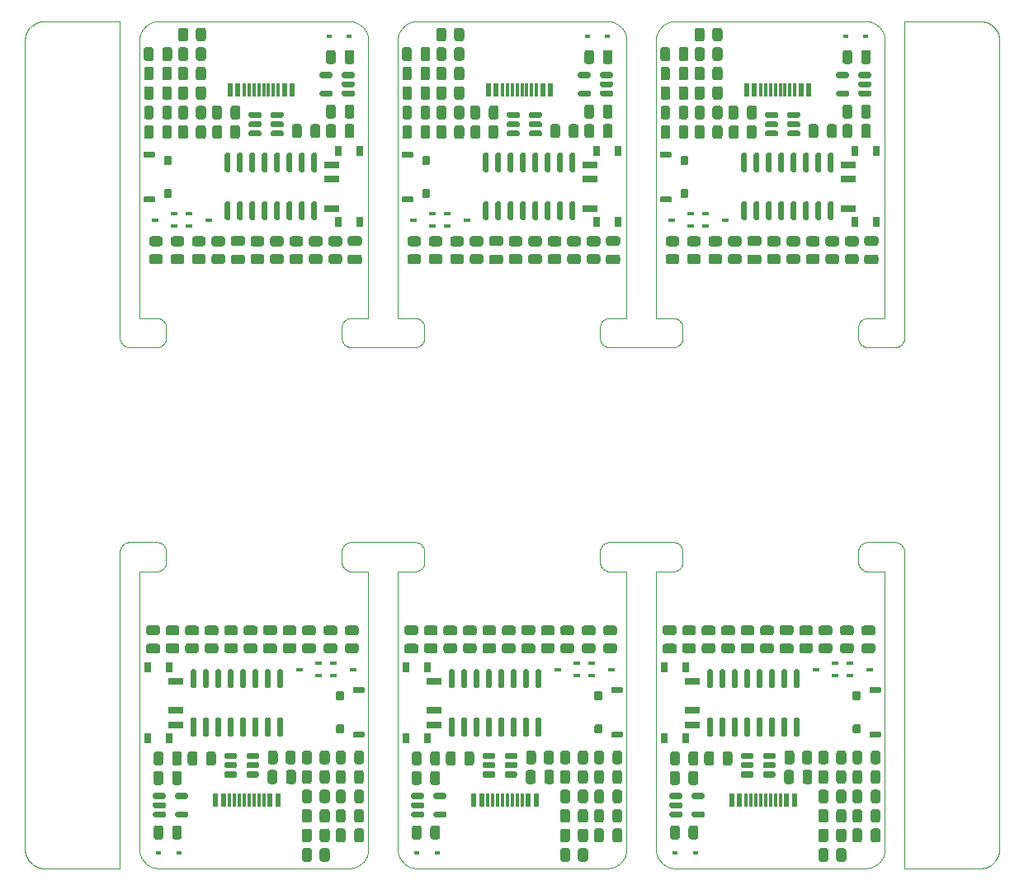
<source format=gbr>
G04 #@! TF.GenerationSoftware,KiCad,Pcbnew,6.0.10+dfsg-1~bpo11+1*
G04 #@! TF.ProjectId,panel,70616e65-6c2e-46b6-9963-61645f706362,rev?*
G04 #@! TF.SameCoordinates,Original*
G04 #@! TF.FileFunction,Paste,Top*
G04 #@! TF.FilePolarity,Positive*
%FSLAX46Y46*%
G04 Gerber Fmt 4.6, Leading zero omitted, Abs format (unit mm)*
%MOMM*%
%LPD*%
G01*
G04 APERTURE LIST*
G04 #@! TA.AperFunction,Profile*
%ADD10C,0.100000*%
G04 #@! TD*
%ADD11R,1.500000X0.700000*%
%ADD12R,0.800000X1.000000*%
%ADD13R,0.600000X0.450000*%
%ADD14R,0.600000X1.450000*%
%ADD15R,0.300000X1.450000*%
%ADD16R,0.700000X0.450000*%
G04 APERTURE END LIST*
D10*
X198155772Y-20879201D02*
X198155628Y-20879002D01*
X138797380Y-73517631D02*
X138843519Y-73532874D01*
X110379195Y-105656375D02*
X110407385Y-105726947D01*
X160154259Y-21389527D02*
X160154181Y-21389286D01*
X184256460Y-73800158D02*
X184289966Y-73764966D01*
X163379195Y-21293624D02*
X163379104Y-21293861D01*
X186207906Y-106318719D02*
X186208078Y-106318533D01*
X133749870Y-76483830D02*
X133749798Y-76483344D01*
X164268698Y-20257607D02*
X164268478Y-20257733D01*
X108307874Y-74131480D02*
X108325362Y-74086144D01*
X188424841Y-53218539D02*
X188388047Y-53250278D01*
X99222120Y-106487779D02*
X99222303Y-106487941D01*
X133384028Y-20847252D02*
X133339049Y-20785999D01*
X186747753Y-21911365D02*
X186747744Y-21911112D01*
X160249798Y-50466655D02*
X160249870Y-50466169D01*
X185964000Y-20410950D02*
X185902747Y-20365971D01*
X98648106Y-105703811D02*
X98648191Y-105704041D01*
X188756002Y-20000912D02*
X188755558Y-20001122D01*
X165957368Y-74177619D02*
X165970328Y-74224450D01*
X110250724Y-50468544D02*
X110250912Y-50468997D01*
X184019025Y-52678138D02*
X184010718Y-52630262D01*
X110250129Y-50466169D02*
X110250201Y-50466655D01*
X159231521Y-106692266D02*
X159297010Y-106653715D01*
X136949210Y-105819505D02*
X136960141Y-105841791D01*
X188750000Y-74465122D02*
X188750000Y-106937727D01*
X163507607Y-105931301D02*
X163507733Y-105931521D01*
X133440453Y-20931707D02*
X133440317Y-20931494D01*
X165518960Y-50615851D02*
X165560012Y-50641847D01*
X132456375Y-106820804D02*
X132526947Y-106792614D01*
X131796861Y-53455974D02*
X131749450Y-53445328D01*
X112883099Y-73998318D02*
X112904946Y-74041721D01*
X185619505Y-106750789D02*
X185641791Y-106739858D01*
X157789966Y-76185033D02*
X157756460Y-76149841D01*
X197091892Y-20090173D02*
X197080715Y-20086481D01*
X138607036Y-73479770D02*
X138655262Y-73485718D01*
X137046416Y-105997227D02*
X137059546Y-106018292D01*
X165009877Y-53475000D02*
X158490122Y-53475000D01*
X132360713Y-106854181D02*
X132432623Y-106829601D01*
X186744874Y-76476353D02*
X186744441Y-76476122D01*
X165243668Y-20000160D02*
X165161365Y-20002246D01*
X133208078Y-106318533D02*
X133259023Y-106262145D01*
X159543121Y-20474640D02*
X159542926Y-20474478D01*
X157510718Y-52630262D02*
X157504770Y-52582036D01*
X158932623Y-106829601D02*
X158932861Y-106829516D01*
X158932861Y-20120483D02*
X158932623Y-20120398D01*
X112518960Y-73615851D02*
X112560012Y-73641847D01*
X112638047Y-73699721D02*
X112674841Y-73731460D01*
X98500593Y-104962012D02*
X98500602Y-104962257D01*
X184964903Y-106938138D02*
X185040288Y-106928537D01*
X197254041Y-106801808D02*
X197265023Y-106797571D01*
X98742466Y-105903319D02*
X98830751Y-106050614D01*
X133742612Y-76475416D02*
X133742136Y-76475297D01*
X136870398Y-105632623D02*
X136870483Y-105632861D01*
X99231216Y-106495630D02*
X99231596Y-106495941D01*
X110250724Y-76481455D02*
X110250559Y-76481917D01*
X185432623Y-20120398D02*
X185360713Y-20095818D01*
X198416862Y-21431335D02*
X198416800Y-21431097D01*
X185263240Y-20067264D02*
X185239210Y-20061042D01*
X198490042Y-21803751D02*
X198488601Y-21792069D01*
X158256205Y-20000158D02*
X158243792Y-20000000D01*
X110255125Y-76476353D02*
X110254704Y-76476605D01*
X159823545Y-106184030D02*
X159823703Y-106183831D01*
X186208078Y-20631466D02*
X186207906Y-20631280D01*
X186682735Y-105463240D02*
X186688957Y-105439210D01*
X160249702Y-76482863D02*
X160249583Y-76482387D01*
X188751878Y-106945703D02*
X188752170Y-106946097D01*
X160248394Y-76479704D02*
X160248121Y-76479296D01*
X157510718Y-51319737D02*
X157519025Y-51271861D01*
X159618719Y-106407906D02*
X159636710Y-106390804D01*
X160249087Y-76481002D02*
X160248877Y-76480558D01*
X186190804Y-20613289D02*
X186190627Y-20613108D01*
X112599740Y-50669826D02*
X112638047Y-50699721D01*
X163256455Y-50474275D02*
X163256917Y-50474440D01*
X131010718Y-75630262D02*
X131004770Y-75582036D01*
X186208078Y-106318533D02*
X186259023Y-106262145D01*
X185239210Y-106888957D02*
X185263240Y-106882735D01*
X133688957Y-21510789D02*
X133682735Y-21486759D01*
X108325362Y-74086144D02*
X108345053Y-74041721D01*
X139333152Y-76035012D02*
X139305173Y-76074740D01*
X137160950Y-106164000D02*
X137161102Y-106164203D01*
X163254296Y-50473121D02*
X163254704Y-50473394D01*
X198155628Y-20879002D02*
X198053331Y-20741070D01*
X185360472Y-106854259D02*
X185360713Y-106854181D01*
X110956878Y-106475359D02*
X110957073Y-106475521D01*
X98541354Y-21598153D02*
X98538775Y-21609638D01*
X160182735Y-21486759D02*
X160182669Y-21486515D01*
X112904946Y-75908278D02*
X112883099Y-75951681D01*
X158540539Y-20021498D02*
X158540288Y-20021462D01*
X136788753Y-105340376D02*
X136793749Y-105364690D01*
X138743794Y-106949841D02*
X138756207Y-106949999D01*
X136750158Y-104956205D02*
X136750160Y-104956331D01*
X159382168Y-20351643D02*
X159381958Y-20351501D01*
X165155262Y-76464281D02*
X165107036Y-76470229D01*
X132140376Y-106911246D02*
X132164690Y-106906250D01*
X136753902Y-50472829D02*
X136754296Y-50473121D01*
X112710033Y-53185033D02*
X112674841Y-53218539D01*
X163661102Y-106164203D02*
X163676296Y-106183831D01*
X133190804Y-106336710D02*
X133207906Y-106318719D01*
X165833152Y-53035012D02*
X165805173Y-53074740D01*
X157529671Y-74224450D02*
X157542631Y-74177619D01*
X185549991Y-106782729D02*
X185550223Y-106782626D01*
X160161690Y-21413210D02*
X160154259Y-21389527D01*
X112009877Y-53475000D02*
X109240122Y-53475000D01*
X160246471Y-105063930D02*
X160246487Y-105063677D01*
X111473052Y-20157385D02*
X111472818Y-20157481D01*
X111181494Y-20309682D02*
X111118041Y-20351501D01*
X188758344Y-106949798D02*
X188758830Y-106949870D01*
X138359623Y-106911246D02*
X138359872Y-106911294D01*
X186620895Y-21293861D02*
X186620804Y-21293624D01*
X159318505Y-20309682D02*
X159318292Y-20309546D01*
X137115823Y-20847458D02*
X137101643Y-20867831D01*
X184756205Y-20000158D02*
X184743792Y-20000000D01*
X112243794Y-20000158D02*
X112243668Y-20000160D01*
X159464203Y-106538897D02*
X159483831Y-106523703D01*
X188759318Y-20000081D02*
X188758830Y-20000129D01*
X165058576Y-76473804D02*
X165009877Y-76475000D01*
X110449210Y-105819505D02*
X110460141Y-105841791D01*
X159049991Y-20167270D02*
X159027181Y-20157481D01*
X198045630Y-106218783D02*
X198045941Y-106218403D01*
X133742136Y-76475297D02*
X133741655Y-76475201D01*
X188755125Y-106948646D02*
X188755558Y-106948877D01*
X110256917Y-76475559D02*
X110256455Y-76475724D01*
X198162549Y-106061175D02*
X198162822Y-106060767D01*
X133661690Y-21413210D02*
X133654259Y-21389527D01*
X184566721Y-53379946D02*
X184523318Y-53358099D01*
X186504438Y-21040401D02*
X186492392Y-21018698D01*
X184029671Y-75725549D02*
X184019025Y-75678138D01*
X188750000Y-52484877D02*
X188748804Y-52533576D01*
X188093519Y-73532874D02*
X188138855Y-73550362D01*
X112203138Y-76455974D02*
X112155262Y-76464281D01*
X160246471Y-21886069D02*
X160240700Y-21810295D01*
X110288705Y-21609872D02*
X110275298Y-21684674D01*
X110250003Y-50462972D02*
X110250057Y-50465190D01*
X137224478Y-20707073D02*
X137176454Y-20765969D01*
X184702619Y-53432368D02*
X184656480Y-53417125D01*
X112256207Y-20000000D02*
X112243794Y-20000158D01*
X163259321Y-105139957D02*
X163261833Y-105164651D01*
X110252811Y-76478159D02*
X110252482Y-76478522D01*
X184656480Y-53417125D02*
X184611144Y-53399637D01*
X188310012Y-73641847D02*
X188349740Y-73669826D01*
X188757863Y-106949702D02*
X188758344Y-106949798D01*
X133741655Y-76475201D02*
X133741169Y-76475129D01*
X165599740Y-76280173D02*
X165560012Y-76308152D01*
X99746188Y-106801893D02*
X99907875Y-106859746D01*
X99241070Y-20446668D02*
X99240875Y-20446817D01*
X165743539Y-73800158D02*
X165775278Y-73836952D01*
X136750912Y-76481002D02*
X136750724Y-76481455D01*
X108241169Y-20000129D02*
X108240681Y-20000081D01*
X110724640Y-20706878D02*
X110724478Y-20707073D01*
X165805173Y-73875259D02*
X165833152Y-73914987D01*
X163251878Y-50470703D02*
X163252170Y-50471097D01*
X131892963Y-53470229D02*
X131844737Y-53464281D01*
X186654259Y-105560472D02*
X186661690Y-105536789D01*
X110311042Y-21510789D02*
X110310982Y-21511035D01*
X165035096Y-106938138D02*
X165035348Y-106938166D01*
X184566721Y-76379946D02*
X184523318Y-76358099D01*
X112250549Y-73504671D02*
X112297380Y-73517631D01*
X163317330Y-105463484D02*
X163338236Y-105536546D01*
X163253902Y-76477170D02*
X163253522Y-76477482D01*
X137535999Y-106539049D02*
X137597252Y-106584028D01*
X188268960Y-53334148D02*
X188226681Y-53358099D01*
X132432861Y-20120483D02*
X132432623Y-20120398D01*
X108248877Y-106944441D02*
X108249087Y-106943997D01*
X184838887Y-20002255D02*
X184838634Y-20002246D01*
X136757863Y-50474702D02*
X136758344Y-50474798D01*
X184523318Y-53358099D02*
X184481039Y-53334148D01*
X137790401Y-20245561D02*
X137768698Y-20257607D01*
X131941423Y-73476195D02*
X131990122Y-73475000D01*
X185818292Y-106640453D02*
X185818505Y-106640317D01*
X136753522Y-50472517D02*
X136753902Y-50472829D01*
X165904946Y-74041721D02*
X165924637Y-74086144D01*
X157557874Y-74131480D02*
X157575362Y-74086144D01*
X186742612Y-50474583D02*
X186743082Y-50474440D01*
X185140127Y-20038705D02*
X185065325Y-20025298D01*
X139383099Y-73998318D02*
X139404946Y-74041721D01*
X131749450Y-73504671D02*
X131796861Y-73494025D01*
X100098153Y-20041354D02*
X100097914Y-20041411D01*
X165599740Y-73669826D02*
X165638047Y-73699721D01*
X184756331Y-106949839D02*
X184838634Y-106947753D01*
X133746471Y-105063930D02*
X133746487Y-105063677D01*
X113000000Y-75484877D02*
X112998804Y-75533576D01*
X108506460Y-53149841D02*
X108474721Y-53113047D01*
X110262027Y-76475003D02*
X110259809Y-76475057D01*
X111567376Y-20120398D02*
X111567138Y-20120483D01*
X132882168Y-106598356D02*
X132902541Y-106584176D01*
X110559546Y-20931707D02*
X110546416Y-20952772D01*
X159318292Y-106640453D02*
X159318505Y-106640317D01*
X160244441Y-50473877D02*
X160244874Y-50473646D01*
X110275256Y-105265075D02*
X110275298Y-105265325D01*
X98509957Y-105146248D02*
X98511398Y-105157930D01*
X165297380Y-73517631D02*
X165343519Y-73532874D01*
X110250912Y-76481002D02*
X110250724Y-76481455D01*
X163256917Y-76475559D02*
X163256455Y-76475724D01*
X163257387Y-76475416D02*
X163256917Y-76475559D01*
X139018960Y-53334148D02*
X138976681Y-53358099D01*
X197453319Y-20242466D02*
X197453107Y-20242343D01*
X112035348Y-20011833D02*
X112035096Y-20011861D01*
X108307874Y-52818519D02*
X108292631Y-52772380D01*
X108260718Y-74319737D02*
X108269025Y-74271861D01*
X133749918Y-50465681D02*
X133749942Y-50465190D01*
X108611952Y-73699721D02*
X108650259Y-73669826D01*
X108246097Y-106947829D02*
X108246477Y-106947517D01*
X99557133Y-20236541D02*
X99546892Y-20242343D01*
X186745703Y-76476878D02*
X186745295Y-76476605D01*
X139500000Y-51465122D02*
X139500000Y-52484877D01*
X139018960Y-50615851D02*
X139060012Y-50641847D01*
X138558576Y-76473804D02*
X138509877Y-76475000D01*
X186118533Y-106408078D02*
X186118719Y-106407906D01*
X163250003Y-76487027D02*
X163250000Y-76487272D01*
X138163210Y-106861690D02*
X138163453Y-106861763D01*
X160161763Y-21413453D02*
X160161690Y-21413210D01*
X157500000Y-52484877D02*
X157500000Y-51465122D01*
X110257863Y-50474702D02*
X110258344Y-50474798D01*
X197777696Y-20462058D02*
X197768783Y-20454369D01*
X164473052Y-106792614D02*
X164543624Y-106820804D01*
X160249583Y-76482387D02*
X160249440Y-76481917D01*
X163250416Y-50467612D02*
X163250559Y-50468082D01*
X137972818Y-20157481D02*
X137950008Y-20167270D01*
X186398356Y-20867831D02*
X186384176Y-20847458D01*
X139424637Y-51086144D02*
X139442125Y-51131480D01*
X187905262Y-53464281D02*
X187857036Y-53470229D01*
X132984030Y-106523545D02*
X133042926Y-106475521D01*
X112107036Y-53470229D02*
X112058576Y-53473804D01*
X132164690Y-106906250D02*
X132164937Y-106906196D01*
X184116900Y-73998318D02*
X184140851Y-73956039D01*
X110253159Y-76477811D02*
X110252811Y-76478159D01*
X186737972Y-76475003D02*
X186737727Y-76475000D01*
X186748646Y-76480125D02*
X186748394Y-76479704D01*
X112859148Y-75993960D02*
X112833152Y-76035012D01*
X165155262Y-53464281D02*
X165107036Y-53470229D01*
X110251878Y-76479296D02*
X110251605Y-76479704D01*
X159992392Y-105931301D02*
X160004438Y-105909598D01*
X196901846Y-106908645D02*
X196902085Y-106908588D01*
X133136891Y-20559372D02*
X133136710Y-20559195D01*
X100487987Y-106949406D02*
X100512027Y-106949996D01*
X165060295Y-106940700D02*
X165136069Y-106946471D01*
X158363930Y-106946471D02*
X158439704Y-106940700D01*
X136750000Y-22006333D02*
X136750000Y-50462727D01*
X165970328Y-75725549D02*
X165957368Y-75772380D01*
X184140851Y-50956039D02*
X184166847Y-50914987D01*
X131941423Y-53473804D02*
X131892963Y-53470229D01*
X108416847Y-53035012D02*
X108390851Y-52993960D01*
X163250297Y-76482863D02*
X163250201Y-76483344D01*
X136750416Y-76482387D02*
X136750297Y-76482863D01*
X110258830Y-50474870D02*
X110259318Y-50474918D01*
X163417270Y-21200008D02*
X163407481Y-21222818D01*
X112107036Y-50479770D02*
X112155262Y-50485718D01*
X138703138Y-76455974D02*
X138655262Y-76464281D01*
X188757387Y-106949583D02*
X188757863Y-106949702D01*
X98742343Y-21046892D02*
X98736541Y-21057133D01*
X110317330Y-21486515D02*
X110317264Y-21486759D01*
X163724640Y-106243121D02*
X163740809Y-106261954D01*
X184481039Y-76334148D02*
X184439987Y-76308152D01*
X132818292Y-20309546D02*
X132797227Y-20296416D01*
X185797010Y-20296284D02*
X185731521Y-20257733D01*
X112674841Y-50731460D02*
X112710033Y-50764966D01*
X108444826Y-53074740D02*
X108416847Y-53035012D01*
X186749702Y-50467136D02*
X186749798Y-50466655D01*
X163250201Y-50466655D02*
X163250297Y-50467136D01*
X158441423Y-53473804D02*
X158392963Y-53470229D01*
X136762027Y-76475003D02*
X136759809Y-76475057D01*
X99094879Y-106372455D02*
X99222120Y-106487779D01*
X159953583Y-20952772D02*
X159940453Y-20931707D01*
X158860713Y-106854181D02*
X158932623Y-106829601D01*
X138756207Y-20000000D02*
X138743794Y-20000158D01*
X197913824Y-106364171D02*
X197914171Y-106363824D01*
X185263484Y-20067330D02*
X185263240Y-20067264D01*
X132619276Y-20199101D02*
X132550223Y-20167373D01*
X108260718Y-52630262D02*
X108254770Y-52582036D01*
X131095053Y-74041721D02*
X131116900Y-73998318D01*
X188752170Y-20003902D02*
X188751878Y-20004296D01*
X112243668Y-106949839D02*
X112243794Y-106949841D01*
X160082626Y-105750223D02*
X160082729Y-105749991D01*
X110495561Y-21040401D02*
X110495441Y-21040624D01*
X198162822Y-106060767D02*
X198169119Y-106050822D01*
X108999450Y-53445328D02*
X108952619Y-53432368D01*
X186740700Y-21810295D02*
X186740678Y-21810042D01*
X163250000Y-104943792D02*
X163250158Y-104956205D01*
X159759023Y-106262145D02*
X159759190Y-106261954D01*
X198490956Y-21815978D02*
X198490090Y-21804239D01*
X108773318Y-53358099D02*
X108731039Y-53334148D01*
X186745703Y-50473121D02*
X186746097Y-50472829D01*
X136755558Y-50473877D02*
X136756002Y-50474087D01*
X131796861Y-73494025D02*
X131844737Y-73485718D01*
X98538679Y-21610119D02*
X98536667Y-21621716D01*
X100109638Y-20038775D02*
X100098153Y-20041354D01*
X98509043Y-21815978D02*
X98509028Y-21816223D01*
X197092124Y-106859746D02*
X197253811Y-106801893D01*
X138636322Y-20003512D02*
X138636069Y-20003528D01*
X188047380Y-53432368D02*
X188000549Y-53445328D01*
X133550898Y-105819276D02*
X133582626Y-105750223D01*
X164290401Y-106704438D02*
X164290624Y-106704558D01*
X112970328Y-51224450D02*
X112980974Y-51271861D01*
X158023318Y-73591900D02*
X158066721Y-73570053D01*
X160249942Y-76484809D02*
X160249918Y-76484318D01*
X110881466Y-106408078D02*
X110937854Y-106459023D01*
X159618533Y-106408078D02*
X159618719Y-106407906D01*
X165155262Y-73485718D02*
X165203138Y-73494025D01*
X108241169Y-106949870D02*
X108241655Y-106949798D01*
X186749918Y-50465681D02*
X186749942Y-50465190D01*
X131838634Y-20002246D02*
X131756331Y-20000160D01*
X110938045Y-20490809D02*
X110937854Y-20490976D01*
X186746097Y-76477170D02*
X186745703Y-76476878D01*
X163345740Y-105560472D02*
X163345818Y-105560713D01*
X160050898Y-21130723D02*
X160050789Y-21130494D01*
X110345740Y-105560472D02*
X110345818Y-105560713D01*
X160129516Y-105632861D02*
X160129601Y-105632623D01*
X157939987Y-50641847D02*
X157981039Y-50615851D01*
X137857982Y-20210256D02*
X137790624Y-20245441D01*
X165060042Y-20009321D02*
X165035348Y-20011833D01*
X188460033Y-53185033D02*
X188424841Y-53218539D01*
X165058576Y-50476195D02*
X165107036Y-50479770D01*
X158249450Y-73504671D02*
X158296861Y-73494025D01*
X133742612Y-50474583D02*
X133743082Y-50474440D01*
X131095053Y-52908278D02*
X131075362Y-52863855D01*
X99919753Y-106863660D02*
X99931097Y-106866800D01*
X112710033Y-76185033D02*
X112674841Y-76218539D01*
X196707930Y-106938601D02*
X196708173Y-106938568D01*
X160249839Y-104956331D02*
X160249841Y-104956205D01*
X136995561Y-105909598D02*
X137007607Y-105931301D01*
X98536628Y-105328041D02*
X98536667Y-105328283D01*
X160206250Y-21585309D02*
X160206196Y-21585062D01*
X186749841Y-21993794D02*
X186749839Y-21993668D01*
X111181707Y-20309546D02*
X111181494Y-20309682D01*
X110370398Y-21317376D02*
X110345818Y-21389286D01*
X108246477Y-20002482D02*
X108246097Y-20002170D01*
X112833152Y-76035012D02*
X112805173Y-76074740D01*
X110310982Y-105438964D02*
X110311042Y-105439210D01*
X163601643Y-106082168D02*
X163615823Y-106102541D01*
X158202619Y-76432368D02*
X158156480Y-76417125D01*
X184990122Y-50475000D02*
X186737727Y-50475000D01*
X138636069Y-20003528D02*
X138560295Y-20009299D01*
X133706196Y-105364937D02*
X133706250Y-105364690D01*
X163660950Y-106164000D02*
X163661102Y-106164203D01*
X163288753Y-21609623D02*
X163288705Y-21609872D01*
X163495441Y-105909375D02*
X163495561Y-105909598D01*
X197768783Y-20454369D02*
X197768403Y-20454058D01*
X138661112Y-20002255D02*
X138636322Y-20003512D01*
X132456375Y-20129195D02*
X132456138Y-20129104D01*
X160240700Y-21810295D02*
X160240678Y-21810042D01*
X184057874Y-52818519D02*
X184042631Y-52772380D01*
X139359148Y-50956039D02*
X139383099Y-50998318D01*
X133259023Y-20687854D02*
X133208078Y-20631466D01*
X131702619Y-73517631D02*
X131749450Y-73504671D01*
X110417373Y-105750223D02*
X110449101Y-105819276D01*
X159992392Y-21018698D02*
X159992266Y-21018478D01*
X138661365Y-106947753D02*
X138743668Y-106949839D01*
X137176296Y-20766168D02*
X137161102Y-20785796D01*
X160228501Y-105240539D02*
X160228537Y-105240288D01*
X164097252Y-106584028D02*
X164097458Y-106584176D01*
X164117831Y-20351643D02*
X164097458Y-20365823D01*
X163615971Y-20847252D02*
X163615823Y-20847458D01*
X159209375Y-106704558D02*
X159209598Y-106704438D01*
X160249870Y-76483830D02*
X160249798Y-76483344D01*
X136751878Y-76479296D02*
X136751605Y-76479704D01*
X136750912Y-50468997D02*
X136751122Y-50469441D01*
X131400259Y-53280173D02*
X131361952Y-53250278D01*
X188654946Y-74041721D02*
X188674637Y-74086144D01*
X133682735Y-105463240D02*
X133688957Y-105439210D01*
X163250160Y-21993668D02*
X163250158Y-21993794D01*
X137381466Y-20541921D02*
X137381280Y-20542093D01*
X139060012Y-50641847D02*
X139099740Y-50669826D01*
X188093519Y-53417125D02*
X188047380Y-53432368D01*
X108731039Y-73615851D02*
X108773318Y-73591900D01*
X100316223Y-106940971D02*
X100487742Y-106949397D01*
X164472818Y-106792518D02*
X164473052Y-106792614D01*
X133339049Y-20785999D02*
X133338897Y-20785796D01*
X165136069Y-106946471D02*
X165136322Y-106946487D01*
X158111144Y-73550362D02*
X158156480Y-73532874D01*
X165710033Y-50764966D02*
X165743539Y-50800158D01*
X158441423Y-76473804D02*
X158392963Y-76470229D01*
X186746471Y-105063930D02*
X186746487Y-105063677D01*
X131140851Y-52993960D02*
X131116900Y-52951681D01*
X165388855Y-53399637D02*
X165343519Y-53417125D01*
X186504558Y-21040624D02*
X186504438Y-21040401D01*
X184939704Y-20009299D02*
X184863930Y-20003528D01*
X160249918Y-50465681D02*
X160249942Y-50465190D01*
X132881958Y-20351501D02*
X132818505Y-20309682D01*
X99734522Y-106797384D02*
X99734976Y-106797571D01*
X165560012Y-73641847D02*
X165599740Y-73669826D01*
X133749841Y-104956205D02*
X133749999Y-104943792D01*
X158464651Y-106938166D02*
X158464903Y-106938138D01*
X111639286Y-20095818D02*
X111567376Y-20120398D01*
X163338309Y-105536789D02*
X163345740Y-105560472D01*
X188047380Y-73517631D02*
X188093519Y-73532874D01*
X139210033Y-73764966D02*
X139243539Y-73800158D01*
X165035348Y-106938166D02*
X165060042Y-106940678D01*
X163255125Y-50473646D02*
X163255558Y-50473877D01*
X159026947Y-20157385D02*
X158956375Y-20129195D01*
X133620895Y-21293861D02*
X133620804Y-21293624D01*
X185040539Y-20021498D02*
X185040288Y-20021462D01*
X197759124Y-20446817D02*
X197758929Y-20446668D01*
X98954058Y-20731596D02*
X98946817Y-20740875D01*
X133275359Y-20706878D02*
X133259190Y-20688045D01*
X133747188Y-76478159D02*
X133746840Y-76477811D01*
X163740976Y-106262145D02*
X163791921Y-106318533D01*
X165805173Y-53074740D02*
X165775278Y-53113047D01*
X188751605Y-20004704D02*
X188751353Y-20005125D01*
X198263458Y-21057133D02*
X198257656Y-21046892D01*
X131166847Y-53035012D02*
X131140851Y-52993960D01*
X186749702Y-76482863D02*
X186749583Y-76482387D01*
X159636891Y-20559372D02*
X159636710Y-20559195D01*
X111760789Y-20061042D02*
X111736759Y-20067264D01*
X139210033Y-50764966D02*
X139243539Y-50800158D01*
X157501195Y-74416423D02*
X157504770Y-74367963D01*
X111202772Y-106653583D02*
X111202989Y-106653715D01*
X157981039Y-73615851D02*
X158023318Y-73591900D01*
X110251353Y-50469874D02*
X110251605Y-50470295D01*
X132065075Y-106924743D02*
X132065325Y-106924701D01*
X165710033Y-73764966D02*
X165743539Y-73800158D01*
X133207906Y-106318719D02*
X133208078Y-106318533D01*
X110256002Y-50474087D02*
X110256455Y-50474275D01*
X157939987Y-53308152D02*
X157900259Y-53280173D01*
X159838897Y-106164203D02*
X159839049Y-106164000D01*
X133136710Y-106390804D02*
X133136891Y-106390627D01*
X164016168Y-106523703D02*
X164035796Y-106538897D01*
X98657385Y-21223762D02*
X98652615Y-21234522D01*
X196902085Y-106908588D02*
X197068664Y-106866862D01*
X131075362Y-51086144D02*
X131095053Y-51041721D01*
X158738964Y-106889017D02*
X158739210Y-106888957D01*
X111934924Y-20025256D02*
X111934674Y-20025298D01*
X184863930Y-20003528D02*
X184863677Y-20003512D01*
X112924637Y-52863855D02*
X112904946Y-52908278D01*
X139060012Y-76308152D02*
X139018960Y-76334148D01*
X198490090Y-21804239D02*
X198490042Y-21803751D01*
X163338236Y-21413453D02*
X163317330Y-21486515D01*
X108269025Y-74271861D02*
X108279671Y-74224450D01*
X112250549Y-53445328D02*
X112203138Y-53455974D01*
X159141791Y-106739858D02*
X159142017Y-106739743D01*
X157519025Y-52678138D02*
X157510718Y-52630262D01*
X138558576Y-53473804D02*
X138509877Y-53475000D01*
X163956878Y-106475359D02*
X163957073Y-106475521D01*
X133398356Y-106082168D02*
X133398498Y-106081958D01*
X186711294Y-21609872D02*
X186711246Y-21609623D01*
X188692125Y-52818519D02*
X188674637Y-52863855D01*
X112297380Y-76432368D02*
X112250549Y-76445328D01*
X139498804Y-75533576D02*
X139495229Y-75582036D01*
X139243539Y-53149841D02*
X139210033Y-53185033D01*
X188000549Y-73504671D02*
X188047380Y-73517631D01*
X108249702Y-20007863D02*
X108249583Y-20007387D01*
X197080246Y-20086339D02*
X197068902Y-20083199D01*
X185432861Y-20120483D02*
X185432623Y-20120398D01*
X136750158Y-21993794D02*
X136750000Y-22006207D01*
X165058576Y-53473804D02*
X165009877Y-53475000D01*
X139442125Y-52818519D02*
X139424637Y-52863855D01*
X165924637Y-52863855D02*
X165904946Y-52908278D01*
X160243997Y-50474087D02*
X160244441Y-50473877D01*
X163676454Y-106184030D02*
X163724478Y-106242926D01*
X98946817Y-106209124D02*
X98954058Y-106218403D01*
X158392963Y-76470229D02*
X158344737Y-76464281D01*
X184941423Y-76473804D02*
X184892963Y-76470229D01*
X165859148Y-73956039D02*
X165883099Y-73998318D01*
X163251353Y-50469874D02*
X163251605Y-50470295D01*
X185239210Y-20061042D02*
X185238964Y-20060982D01*
X108248121Y-106945703D02*
X108248394Y-106945295D01*
X160240190Y-50474942D02*
X160240681Y-50474918D01*
X186749996Y-50462972D02*
X186750000Y-50462727D01*
X186688957Y-21510789D02*
X186682735Y-21486759D01*
X165638047Y-76250278D02*
X165599740Y-76280173D01*
X186745295Y-76476605D02*
X186744874Y-76476353D01*
X186744874Y-50473646D02*
X186745295Y-50473394D01*
X163881466Y-106408078D02*
X163937854Y-106459023D01*
X136811042Y-21510789D02*
X136810982Y-21511035D01*
X157640851Y-50956039D02*
X157666847Y-50914987D01*
X132797010Y-106653715D02*
X132797227Y-106653583D01*
X184095053Y-51041721D02*
X184116900Y-50998318D01*
X185040288Y-20021462D02*
X184964903Y-20011861D01*
X158156480Y-76417125D02*
X158111144Y-76399637D01*
X136750003Y-76487027D02*
X136750000Y-76487272D01*
X165674841Y-73731460D02*
X165710033Y-73764966D01*
X110809372Y-20613108D02*
X110809195Y-20613289D01*
X184057874Y-75818519D02*
X184042631Y-75772380D01*
X198263689Y-21057566D02*
X198263458Y-21057133D01*
X131057874Y-52818519D02*
X131042631Y-52772380D01*
X165243794Y-106949841D02*
X165256207Y-106949999D01*
X133748121Y-50470703D02*
X133748394Y-50470295D01*
X98541411Y-105352085D02*
X98583137Y-105518664D01*
X160246840Y-76477811D02*
X160246477Y-76477482D01*
X110724478Y-20707073D02*
X110676454Y-20765969D01*
X160092518Y-105727181D02*
X160092614Y-105726947D01*
X163317264Y-105463240D02*
X163317330Y-105463484D01*
X132709375Y-20245441D02*
X132642017Y-20210256D01*
X136949101Y-21130723D02*
X136917373Y-21199776D01*
X99077544Y-20594879D02*
X98962220Y-20722120D01*
X99931335Y-106866862D02*
X100097914Y-106908588D01*
X112560012Y-50641847D02*
X112599740Y-50669826D01*
X136756002Y-76475912D02*
X136755558Y-76476122D01*
X133750000Y-50462727D02*
X133750000Y-22006333D01*
X137240976Y-106262145D02*
X137291921Y-106318533D01*
X160238166Y-21785348D02*
X160238138Y-21785096D01*
X164835309Y-20043749D02*
X164835062Y-20043803D01*
X184194826Y-50875259D02*
X184224721Y-50836952D01*
X98652615Y-21234522D02*
X98652428Y-21234976D01*
X157825158Y-76218539D02*
X157789966Y-76185033D01*
X164663210Y-106861690D02*
X164663453Y-106861763D01*
X133118719Y-106407906D02*
X133136710Y-106390804D01*
X136793749Y-21585309D02*
X136788753Y-21609623D01*
X99723762Y-20157385D02*
X99723538Y-20157488D01*
X160248121Y-76479296D02*
X160247829Y-76478902D01*
X188739281Y-74319737D02*
X188745229Y-74367963D01*
X136757387Y-50474583D02*
X136757863Y-50474702D01*
X163261861Y-105164903D02*
X163271462Y-105240288D01*
X158256331Y-106949839D02*
X158338634Y-106947753D01*
X111736515Y-106882669D02*
X111736759Y-106882735D01*
X110881466Y-20541921D02*
X110881280Y-20542093D01*
X131439987Y-50641847D02*
X131481039Y-50615851D01*
X112710033Y-50764966D02*
X112743539Y-50800158D01*
X133743544Y-76475724D02*
X133743082Y-76475559D01*
X132550223Y-20167373D02*
X132549991Y-20167270D01*
X132964000Y-20410950D02*
X132902747Y-20365971D01*
X138797380Y-76432368D02*
X138750549Y-76445328D01*
X196889880Y-20038679D02*
X196878283Y-20036667D01*
X163809195Y-106336710D02*
X163809372Y-106336891D01*
X133728501Y-21709460D02*
X133724743Y-21684924D01*
X110495561Y-105909598D02*
X110507607Y-105931301D01*
X111473052Y-106792614D02*
X111543624Y-106820804D01*
X157861952Y-76250278D02*
X157825158Y-76218539D01*
X164202772Y-106653583D02*
X164202989Y-106653715D01*
X136750057Y-76484809D02*
X136750003Y-76487027D01*
X131057874Y-51131480D02*
X131075362Y-51086144D01*
X165518960Y-76334148D02*
X165476681Y-76358099D01*
X137161102Y-106164203D02*
X137176296Y-106183831D01*
X99908107Y-106859826D02*
X99919284Y-106863518D01*
X133504438Y-21040401D02*
X133492392Y-21018698D01*
X186275521Y-20707073D02*
X186275359Y-20706878D01*
X110740809Y-20688045D02*
X110724640Y-20706878D01*
X111202989Y-20296284D02*
X111202772Y-20296416D01*
X108689987Y-73641847D02*
X108731039Y-73615851D01*
X158344737Y-73485718D02*
X158392963Y-73479770D01*
X165638047Y-73699721D02*
X165674841Y-73731460D01*
X186398498Y-20868041D02*
X186398356Y-20867831D01*
X188674637Y-74086144D02*
X188692125Y-74131480D01*
X160247753Y-21911365D02*
X160247744Y-21911112D01*
X185619505Y-20199210D02*
X185619276Y-20199101D01*
X99077711Y-106355300D02*
X99085828Y-106363824D01*
X160246477Y-76477482D02*
X160246097Y-76477170D01*
X137176296Y-106183831D02*
X137176454Y-106184030D01*
X163250724Y-76481455D02*
X163250559Y-76481917D01*
X198413518Y-21419284D02*
X198409826Y-21408107D01*
X186749942Y-50465190D02*
X186749996Y-50462972D01*
X139457368Y-75772380D02*
X139442125Y-75818519D01*
X137535796Y-20411102D02*
X137516168Y-20426296D01*
X188268960Y-73615851D02*
X188310012Y-73641847D01*
X198413518Y-105530715D02*
X198413660Y-105530246D01*
X112035348Y-106938166D02*
X112060042Y-106940678D01*
X132797227Y-20296416D02*
X132797010Y-20296284D01*
X165250549Y-53445328D02*
X165203138Y-53455974D01*
X158490122Y-50475000D02*
X160237727Y-50475000D01*
X163271498Y-21709460D02*
X163271462Y-21709711D01*
X136917373Y-21199776D02*
X136917270Y-21200008D01*
X164450008Y-106782729D02*
X164472818Y-106792518D01*
X136761833Y-21785348D02*
X136759321Y-21810042D01*
X136907481Y-105727181D02*
X136917270Y-105749991D01*
X131611144Y-50550362D02*
X131656480Y-50532874D01*
X110253522Y-50472517D02*
X110253902Y-50472829D01*
X132709598Y-20245561D02*
X132709375Y-20245441D01*
X111639527Y-106854259D02*
X111663210Y-106861690D01*
X136758344Y-50474798D02*
X136758830Y-50474870D01*
X132619276Y-106750898D02*
X132619505Y-106750789D01*
X186620895Y-105656138D02*
X186629516Y-105632861D01*
X159775521Y-20707073D02*
X159775359Y-20706878D01*
X138260789Y-106888957D02*
X138261035Y-106889017D01*
X163250057Y-76484809D02*
X163250003Y-76487027D01*
X110449101Y-21130723D02*
X110417373Y-21199776D01*
X165775278Y-73836952D02*
X165805173Y-73875259D01*
X111357982Y-20210256D02*
X111290624Y-20245441D01*
X136750160Y-104956331D02*
X136752246Y-105038634D01*
X98962058Y-106227696D02*
X98962220Y-106227879D01*
X136762027Y-50474996D02*
X136762272Y-50475000D01*
X157756460Y-76149841D02*
X157724721Y-76113047D01*
X108249275Y-20006455D02*
X108249087Y-20006002D01*
X160129601Y-21317376D02*
X160129516Y-21317138D01*
X133748646Y-76480125D02*
X133748394Y-76479704D01*
X158066721Y-76379946D02*
X158023318Y-76358099D01*
X108249996Y-20012027D02*
X108249942Y-20009809D01*
X186747753Y-105038634D02*
X186749839Y-104956331D01*
X138067138Y-20120483D02*
X138043861Y-20129104D01*
X186750000Y-76487272D02*
X186749996Y-76487027D01*
X197276237Y-20157385D02*
X197265477Y-20152615D01*
X163250158Y-104956205D02*
X163250160Y-104956331D01*
X137161102Y-20785796D02*
X137160950Y-20785999D01*
X159884176Y-20847458D02*
X159884028Y-20847252D01*
X163255125Y-76476353D02*
X163254704Y-76476605D01*
X110460141Y-21108208D02*
X110449210Y-21130494D01*
X132984030Y-20426454D02*
X132983831Y-20426296D01*
X186323545Y-106184030D02*
X186323703Y-106183831D01*
X133747517Y-50471477D02*
X133747829Y-50471097D01*
X186741655Y-76475201D02*
X186741169Y-76475129D01*
X198269089Y-21068300D02*
X198268982Y-21068080D01*
X131001195Y-51416423D02*
X131004770Y-51367963D01*
X132360472Y-20095740D02*
X132336789Y-20088309D01*
X185527181Y-20157481D02*
X185526947Y-20157385D01*
X197442433Y-20236310D02*
X197431919Y-20231017D01*
X163275256Y-105265075D02*
X163275298Y-105265325D01*
X131289966Y-76185033D02*
X131256460Y-76149841D01*
X197905300Y-20577711D02*
X197905120Y-20577544D01*
X163881280Y-20542093D02*
X163863289Y-20559195D01*
X137160950Y-20785999D02*
X137115971Y-20847252D01*
X133747753Y-105038634D02*
X133749839Y-104956331D01*
X133275521Y-20707073D02*
X133275359Y-20706878D01*
X188762027Y-20000003D02*
X188759809Y-20000057D01*
X98837450Y-20888824D02*
X98837177Y-20889232D01*
X137858208Y-106739858D02*
X137880494Y-106750789D01*
X184439987Y-76308152D02*
X184400259Y-76280173D01*
X198413660Y-21419753D02*
X198413518Y-21419284D01*
X111472818Y-20157481D02*
X111450008Y-20167270D01*
X112980974Y-51271861D02*
X112989281Y-51319737D01*
X164035999Y-106539049D02*
X164097252Y-106584028D01*
X184656480Y-76417125D02*
X184611144Y-76399637D01*
X186384028Y-106102747D02*
X186384176Y-106102541D01*
X159690627Y-20613108D02*
X159636891Y-20559372D01*
X136756917Y-50474440D02*
X136757387Y-50474583D01*
X111290401Y-20245561D02*
X111268698Y-20257607D01*
X165107036Y-53470229D02*
X165058576Y-53473804D01*
X108279671Y-74224450D02*
X108292631Y-74177619D01*
X157504770Y-52582036D02*
X157501195Y-52533576D01*
X110257387Y-76475416D02*
X110256917Y-76475559D01*
X165957368Y-52772380D02*
X165942125Y-52818519D01*
X108237972Y-20000003D02*
X108237727Y-20000000D01*
X186661690Y-21413210D02*
X186654259Y-21389527D01*
X112297380Y-53432368D02*
X112250549Y-53445328D01*
X111639527Y-20095740D02*
X111639286Y-20095818D01*
X110251605Y-76479704D02*
X110251353Y-76480125D01*
X160004438Y-105909598D02*
X160004558Y-105909375D01*
X99094699Y-20577711D02*
X99086175Y-20585828D01*
X186750000Y-50462727D02*
X186750000Y-22006333D01*
X163252482Y-76478522D02*
X163252170Y-76478902D01*
X164181494Y-106640317D02*
X164181707Y-106640453D01*
X158664690Y-20043749D02*
X158640376Y-20038753D01*
X186737727Y-76475000D02*
X184990122Y-76475000D01*
X99399385Y-20330751D02*
X99399177Y-20330880D01*
X186136710Y-20559195D02*
X186118719Y-20542093D01*
X160249583Y-50467612D02*
X160249702Y-50467136D01*
X112833152Y-53035012D02*
X112805173Y-53074740D01*
X164117831Y-106598356D02*
X164118041Y-106598498D01*
X133711246Y-105340376D02*
X133711294Y-105340127D01*
X158441423Y-73476195D02*
X158490122Y-73475000D01*
X185902541Y-106584176D02*
X185902747Y-106584028D01*
X133746477Y-76477482D02*
X133746097Y-76477170D01*
X163293803Y-21585062D02*
X163293749Y-21585309D01*
X157861952Y-53250278D02*
X157825158Y-53218539D01*
X158338634Y-106947753D02*
X158338887Y-106947744D01*
X131000000Y-74465122D02*
X131001195Y-74416423D01*
X110407481Y-105727181D02*
X110417270Y-105749991D01*
X165343519Y-53417125D02*
X165297380Y-53432368D01*
X137363108Y-20559372D02*
X137309372Y-20613108D01*
X110345818Y-21389286D02*
X110345740Y-21389527D01*
X111472818Y-106792518D02*
X111473052Y-106792614D01*
X131325158Y-76218539D02*
X131289966Y-76185033D01*
X100512027Y-106949996D02*
X100512272Y-106950000D01*
X138888855Y-50550362D02*
X138933278Y-50570053D01*
X184001195Y-74416423D02*
X184004770Y-74367963D01*
X196707930Y-20011398D02*
X196696248Y-20009957D01*
X184523318Y-50591900D02*
X184566721Y-50570053D01*
X139495229Y-51367963D02*
X139498804Y-51416423D01*
X110809372Y-106336891D02*
X110863108Y-106390627D01*
X108325362Y-52863855D02*
X108307874Y-52818519D01*
X112775278Y-50836952D02*
X112805173Y-50875259D01*
X185641791Y-20210141D02*
X185619505Y-20199210D01*
X188753522Y-20002482D02*
X188753159Y-20002811D01*
X133724743Y-21684924D02*
X133724701Y-21684674D01*
X108254770Y-52582036D02*
X108251195Y-52533576D01*
X186384028Y-20847252D02*
X186339049Y-20785999D01*
X186136891Y-106390627D02*
X186190627Y-106336891D01*
X98586339Y-105530246D02*
X98586481Y-105530715D01*
X163809372Y-106336891D02*
X163863108Y-106390627D01*
X138509877Y-50475000D02*
X138558576Y-50476195D01*
X110615823Y-20847458D02*
X110601643Y-20867831D01*
X137973052Y-106792614D02*
X138043624Y-106820804D01*
X187808576Y-73476195D02*
X187857036Y-73479770D01*
X165942125Y-51131480D02*
X165957368Y-51177619D01*
X131166847Y-76035012D02*
X131140851Y-75993960D01*
X157825158Y-53218539D02*
X157789966Y-53185033D01*
X132902541Y-106584176D02*
X132902747Y-106584028D01*
X138459711Y-20021462D02*
X138459460Y-20021498D01*
X131095053Y-51041721D02*
X131116900Y-50998318D01*
X112957368Y-51177619D02*
X112970328Y-51224450D01*
X111016168Y-106523703D02*
X111035796Y-106538897D01*
X185709598Y-106704438D02*
X185731301Y-106692392D01*
X137515969Y-106523545D02*
X137516168Y-106523703D01*
X110791921Y-20631466D02*
X110740976Y-20687854D01*
X158023318Y-76358099D02*
X157981039Y-76334148D01*
X138743668Y-20000160D02*
X138661365Y-20002246D01*
X112989281Y-52630262D02*
X112980974Y-52678138D01*
X99546892Y-106707656D02*
X99557133Y-106713458D01*
X186750000Y-104943666D02*
X186750000Y-76487272D01*
X159823703Y-106183831D02*
X159838897Y-106164203D01*
X186592518Y-21222818D02*
X186582729Y-21200008D01*
X108345053Y-52908278D02*
X108325362Y-52863855D01*
X198045941Y-20731596D02*
X198045630Y-20731216D01*
X136753512Y-21886322D02*
X136752255Y-21911112D01*
X99723538Y-106792511D02*
X99723762Y-106792614D01*
X159707906Y-106318719D02*
X159708078Y-106318533D01*
X186323703Y-106183831D02*
X186338897Y-106164203D01*
X112674841Y-76218539D02*
X112638047Y-76250278D01*
X184029671Y-74224450D02*
X184042631Y-74177619D01*
X111268478Y-106692266D02*
X111268698Y-106692392D01*
X136758344Y-76475201D02*
X136757863Y-76475297D01*
X99388824Y-20337450D02*
X99379201Y-20344227D01*
X131892963Y-73479770D02*
X131941423Y-73476195D01*
X186706250Y-105364690D02*
X186711246Y-105340376D01*
X198499406Y-21987987D02*
X198499397Y-21987742D01*
X160242612Y-76475416D02*
X160242136Y-76475297D01*
X185164937Y-20043803D02*
X185164690Y-20043749D01*
X131194826Y-50875259D02*
X131224721Y-50836952D01*
X98500000Y-22012272D02*
X98500000Y-104937727D01*
X131838634Y-106947753D02*
X131838887Y-106947744D01*
X160249275Y-50468544D02*
X160249440Y-50468082D01*
X131964651Y-106938166D02*
X131964903Y-106938138D01*
X132432623Y-20120398D02*
X132360713Y-20095818D01*
X163250003Y-50462972D02*
X163250057Y-50465190D01*
X110724478Y-106242926D02*
X110724640Y-106243121D01*
X132549991Y-106782729D02*
X132550223Y-106782626D01*
X185263240Y-106882735D02*
X185263484Y-106882669D01*
X110259299Y-105139704D02*
X110259321Y-105139957D01*
X110676296Y-106183831D02*
X110676454Y-106184030D01*
X133746097Y-50472829D02*
X133746477Y-50472517D01*
X163258830Y-50474870D02*
X163259318Y-50474918D01*
X196696248Y-106940042D02*
X196707930Y-106938601D01*
X136752170Y-50471097D02*
X136752482Y-50471477D01*
X137224640Y-20706878D02*
X137224478Y-20707073D01*
X158296861Y-76455974D02*
X158249450Y-76445328D01*
X186582626Y-21199776D02*
X186550898Y-21130723D01*
X100512027Y-20000003D02*
X100487987Y-20000593D01*
X197905300Y-106372288D02*
X197913824Y-106364171D01*
X158640376Y-20038753D02*
X158640127Y-20038705D01*
X133259190Y-106261954D02*
X133275359Y-106243121D01*
X98536667Y-105328283D02*
X98538679Y-105339880D01*
X112980974Y-75678138D02*
X112970328Y-75725549D01*
X108245295Y-106948394D02*
X108245703Y-106948121D01*
X157510718Y-74319737D02*
X157519025Y-74271861D01*
X158156480Y-50532874D02*
X158202619Y-50517631D01*
X131116900Y-75951681D02*
X131095053Y-75908278D01*
X163507607Y-21018698D02*
X163495561Y-21040401D01*
X111934924Y-106924743D02*
X111959460Y-106928501D01*
X164663453Y-106861763D02*
X164736515Y-106882669D01*
X163956878Y-20474640D02*
X163938045Y-20490809D01*
X160246097Y-50472829D02*
X160246477Y-50472517D01*
X186746477Y-50472517D02*
X186746840Y-50472188D01*
X139210033Y-76185033D02*
X139174841Y-76218539D01*
X108249275Y-106943544D02*
X108249440Y-106943082D01*
X138558576Y-50476195D02*
X138607036Y-50479770D01*
X160249996Y-76487027D02*
X160249942Y-76484809D01*
X165433278Y-73570053D02*
X165476681Y-73591900D01*
X133061954Y-20490809D02*
X133043121Y-20474640D01*
X110253159Y-50472188D02*
X110253522Y-50472517D01*
X136757387Y-76475416D02*
X136756917Y-76475559D01*
X100121716Y-106913332D02*
X100121958Y-106913371D01*
X163261833Y-105164651D02*
X163261861Y-105164903D01*
X163271498Y-105240539D02*
X163275256Y-105265075D01*
X133682735Y-21486759D02*
X133682669Y-21486515D01*
X160243997Y-76475912D02*
X160243544Y-76475724D01*
X184004770Y-75582036D02*
X184001195Y-75533576D01*
X188759809Y-20000057D02*
X188759318Y-20000081D01*
X108249942Y-106940190D02*
X108249996Y-106937972D01*
X99240875Y-20446817D02*
X99231596Y-20454058D01*
X131439987Y-76308152D02*
X131400259Y-76280173D01*
X133749440Y-76481917D02*
X133749275Y-76481455D01*
X198488568Y-105158173D02*
X198488601Y-105157930D01*
X188750416Y-20007387D02*
X188750297Y-20007863D01*
X131566721Y-76379946D02*
X131523318Y-76358099D01*
X136788705Y-105340127D02*
X136788753Y-105340376D01*
X111663453Y-20088236D02*
X111663210Y-20088309D01*
X198416862Y-105518664D02*
X198458588Y-105352085D01*
X186749942Y-76484809D02*
X186749918Y-76484318D01*
X163250000Y-76487272D02*
X163250000Y-104943666D01*
X159542926Y-20474478D02*
X159484030Y-20426454D01*
X138756333Y-20000000D02*
X138756207Y-20000000D01*
X158640127Y-106911294D02*
X158640376Y-106911246D01*
X160245703Y-76476878D02*
X160245295Y-76476605D01*
X108345053Y-74041721D02*
X108366900Y-73998318D01*
X136810982Y-105438964D02*
X136811042Y-105439210D01*
X131042631Y-52772380D02*
X131029671Y-52725549D01*
X158956375Y-20129195D02*
X158956138Y-20129104D01*
X110338236Y-21413453D02*
X110317330Y-21486515D01*
X110252246Y-21911365D02*
X110250160Y-21993668D01*
X196512257Y-106949397D02*
X196683776Y-106940971D01*
X138743668Y-106949839D02*
X138743794Y-106949841D01*
X184990122Y-76475000D02*
X184941423Y-76473804D01*
X198351808Y-105704041D02*
X198351893Y-105703811D01*
X112638047Y-53250278D02*
X112599740Y-53280173D01*
X137456878Y-20474640D02*
X137438045Y-20490809D01*
X111543624Y-20129195D02*
X111473052Y-20157385D01*
X157825158Y-73731460D02*
X157861952Y-73699721D01*
X110288753Y-105340376D02*
X110293749Y-105364690D01*
X163250297Y-50467136D02*
X163250416Y-50467612D01*
X131029671Y-74224450D02*
X131042631Y-74177619D01*
X184256460Y-76149841D02*
X184224721Y-76113047D01*
X133629516Y-21317138D02*
X133620895Y-21293861D01*
X157861952Y-73699721D02*
X157900259Y-73669826D01*
X108731039Y-53334148D02*
X108689987Y-53308152D01*
X133208078Y-20631466D02*
X133207906Y-20631280D01*
X110251353Y-76480125D02*
X110251122Y-76480558D01*
X132797227Y-106653583D02*
X132818292Y-106640453D01*
X132065075Y-20025256D02*
X132040539Y-20021498D01*
X196487727Y-106950000D02*
X196487972Y-106949996D01*
X111959460Y-20021498D02*
X111934924Y-20025256D01*
X112243794Y-106949841D02*
X112256207Y-106949999D01*
X198458645Y-21598153D02*
X198458588Y-21597914D01*
X139275278Y-73836952D02*
X139305173Y-73875259D01*
X196889880Y-106911320D02*
X196890361Y-106911224D01*
X99734976Y-20152428D02*
X99734522Y-20152615D01*
X160248877Y-76480558D02*
X160248646Y-76480125D01*
X163252246Y-21911365D02*
X163250160Y-21993668D01*
X188755558Y-20001122D02*
X188755125Y-20001353D01*
X184964651Y-20011833D02*
X184939957Y-20009321D01*
X184400259Y-76280173D02*
X184361952Y-76250278D01*
X188752811Y-106946840D02*
X188753159Y-106947188D01*
X185360472Y-20095740D02*
X185336789Y-20088309D01*
X110957073Y-106475521D02*
X111015969Y-106523545D01*
X108246477Y-106947517D02*
X108246840Y-106947188D01*
X184941423Y-73476195D02*
X184990122Y-73475000D01*
X133323545Y-106184030D02*
X133323703Y-106183831D01*
X198500000Y-22012272D02*
X198499996Y-22012027D01*
X165710033Y-76185033D02*
X165674841Y-76218539D01*
X131361952Y-50699721D02*
X131400259Y-50669826D01*
X99745958Y-20148191D02*
X99734976Y-20152428D01*
X163253902Y-50472829D02*
X163254296Y-50473121D01*
X111761035Y-20060982D02*
X111760789Y-20061042D01*
X133745295Y-76476605D02*
X133744874Y-76476353D01*
X160248646Y-76480125D02*
X160248394Y-76479704D01*
X136750057Y-50465190D02*
X136750081Y-50465681D01*
X158066721Y-53379946D02*
X158023318Y-53358099D01*
X157861952Y-50699721D02*
X157900259Y-50669826D01*
X110338309Y-21413210D02*
X110338236Y-21413453D01*
X136753902Y-76477170D02*
X136753522Y-76477482D01*
X138261035Y-20060982D02*
X138260789Y-20061042D01*
X133740678Y-21810042D02*
X133738166Y-21785348D01*
X163317330Y-21486515D02*
X163317264Y-21486759D01*
X184042631Y-75772380D02*
X184029671Y-75725549D01*
X197922288Y-106355300D02*
X197922455Y-106355120D01*
X198490042Y-105146248D02*
X198490090Y-105145760D01*
X159636891Y-106390627D02*
X159690627Y-106336891D01*
X158243666Y-20000000D02*
X138756333Y-20000000D01*
X136753528Y-21886069D02*
X136753512Y-21886322D01*
X163615971Y-106102747D02*
X163660950Y-106164000D01*
X159823703Y-20766168D02*
X159823545Y-20765969D01*
X188609148Y-73956039D02*
X188633099Y-73998318D01*
X131523318Y-73591900D02*
X131566721Y-73570053D01*
X188748804Y-52533576D02*
X188745229Y-52582036D01*
X131075362Y-52863855D02*
X131057874Y-52818519D01*
X133550789Y-105819505D02*
X133550898Y-105819276D01*
X185550223Y-20167373D02*
X185549991Y-20167270D01*
X165518960Y-53334148D02*
X165476681Y-53358099D01*
X108575158Y-73731460D02*
X108611952Y-73699721D01*
X108243997Y-20000912D02*
X108243544Y-20000724D01*
X186338897Y-106164203D02*
X186339049Y-106164000D01*
X131140851Y-75993960D02*
X131116900Y-75951681D01*
X186748121Y-50470703D02*
X186748394Y-50470295D01*
X133190804Y-20613289D02*
X133190627Y-20613108D01*
X112859148Y-50956039D02*
X112883099Y-50998318D01*
X110255558Y-50473877D02*
X110256002Y-50474087D01*
X111736515Y-20067330D02*
X111663453Y-20088236D01*
X136845818Y-105560713D02*
X136870398Y-105632623D01*
X184941423Y-50476195D02*
X184990122Y-50475000D01*
X98648106Y-21246188D02*
X98590253Y-21407875D01*
X185818505Y-106640317D02*
X185881958Y-106598498D01*
X163251122Y-76480558D02*
X163250912Y-76481002D01*
X133682669Y-105463484D02*
X133682735Y-105463240D01*
X163546284Y-105997010D02*
X163546416Y-105997227D01*
X197442433Y-106713689D02*
X197442866Y-106713458D01*
X111181707Y-106640453D02*
X111202772Y-106653583D01*
X185902747Y-106584028D02*
X185964000Y-106539049D01*
X157575362Y-74086144D02*
X157595053Y-74041721D01*
X186740700Y-105139704D02*
X186746471Y-105063930D01*
X185065325Y-20025298D02*
X185065075Y-20025256D01*
X184743792Y-20000000D02*
X184743666Y-20000000D01*
X165107036Y-76470229D02*
X165058576Y-76473804D01*
X158243792Y-20000000D02*
X158243666Y-20000000D01*
X164357982Y-20210256D02*
X164290624Y-20245441D01*
X188752811Y-20003159D02*
X188752482Y-20003522D01*
X160247188Y-76478159D02*
X160246840Y-76477811D01*
X186043121Y-20474640D02*
X186042926Y-20474478D01*
X164097252Y-20365971D02*
X164035999Y-20410950D01*
X110740976Y-106262145D02*
X110791921Y-106318533D01*
X163881280Y-106407906D02*
X163881466Y-106408078D01*
X133740700Y-105139704D02*
X133746471Y-105063930D01*
X165998804Y-52533576D02*
X165995229Y-52582036D01*
X198263689Y-105892433D02*
X198268982Y-105881919D01*
X98837177Y-106060767D02*
X98837450Y-106061175D01*
X197758929Y-20446668D02*
X197620997Y-20344371D01*
X163275298Y-105265325D02*
X163288705Y-105340127D01*
X111015969Y-106523545D02*
X111016168Y-106523703D01*
X108241655Y-20000201D02*
X108241169Y-20000129D01*
X110253522Y-76477482D02*
X110253159Y-76477811D01*
X138933278Y-50570053D02*
X138976681Y-50591900D01*
X159940317Y-106018505D02*
X159940453Y-106018292D01*
X99734976Y-106797571D02*
X99745958Y-106801808D01*
X133728501Y-105240539D02*
X133728537Y-105240288D01*
X184749450Y-53445328D02*
X184702619Y-53432368D01*
X136879104Y-105656138D02*
X136879195Y-105656375D01*
X98652428Y-105715023D02*
X98652615Y-105715477D01*
X163938045Y-106459190D02*
X163956878Y-106475359D01*
X131224721Y-53113047D02*
X131194826Y-53074740D01*
X131194826Y-53074740D02*
X131166847Y-53035012D01*
X133738166Y-105164651D02*
X133740678Y-105139957D01*
X136775256Y-105265075D02*
X136775298Y-105265325D01*
X108248394Y-106945295D02*
X108248646Y-106944874D01*
X109142963Y-53470229D02*
X109094737Y-53464281D01*
X163792093Y-20631280D02*
X163791921Y-20631466D01*
X108248394Y-20004704D02*
X108248121Y-20004296D01*
X138335062Y-20043803D02*
X138261035Y-20060982D01*
X133629516Y-105632861D02*
X133629601Y-105632623D01*
X132456138Y-20129104D02*
X132432861Y-20120483D01*
X164268478Y-20257733D02*
X164202989Y-20296284D01*
X163259299Y-105139704D02*
X163259321Y-105139957D01*
X100292069Y-20011398D02*
X100291826Y-20011431D01*
X108249918Y-106940681D02*
X108249942Y-106940190D01*
X110250201Y-76483344D02*
X110250129Y-76483830D01*
X110258344Y-50474798D02*
X110258830Y-50474870D01*
X133398498Y-106081958D02*
X133440317Y-106018505D01*
X131749450Y-76445328D02*
X131702619Y-76432368D01*
X184000000Y-74465122D02*
X184001195Y-74416423D01*
X165136069Y-20003528D02*
X165060295Y-20009299D01*
X186550898Y-105819276D02*
X186582626Y-105750223D01*
X186661763Y-21413453D02*
X186661690Y-21413210D01*
X136762272Y-76475000D02*
X136762027Y-76475003D01*
X158763240Y-20067264D02*
X158739210Y-20061042D01*
X160238138Y-105164903D02*
X160238166Y-105164651D01*
X158344737Y-53464281D02*
X158296861Y-53455974D01*
X131140851Y-73956039D02*
X131166847Y-73914987D01*
X164035796Y-20411102D02*
X164016168Y-20426296D01*
X136793749Y-105364690D02*
X136793803Y-105364937D01*
X137618041Y-106598498D02*
X137681494Y-106640317D01*
X184256460Y-50800158D02*
X184289966Y-50764966D01*
X132360713Y-20095818D02*
X132360472Y-20095740D01*
X108244874Y-20001353D02*
X108244441Y-20001122D01*
X133654259Y-105560472D02*
X133661690Y-105536789D01*
X100291826Y-20011431D02*
X100121958Y-20036628D01*
X163253512Y-21886322D02*
X163252255Y-21911112D01*
X139480974Y-75678138D02*
X139470328Y-75725549D01*
X132336546Y-20088236D02*
X132263484Y-20067330D01*
X186190627Y-20613108D02*
X186136891Y-20559372D01*
X166000000Y-74465122D02*
X166000000Y-75484877D01*
X159484030Y-20426454D02*
X159483831Y-20426296D01*
X160250000Y-22006333D02*
X160249999Y-22006207D01*
X136817264Y-105463240D02*
X136817330Y-105463484D01*
X139404946Y-74041721D02*
X139424637Y-74086144D01*
X164736759Y-20067264D02*
X164736515Y-20067330D01*
X132263240Y-106882735D02*
X132263484Y-106882669D01*
X133711294Y-105340127D02*
X133724701Y-105265325D01*
X136845740Y-21389527D02*
X136838309Y-21413210D01*
X158338634Y-20002246D02*
X158256331Y-20000160D01*
X186275359Y-106243121D02*
X186275521Y-106242926D01*
X186339049Y-106164000D02*
X186384028Y-106102747D01*
X131095053Y-75908278D02*
X131075362Y-75863855D01*
X163338236Y-105536546D02*
X163338309Y-105536789D01*
X131749450Y-53445328D02*
X131702619Y-53432368D01*
X157756460Y-73800158D02*
X157789966Y-73764966D01*
X133323545Y-20765969D02*
X133275521Y-20707073D01*
X185902747Y-20365971D02*
X185902541Y-20365823D01*
X99379002Y-20344371D02*
X99241070Y-20446668D01*
X165009877Y-76475000D02*
X163262272Y-76475000D01*
X110252255Y-105038887D02*
X110253512Y-105063677D01*
X139138047Y-76250278D02*
X139099740Y-76280173D01*
X163261861Y-21785096D02*
X163261833Y-21785348D01*
X112775278Y-73836952D02*
X112805173Y-73875259D01*
X184289966Y-53185033D02*
X184256460Y-53149841D01*
X99908107Y-20090173D02*
X99907875Y-20090253D01*
X184481039Y-73615851D02*
X184523318Y-73591900D01*
X112203138Y-73494025D02*
X112250549Y-73504671D01*
X137516168Y-106523703D02*
X137535796Y-106538897D01*
X136879195Y-105656375D02*
X136907385Y-105726947D01*
X165775278Y-53113047D02*
X165743539Y-53149841D01*
X160249702Y-50467136D02*
X160249798Y-50466655D01*
X110740976Y-20687854D02*
X110740809Y-20688045D01*
X139138047Y-50699721D02*
X139174841Y-50731460D01*
X139243539Y-76149841D02*
X139210033Y-76185033D01*
X165599740Y-50669826D02*
X165638047Y-50699721D01*
X157542631Y-52772380D02*
X157529671Y-52725549D01*
X188609148Y-52993960D02*
X188583152Y-53035012D01*
X198342511Y-21223538D02*
X198269089Y-21068300D01*
X112970328Y-75725549D02*
X112957368Y-75772380D01*
X99907875Y-20090253D02*
X99746188Y-20148106D01*
X159049991Y-106782729D02*
X159050223Y-106782626D01*
X165035096Y-20011861D02*
X164959711Y-20021462D01*
X186747188Y-76478159D02*
X186746840Y-76477811D01*
X108245703Y-20001878D02*
X108245295Y-20001605D01*
X163259318Y-76475081D02*
X163258830Y-76475129D01*
X112243668Y-20000160D02*
X112161365Y-20002246D01*
X186748877Y-50469441D02*
X186749087Y-50468997D01*
X139480974Y-51271861D02*
X139489281Y-51319737D01*
X133062145Y-20490976D02*
X133061954Y-20490809D01*
X163449101Y-105819276D02*
X163449210Y-105819505D01*
X188750129Y-20008830D02*
X188750081Y-20009318D01*
X157756460Y-50800158D02*
X157789966Y-50764966D01*
X98583137Y-21431335D02*
X98541411Y-21597914D01*
X160189017Y-105438964D02*
X160206196Y-105364937D01*
X137857982Y-106739743D02*
X137858208Y-106739858D01*
X159708078Y-106318533D02*
X159759023Y-106262145D01*
X198488601Y-105157930D02*
X198490042Y-105146248D01*
X186742136Y-76475297D02*
X186741655Y-76475201D01*
X108248121Y-20004296D02*
X108247829Y-20003902D01*
X165833152Y-76035012D02*
X165805173Y-76074740D01*
X110460256Y-21107982D02*
X110460141Y-21108208D01*
X157542631Y-75772380D02*
X157529671Y-75725549D01*
X184400259Y-53280173D02*
X184361952Y-53250278D01*
X133259190Y-20688045D02*
X133259023Y-20687854D01*
X131939704Y-106940700D02*
X131939957Y-106940678D01*
X160039858Y-21108208D02*
X160039743Y-21107982D01*
X110379195Y-21293624D02*
X110379104Y-21293861D01*
X139275278Y-50836952D02*
X139305173Y-50875259D01*
X137240809Y-20688045D02*
X137224640Y-20706878D01*
X98509028Y-21816223D02*
X98500602Y-21987742D01*
X133620804Y-105656375D02*
X133620895Y-105656138D01*
X184939957Y-20009321D02*
X184939704Y-20009299D01*
X186042926Y-106475521D02*
X186043121Y-106475359D01*
X165476681Y-53358099D02*
X165433278Y-53379946D01*
X159402541Y-106584176D02*
X159402747Y-106584028D01*
X186746487Y-105063677D02*
X186747744Y-105038887D01*
X163937854Y-20490976D02*
X163881466Y-20541921D01*
X132164937Y-20043803D02*
X132164690Y-20043749D01*
X157595053Y-52908278D02*
X157575362Y-52863855D01*
X196890361Y-106911224D02*
X196901846Y-106908645D01*
X186711246Y-105340376D02*
X186711294Y-105340127D01*
X184140851Y-73956039D02*
X184166847Y-73914987D01*
X136751878Y-50470703D02*
X136752170Y-50471097D01*
X111358208Y-20210141D02*
X111357982Y-20210256D01*
X163863289Y-20559195D02*
X163863108Y-20559372D01*
X165674841Y-50731460D02*
X165710033Y-50764966D01*
X160092614Y-21223052D02*
X160092518Y-21222818D01*
X112805173Y-53074740D02*
X112775278Y-53113047D01*
X160161690Y-105536789D02*
X160161763Y-105536546D01*
X158640127Y-20038705D02*
X158565325Y-20025298D01*
X108243544Y-20000724D02*
X108243082Y-20000559D01*
X163252482Y-50471477D02*
X163252811Y-50471840D01*
X160249942Y-50465190D02*
X160249996Y-50462972D01*
X137240976Y-20687854D02*
X137240809Y-20688045D01*
X110250160Y-104956331D02*
X110252246Y-105038634D01*
X187953138Y-73494025D02*
X188000549Y-73504671D01*
X133582729Y-105749991D02*
X133592518Y-105727181D01*
X137681707Y-106640453D02*
X137702772Y-106653583D01*
X163546284Y-20952989D02*
X163507733Y-21018478D01*
X136759299Y-105139704D02*
X136759321Y-105139957D01*
X110559546Y-106018292D02*
X110559682Y-106018505D01*
X131756331Y-106949839D02*
X131838634Y-106947753D01*
X198351808Y-21245958D02*
X198347571Y-21234976D01*
X110495441Y-105909375D02*
X110495561Y-105909598D01*
X160247188Y-50471840D02*
X160247517Y-50471477D01*
X109240122Y-53475000D02*
X109191423Y-53473804D01*
X98837177Y-20889232D02*
X98830880Y-20899177D01*
X110345818Y-105560713D02*
X110370398Y-105632623D01*
X110252482Y-76478522D02*
X110252170Y-76478902D01*
X139404946Y-51041721D02*
X139424637Y-51086144D01*
X110255558Y-76476122D02*
X110255125Y-76476353D01*
X98844371Y-20879002D02*
X98844227Y-20879201D01*
X136917270Y-105749991D02*
X136917373Y-105750223D01*
X110601643Y-106082168D02*
X110615823Y-106102541D01*
X186629516Y-105632861D02*
X186629601Y-105632623D01*
X157501195Y-52533576D02*
X157500000Y-52484877D01*
X163460141Y-21108208D02*
X163449210Y-21130494D01*
X160249841Y-104956205D02*
X160249999Y-104943792D01*
X188752482Y-20003522D02*
X188752170Y-20003902D01*
X133744874Y-50473646D02*
X133745295Y-50473394D01*
X136838236Y-21413453D02*
X136817330Y-21486515D01*
X158066721Y-73570053D02*
X158111144Y-73550362D01*
X98657488Y-105726461D02*
X98730910Y-105881699D01*
X184000000Y-52484877D02*
X184000000Y-51465122D01*
X185065075Y-20025256D02*
X185040539Y-20021498D01*
X198045941Y-106218403D02*
X198053182Y-106209124D01*
X139275278Y-76113047D02*
X139243539Y-76149841D01*
X188138855Y-73550362D02*
X188183278Y-73570053D01*
X137790624Y-20245441D02*
X137790401Y-20245561D01*
X133737727Y-76475000D02*
X131990122Y-76475000D01*
X158439957Y-20009321D02*
X158439704Y-20009299D01*
X158836546Y-106861763D02*
X158836789Y-106861690D01*
X188750416Y-106942612D02*
X188750559Y-106943082D01*
X160243544Y-76475724D02*
X160243082Y-76475559D01*
X139495229Y-75582036D02*
X139489281Y-75630262D01*
X112970328Y-74224450D02*
X112980974Y-74271861D01*
X188752170Y-106946097D02*
X188752482Y-106946477D01*
X158956138Y-20129104D02*
X158932861Y-20120483D01*
X160240681Y-50474918D02*
X160241169Y-50474870D01*
X111268698Y-20257607D02*
X111268478Y-20257733D01*
X157595053Y-74041721D02*
X157616900Y-73998318D01*
X137007733Y-105931521D02*
X137046284Y-105997010D01*
X186749087Y-50468997D02*
X186749275Y-50468544D01*
X131042631Y-51177619D02*
X131057874Y-51131480D01*
X137950008Y-106782729D02*
X137972818Y-106792518D01*
X165883099Y-73998318D02*
X165904946Y-74041721D01*
X138535348Y-20011833D02*
X138535096Y-20011861D01*
X186724743Y-105265075D02*
X186728501Y-105240539D01*
X110601501Y-20868041D02*
X110559682Y-20931494D01*
X133749798Y-76483344D02*
X133749702Y-76482863D01*
X112136069Y-20003528D02*
X112060295Y-20009299D01*
X198463332Y-21621716D02*
X198461320Y-21610119D01*
X137617831Y-20351643D02*
X137597458Y-20365823D01*
X131289966Y-53185033D02*
X131256460Y-53149841D01*
X108249087Y-106943997D02*
X108249275Y-106943544D01*
X164015969Y-20426454D02*
X163957073Y-20474478D01*
X99734522Y-20152615D02*
X99723762Y-20157385D01*
X112775278Y-76113047D02*
X112743539Y-76149841D01*
X110252170Y-50471097D02*
X110252482Y-50471477D01*
X111639286Y-106854181D02*
X111639527Y-106854259D01*
X163863108Y-20559372D02*
X163809372Y-20613108D01*
X185526947Y-106792614D02*
X185527181Y-106792518D01*
X163345818Y-105560713D02*
X163370398Y-105632623D01*
X99231216Y-20454369D02*
X99222303Y-20462058D01*
X111035999Y-106539049D02*
X111097252Y-106584028D01*
X165998804Y-74416423D02*
X166000000Y-74465122D01*
X186740681Y-76475081D02*
X186740190Y-76475057D01*
X112297380Y-50517631D02*
X112343519Y-50532874D01*
X160039743Y-105842017D02*
X160039858Y-105841791D01*
X98500000Y-104937727D02*
X98500003Y-104937972D01*
X110417270Y-105749991D02*
X110417373Y-105750223D01*
X139480974Y-74271861D02*
X139489281Y-74319737D01*
X108244441Y-106948877D02*
X108244874Y-106948646D01*
X138797380Y-50517631D02*
X138843519Y-50532874D01*
X164959711Y-106928537D02*
X165035096Y-106938138D01*
X112035096Y-106938138D02*
X112035348Y-106938166D01*
X137046416Y-20952772D02*
X137046284Y-20952989D01*
X197777879Y-20462220D02*
X197777696Y-20462058D01*
X136771498Y-105240539D02*
X136775256Y-105265075D01*
X197431699Y-106719089D02*
X197431919Y-106718982D01*
X160249440Y-76481917D02*
X160249275Y-76481455D01*
X158392963Y-53470229D02*
X158344737Y-53464281D01*
X139060012Y-53308152D02*
X139018960Y-53334148D01*
X186688957Y-105439210D02*
X186689017Y-105438964D01*
X163250081Y-50465681D02*
X163250129Y-50466169D01*
X185642017Y-106739743D02*
X185709375Y-106704558D01*
X110253902Y-50472829D02*
X110254296Y-50473121D01*
X108444826Y-73875259D02*
X108474721Y-73836952D01*
X133440453Y-106018292D02*
X133453583Y-105997227D01*
X138558576Y-73476195D02*
X138607036Y-73479770D01*
X108246097Y-20002170D02*
X108245703Y-20001878D01*
X197768403Y-106495941D02*
X197768783Y-106495630D01*
X164736515Y-20067330D02*
X164663453Y-20088236D01*
X99723538Y-20157488D02*
X99568300Y-20230910D01*
X158439704Y-106940700D02*
X158439957Y-106940678D01*
X184481039Y-53334148D02*
X184439987Y-53308152D01*
X137681494Y-106640317D02*
X137681707Y-106640453D01*
X165674841Y-76218539D02*
X165638047Y-76250278D01*
X112980974Y-74271861D02*
X112989281Y-74319737D01*
X109094737Y-53464281D02*
X109046861Y-53455974D01*
X112859148Y-52993960D02*
X112833152Y-53035012D01*
X163370483Y-105632861D02*
X163379104Y-105656138D01*
X98538775Y-105340361D02*
X98541354Y-105351846D01*
X198268982Y-105881919D02*
X198269089Y-105881699D01*
X197913824Y-20585828D02*
X197905300Y-20577711D01*
X160241655Y-50474798D02*
X160242136Y-50474702D01*
X160129601Y-105632623D02*
X160154181Y-105560713D01*
X138797380Y-53432368D02*
X138750549Y-53445328D01*
X138535348Y-106938166D02*
X138560042Y-106940678D01*
X160120804Y-105656375D02*
X160120895Y-105656138D01*
X163250416Y-76482387D02*
X163250297Y-76482863D01*
X136775298Y-105265325D02*
X136788705Y-105340127D01*
X184656480Y-73532874D02*
X184702619Y-73517631D01*
X132040288Y-20021462D02*
X131964903Y-20011861D01*
X139174841Y-50731460D02*
X139210033Y-50764966D01*
X188750724Y-106943544D02*
X188750912Y-106943997D01*
X112743539Y-50800158D02*
X112775278Y-50836952D01*
X197442866Y-20236541D02*
X197442433Y-20236310D01*
X163676296Y-106183831D02*
X163676454Y-106184030D01*
X138607036Y-76470229D02*
X138558576Y-76473804D01*
X197276237Y-106792614D02*
X197276461Y-106792511D01*
X132731521Y-20257733D02*
X132731301Y-20257607D01*
X184523318Y-73591900D02*
X184566721Y-73570053D01*
X108247829Y-106946097D02*
X108248121Y-106945703D01*
X160247517Y-76478522D02*
X160247188Y-76478159D01*
X159402747Y-20365971D02*
X159402541Y-20365823D01*
X157939987Y-73641847D02*
X157981039Y-73615851D01*
X160120895Y-21293861D02*
X160120804Y-21293624D01*
X198488601Y-21792069D02*
X198488568Y-21791826D01*
X132731521Y-106692266D02*
X132797010Y-106653715D01*
X110449210Y-21130494D02*
X110449101Y-21130723D01*
X157900259Y-53280173D02*
X157861952Y-53250278D01*
X139099740Y-76280173D02*
X139060012Y-76308152D01*
X110250158Y-21993794D02*
X110250000Y-22006207D01*
X137535999Y-20410950D02*
X137535796Y-20411102D01*
X110250000Y-22006333D02*
X110250000Y-50462727D01*
X163253159Y-76477811D02*
X163252811Y-76478159D01*
X159050223Y-106782626D02*
X159119276Y-106750898D01*
X186504438Y-105909598D02*
X186504558Y-105909375D01*
X165743539Y-50800158D02*
X165775278Y-50836952D01*
X137457073Y-20474478D02*
X137456878Y-20474640D01*
X112805173Y-50875259D02*
X112833152Y-50914987D01*
X133688957Y-105439210D02*
X133689017Y-105438964D01*
X100487742Y-106949397D02*
X100487987Y-106949406D01*
X136788753Y-21609623D02*
X136788705Y-21609872D01*
X98509028Y-105133776D02*
X98509043Y-105134021D01*
X133749583Y-76482387D02*
X133749440Y-76481917D01*
X165297380Y-50517631D02*
X165343519Y-50532874D01*
X110254704Y-76476605D02*
X110254296Y-76476878D01*
X112638047Y-76250278D02*
X112599740Y-76280173D01*
X163253522Y-76477482D02*
X163253159Y-76477811D01*
X165476681Y-50591900D02*
X165518960Y-50615851D01*
X133062145Y-106459023D02*
X133118533Y-106408078D01*
X110507733Y-21018478D02*
X110507607Y-21018698D01*
X186737727Y-50475000D02*
X186737972Y-50474996D01*
X186746840Y-50472188D02*
X186747188Y-50471840D01*
X98586339Y-21419753D02*
X98583199Y-21431097D01*
X160039743Y-21107982D02*
X160004558Y-21040624D01*
X108249870Y-106941169D02*
X108249918Y-106940681D01*
X133661690Y-105536789D02*
X133661763Y-105536546D01*
X139099740Y-73669826D02*
X139138047Y-73699721D01*
X187857036Y-53470229D02*
X187808576Y-53473804D01*
X165970328Y-74224450D02*
X165980974Y-74271861D01*
X133539743Y-105842017D02*
X133539858Y-105841791D01*
X165980974Y-51271861D02*
X165989281Y-51319737D01*
X186747829Y-76478902D02*
X186747517Y-76478522D01*
X133747744Y-21911112D02*
X133746487Y-21886322D01*
X159636710Y-20559195D02*
X159618719Y-20542093D01*
X136759321Y-105139957D02*
X136761833Y-105164651D01*
X108250000Y-20012272D02*
X108249996Y-20012027D01*
X108249798Y-20008344D02*
X108249702Y-20007863D01*
X131796861Y-50494025D02*
X131844737Y-50485718D01*
X137456878Y-106475359D02*
X137457073Y-106475521D01*
X133749839Y-21993668D02*
X133747753Y-21911365D01*
X112155262Y-73485718D02*
X112203138Y-73494025D01*
X112060042Y-20009321D02*
X112035348Y-20011833D01*
X131224721Y-50836952D02*
X131256460Y-50800158D01*
X138236515Y-20067330D02*
X138163453Y-20088236D01*
X186743082Y-50474440D02*
X186743544Y-50474275D01*
X137617831Y-106598356D02*
X137618041Y-106598498D01*
X138260789Y-20061042D02*
X138236759Y-20067264D01*
X110417270Y-21200008D02*
X110407481Y-21222818D01*
X163252811Y-50471840D02*
X163253159Y-50472188D01*
X111449776Y-20167373D02*
X111380723Y-20199101D01*
X158836789Y-20088309D02*
X158836546Y-20088236D01*
X133747188Y-50471840D02*
X133747517Y-50471477D01*
X188750912Y-20006002D02*
X188750724Y-20006455D01*
X108952619Y-73517631D02*
X108999450Y-73504671D01*
X110546416Y-105997227D02*
X110559546Y-106018292D01*
X184796861Y-50494025D02*
X184844737Y-50485718D01*
X110261833Y-105164651D02*
X110261861Y-105164903D01*
X185964000Y-106539049D02*
X185964203Y-106538897D01*
X188633099Y-52951681D02*
X188609148Y-52993960D01*
X136756917Y-76475559D02*
X136756455Y-76475724D01*
X133737727Y-50475000D02*
X133737972Y-50474996D01*
X163258344Y-50474798D02*
X163258830Y-50474870D01*
X157529671Y-75725549D02*
X157519025Y-75678138D01*
X136995561Y-21040401D02*
X136995441Y-21040624D01*
X133750000Y-104943666D02*
X133750000Y-76487272D01*
X110250201Y-50466655D02*
X110250297Y-50467136D01*
X133620804Y-21293624D02*
X133592614Y-21223052D01*
X197080715Y-20086481D02*
X197080246Y-20086339D01*
X137101643Y-106082168D02*
X137115823Y-106102541D01*
X138843519Y-53417125D02*
X138797380Y-53432368D01*
X133338897Y-106164203D02*
X133339049Y-106164000D01*
X184019025Y-74271861D02*
X184029671Y-74224450D01*
X184990122Y-53475000D02*
X184941423Y-53473804D01*
X165805173Y-76074740D02*
X165775278Y-76113047D01*
X109240122Y-73475000D02*
X112009877Y-73475000D01*
X138509877Y-76475000D02*
X136762272Y-76475000D01*
X157666847Y-76035012D02*
X157640851Y-75993960D01*
X133275521Y-106242926D02*
X133323545Y-106184030D01*
X165970328Y-52725549D02*
X165957368Y-52772380D01*
X132642017Y-106739743D02*
X132709375Y-106704558D01*
X165433278Y-76379946D02*
X165388855Y-76399637D01*
X112343519Y-53417125D02*
X112297380Y-53432368D01*
X184566721Y-50570053D02*
X184611144Y-50550362D01*
X160248394Y-50470295D02*
X160248646Y-50469874D01*
X133592518Y-21222818D02*
X133582729Y-21200008D01*
X163288753Y-105340376D02*
X163293749Y-105364690D01*
X113000000Y-51465122D02*
X113000000Y-52484877D01*
X158836546Y-20088236D02*
X158763484Y-20067330D01*
X157900259Y-73669826D02*
X157939987Y-73641847D01*
X136960141Y-105841791D02*
X136960256Y-105842017D01*
X159543121Y-106475359D02*
X159561954Y-106459190D01*
X138139527Y-106854259D02*
X138163210Y-106861690D01*
X164035999Y-20410950D02*
X164035796Y-20411102D01*
X159464000Y-106539049D02*
X159464203Y-106538897D01*
X133661763Y-105536546D02*
X133682669Y-105463484D01*
X131224721Y-76113047D02*
X131194826Y-76074740D01*
X158296861Y-53455974D02*
X158249450Y-53445328D01*
X112058576Y-73476195D02*
X112107036Y-73479770D01*
X185983831Y-20426296D02*
X185964203Y-20411102D01*
X163370398Y-105632623D02*
X163370483Y-105632861D01*
X108773318Y-73591900D02*
X108816721Y-73570053D01*
X160182669Y-105463484D02*
X160182735Y-105463240D01*
X163251605Y-50470295D02*
X163251878Y-50470703D01*
X196902085Y-20041411D02*
X196901846Y-20041354D01*
X110252255Y-21911112D02*
X110252246Y-21911365D01*
X132526947Y-20157385D02*
X132456375Y-20129195D01*
X163258830Y-76475129D02*
X163258344Y-76475201D01*
X99931097Y-106866800D02*
X99931335Y-106866862D01*
X137880723Y-106750898D02*
X137949776Y-106782626D01*
X98962220Y-20722120D02*
X98962058Y-20722303D01*
X184289966Y-50764966D02*
X184325158Y-50731460D01*
X98730910Y-21068300D02*
X98657488Y-21223538D01*
X132818505Y-106640317D02*
X132881958Y-106598498D01*
X159119276Y-20199101D02*
X159050223Y-20167373D01*
X139018960Y-76334148D02*
X138976681Y-76358099D01*
X198037941Y-106227696D02*
X198045630Y-106218783D01*
X136753522Y-76477482D02*
X136753159Y-76477811D01*
X188750057Y-106940190D02*
X188750081Y-106940681D01*
X110250297Y-76482863D02*
X110250201Y-76483344D01*
X185549991Y-20167270D02*
X185527181Y-20157481D01*
X188424841Y-73731460D02*
X188460033Y-73764966D01*
X112060042Y-106940678D02*
X112060295Y-106940700D01*
X186750000Y-22006333D02*
X186749999Y-22006207D01*
X163317264Y-21486759D02*
X163311042Y-21510789D01*
X131566721Y-73570053D02*
X131611144Y-73550362D01*
X164290401Y-20245561D02*
X164268698Y-20257607D01*
X163660950Y-20785999D02*
X163615971Y-20847252D01*
X165243794Y-20000158D02*
X165243668Y-20000160D01*
X164357982Y-106739743D02*
X164358208Y-106739858D01*
X184095053Y-75908278D02*
X184075362Y-75863855D01*
X184325158Y-76218539D02*
X184289966Y-76185033D01*
X136750000Y-104943666D02*
X136750000Y-104943792D01*
X184892963Y-76470229D02*
X184844737Y-76464281D01*
X164761035Y-106889017D02*
X164835062Y-106906196D01*
X98648191Y-21245958D02*
X98648106Y-21246188D01*
X112599740Y-53280173D02*
X112560012Y-53308152D01*
X133492392Y-105931301D02*
X133504438Y-105909598D01*
X197453107Y-106707656D02*
X197453319Y-106707533D01*
X160240700Y-105139704D02*
X160246471Y-105063930D01*
X131256460Y-50800158D02*
X131289966Y-50764966D01*
X197620997Y-20344371D02*
X197620798Y-20344227D01*
X158256331Y-20000160D02*
X158256205Y-20000158D01*
X159382168Y-106598356D02*
X159402541Y-106584176D01*
X108292631Y-52772380D02*
X108279671Y-52725549D01*
X132902541Y-20365823D02*
X132882168Y-20351643D01*
X112388855Y-50550362D02*
X112433278Y-50570053D01*
X160224701Y-105265325D02*
X160224743Y-105265075D01*
X159838897Y-20785796D02*
X159823703Y-20766168D01*
X112161365Y-20002246D02*
X112161112Y-20002255D01*
X131001195Y-75533576D02*
X131000000Y-75484877D01*
X197768403Y-20454058D02*
X197759124Y-20446817D01*
X112155262Y-53464281D02*
X112107036Y-53470229D01*
X111290401Y-106704438D02*
X111290624Y-106704558D01*
X133118533Y-20541921D02*
X133062145Y-20490976D01*
X159759023Y-20687854D02*
X159708078Y-20631466D01*
X112476681Y-53358099D02*
X112433278Y-53379946D01*
X98590253Y-21407875D02*
X98590173Y-21408107D01*
X159561954Y-106459190D02*
X159562145Y-106459023D01*
X160245703Y-50473121D02*
X160246097Y-50472829D01*
X184702619Y-76432368D02*
X184656480Y-76417125D01*
X136751605Y-76479704D02*
X136751353Y-76480125D01*
X188753902Y-106947829D02*
X188754296Y-106948121D01*
X133323703Y-20766168D02*
X133323545Y-20765969D01*
X185526947Y-20157385D02*
X185456375Y-20129195D01*
X137115971Y-106102747D02*
X137160950Y-106164000D01*
X131075362Y-74086144D02*
X131095053Y-74041721D01*
X108575158Y-53218539D02*
X108539966Y-53185033D01*
X110256002Y-76475912D02*
X110255558Y-76476122D01*
X139498804Y-74416423D02*
X139500000Y-74465122D01*
X109046861Y-73494025D02*
X109094737Y-73485718D01*
X186740678Y-105139957D02*
X186740700Y-105139704D01*
X184702619Y-50517631D02*
X184749450Y-50504671D01*
X184029671Y-52725549D02*
X184019025Y-52678138D01*
X197091892Y-106859826D02*
X197092124Y-106859746D01*
X184166847Y-50914987D02*
X184194826Y-50875259D01*
X184042631Y-51177619D02*
X184057874Y-51131480D01*
X160243544Y-50474275D02*
X160243997Y-50474087D01*
X188555173Y-53074740D02*
X188525278Y-53113047D01*
X110253512Y-21886322D02*
X110252255Y-21911112D01*
X163417373Y-21199776D02*
X163417270Y-21200008D01*
X136750160Y-21993668D02*
X136750158Y-21993794D01*
X159992266Y-105931521D02*
X159992392Y-105931301D01*
X159898498Y-20868041D02*
X159898356Y-20867831D01*
X164934674Y-20025298D02*
X164859872Y-20038705D01*
X160211246Y-21609623D02*
X160206250Y-21585309D01*
X165989281Y-51319737D02*
X165995229Y-51367963D01*
X163251353Y-76480125D02*
X163251122Y-76480558D01*
X197253811Y-20148106D02*
X197092124Y-20090253D01*
X138976681Y-53358099D02*
X138933278Y-53379946D01*
X136845740Y-105560472D02*
X136845818Y-105560713D01*
X133504438Y-105909598D02*
X133504558Y-105909375D01*
X137681707Y-20309546D02*
X137681494Y-20309682D01*
X98511398Y-21792069D02*
X98509957Y-21803751D01*
X166000000Y-75484877D02*
X165998804Y-75533576D01*
X99557133Y-106713458D02*
X99557566Y-106713689D01*
X136756002Y-50474087D02*
X136756455Y-50474275D01*
X186749275Y-76481455D02*
X186749087Y-76481002D01*
X198045630Y-20731216D02*
X198037941Y-20722303D01*
X136870483Y-105632861D02*
X136879104Y-105656138D01*
X131523318Y-53358099D02*
X131481039Y-53334148D01*
X158490122Y-76475000D02*
X158441423Y-76473804D01*
X165989281Y-52630262D02*
X165980974Y-52678138D01*
X164543861Y-20129104D02*
X164543624Y-20129195D01*
X164959711Y-20021462D02*
X164959460Y-20021498D01*
X184439987Y-73641847D02*
X184481039Y-73615851D01*
X133745703Y-50473121D02*
X133746097Y-50472829D01*
X133748646Y-50469874D02*
X133748877Y-50469441D01*
X197068664Y-106866862D02*
X197068902Y-106866800D01*
X138359623Y-20038753D02*
X138335309Y-20043749D01*
X159940317Y-20931494D02*
X159898498Y-20868041D01*
X110293803Y-105364937D02*
X110310982Y-105438964D01*
X136750129Y-50466169D02*
X136750201Y-50466655D01*
X108254770Y-74367963D02*
X108260718Y-74319737D01*
X133504558Y-21040624D02*
X133504438Y-21040401D01*
X188583152Y-53035012D02*
X188555173Y-53074740D01*
X138163453Y-20088236D02*
X138163210Y-20088309D01*
X188750559Y-20006917D02*
X188750416Y-20007387D01*
X186749440Y-50468082D02*
X186749583Y-50467612D01*
X133440317Y-20931494D02*
X133398498Y-20868041D01*
X188752482Y-106946477D02*
X188752811Y-106946840D01*
X110250000Y-50462727D02*
X110250003Y-50462972D01*
X137007607Y-21018698D02*
X136995561Y-21040401D01*
X138933278Y-73570053D02*
X138976681Y-73591900D01*
X133550898Y-21130723D02*
X133550789Y-21130494D01*
X138434674Y-20025298D02*
X138359872Y-20038705D01*
X132140376Y-20038753D02*
X132140127Y-20038705D01*
X133136710Y-20559195D02*
X133118719Y-20542093D01*
X160246487Y-105063677D02*
X160247744Y-105038887D01*
X98536628Y-21621958D02*
X98511431Y-21791826D01*
X136793803Y-105364937D02*
X136810982Y-105438964D01*
X163250158Y-21993794D02*
X163250000Y-22006207D01*
X137007607Y-105931301D02*
X137007733Y-105931521D01*
X198490956Y-105134021D02*
X198490971Y-105133776D01*
X188692125Y-74131480D02*
X188707368Y-74177619D01*
X160245295Y-50473394D02*
X160245703Y-50473121D01*
X110546284Y-105997010D02*
X110546416Y-105997227D01*
X166000000Y-52484877D02*
X165998804Y-52533576D01*
X165203138Y-53455974D02*
X165155262Y-53464281D01*
X98652428Y-21234976D02*
X98648191Y-21245958D01*
X184566721Y-73570053D02*
X184611144Y-73550362D01*
X165638047Y-53250278D02*
X165599740Y-53280173D01*
X198458588Y-21597914D02*
X198416862Y-21431335D01*
X186749798Y-76483344D02*
X186749702Y-76482863D01*
X188751353Y-20005125D02*
X188751122Y-20005558D01*
X99568300Y-106719089D02*
X99723538Y-106792511D01*
X159542926Y-106475521D02*
X159543121Y-106475359D01*
X197600614Y-20330751D02*
X197453319Y-20242466D01*
X138976681Y-73591900D02*
X139018960Y-73615851D01*
X137973052Y-20157385D02*
X137972818Y-20157481D01*
X186741655Y-50474798D02*
X186742136Y-50474702D01*
X138933278Y-53379946D02*
X138888855Y-53399637D01*
X108247188Y-20003159D02*
X108246840Y-20002811D01*
X184075362Y-74086144D02*
X184095053Y-74041721D01*
X165388855Y-73550362D02*
X165433278Y-73570053D01*
X136793803Y-21585062D02*
X136793749Y-21585309D01*
X110407385Y-21223052D02*
X110379195Y-21293624D01*
X163546416Y-105997227D02*
X163559546Y-106018292D01*
X110881280Y-20542093D02*
X110863289Y-20559195D01*
X99568300Y-20230910D02*
X99568080Y-20231017D01*
X132964000Y-106539049D02*
X132964203Y-106538897D01*
X186582729Y-21200008D02*
X186582626Y-21199776D01*
X133741169Y-50474870D02*
X133741655Y-50474798D01*
X198037941Y-20722303D02*
X198037779Y-20722120D01*
X160248646Y-50469874D02*
X160248877Y-50469441D01*
X158111144Y-50550362D02*
X158156480Y-50532874D01*
X186749839Y-21993668D02*
X186747753Y-21911365D01*
X163559546Y-20931707D02*
X163546416Y-20952772D01*
X111959711Y-106928537D02*
X112035096Y-106938138D01*
X98586481Y-21419284D02*
X98586339Y-21419753D01*
X132527181Y-20157481D02*
X132526947Y-20157385D01*
X163661102Y-20785796D02*
X163660950Y-20785999D01*
X110250003Y-76487027D02*
X110250000Y-76487272D01*
X136759318Y-76475081D02*
X136758830Y-76475129D01*
X98742343Y-105903107D02*
X98742466Y-105903319D01*
X186740190Y-76475057D02*
X186737972Y-76475003D01*
X165256207Y-20000000D02*
X165243794Y-20000158D01*
X186744441Y-76476122D02*
X186743997Y-76475912D01*
X131224721Y-73836952D02*
X131256460Y-73800158D01*
X131844737Y-50485718D02*
X131892963Y-50479770D01*
X163449210Y-105819505D02*
X163460141Y-105841791D01*
X133706196Y-21585062D02*
X133689017Y-21511035D01*
X112433278Y-73570053D02*
X112476681Y-73591900D01*
X136750416Y-50467612D02*
X136750559Y-50468082D01*
X136758830Y-50474870D02*
X136759318Y-50474918D01*
X185336789Y-106861690D02*
X185360472Y-106854259D01*
X110288753Y-21609623D02*
X110288705Y-21609872D01*
X186743997Y-50474087D02*
X186744441Y-50473877D01*
X188754704Y-20001605D02*
X188754296Y-20001878D01*
X187905262Y-73485718D02*
X187953138Y-73494025D01*
X137702772Y-20296416D02*
X137681707Y-20309546D01*
X196683776Y-20009028D02*
X196512257Y-20000602D01*
X186746471Y-21886069D02*
X186740700Y-21810295D01*
X158023318Y-53358099D02*
X157981039Y-53334148D01*
X157724721Y-76113047D02*
X157694826Y-76074740D01*
X136750000Y-104943792D02*
X136750158Y-104956205D01*
X98590173Y-21408107D02*
X98586481Y-21419284D01*
X98954369Y-20731216D02*
X98954058Y-20731596D01*
X198351893Y-21246188D02*
X198351808Y-21245958D01*
X98731017Y-105881919D02*
X98736310Y-105892433D01*
X186440453Y-106018292D02*
X186453583Y-105997227D01*
X163250129Y-76483830D02*
X163250081Y-76484318D01*
X112904946Y-52908278D02*
X112883099Y-52951681D01*
X197777696Y-106487941D02*
X197777879Y-106487779D01*
X110259318Y-50474918D02*
X110259809Y-50474942D01*
X158066721Y-50570053D02*
X158111144Y-50550362D01*
X159898498Y-106081958D02*
X159940317Y-106018505D01*
X186748394Y-50470295D02*
X186748646Y-50469874D01*
X131289966Y-73764966D02*
X131325158Y-73731460D01*
X163546416Y-20952772D02*
X163546284Y-20952989D01*
X184194826Y-73875259D02*
X184224721Y-73836952D01*
X157694826Y-76074740D02*
X157666847Y-76035012D01*
X158763484Y-106882669D02*
X158836546Y-106861763D01*
X110863108Y-106390627D02*
X110863289Y-106390804D01*
X112433278Y-53379946D02*
X112388855Y-53399637D01*
X163792093Y-106318719D02*
X163809195Y-106336710D01*
X132709598Y-106704438D02*
X132731301Y-106692392D01*
X138655262Y-53464281D02*
X138607036Y-53470229D01*
X197620997Y-106605628D02*
X197758929Y-106503331D01*
X99907875Y-106859746D02*
X99908107Y-106859826D01*
X157510718Y-75630262D02*
X157504770Y-75582036D01*
X110250160Y-21993668D02*
X110250158Y-21993794D01*
X131863930Y-20003528D02*
X131863677Y-20003512D01*
X136845818Y-21389286D02*
X136845740Y-21389527D01*
X196487727Y-20000000D02*
X188762272Y-20000000D01*
X108243082Y-106949440D02*
X108243544Y-106949275D01*
X110254296Y-50473121D02*
X110254704Y-50473394D01*
X138459711Y-106928537D02*
X138535096Y-106938138D01*
X112743539Y-53149841D02*
X112710033Y-53185033D01*
X159953583Y-105997227D02*
X159953715Y-105997010D01*
X186745295Y-50473394D02*
X186745703Y-50473121D01*
X136750201Y-76483344D02*
X136750129Y-76483830D01*
X138888855Y-73550362D02*
X138933278Y-73570053D01*
X110507733Y-105931521D02*
X110546284Y-105997010D01*
X110937854Y-106459023D02*
X110938045Y-106459190D01*
X136750000Y-50462727D02*
X136750003Y-50462972D01*
X133740700Y-21810295D02*
X133740678Y-21810042D01*
X131010718Y-51319737D02*
X131019025Y-51271861D01*
X188730974Y-52678138D02*
X188720328Y-52725549D01*
X131892963Y-50479770D02*
X131941423Y-50476195D01*
X133539743Y-21107982D02*
X133504558Y-21040624D01*
X108245295Y-20001605D02*
X108244874Y-20001353D01*
X138750549Y-73504671D02*
X138797380Y-73517631D01*
X198347571Y-21234976D02*
X198347384Y-21234522D01*
X163407385Y-105726947D02*
X163407481Y-105727181D01*
X139359148Y-52993960D02*
X139333152Y-53035012D01*
X137949776Y-20167373D02*
X137880723Y-20199101D01*
X137972818Y-106792518D02*
X137973052Y-106792614D01*
X133748121Y-76479296D02*
X133747829Y-76478902D01*
X159618719Y-20542093D02*
X159618533Y-20541921D01*
X160050789Y-21130494D02*
X160039858Y-21108208D01*
X133384028Y-106102747D02*
X133384176Y-106102541D01*
X159759190Y-20688045D02*
X159759023Y-20687854D01*
X157789966Y-53185033D02*
X157756460Y-53149841D01*
X186259190Y-106261954D02*
X186275359Y-106243121D01*
X112476681Y-76358099D02*
X112433278Y-76379946D01*
X138067376Y-106829601D02*
X138139286Y-106854181D01*
X165957368Y-51177619D02*
X165970328Y-51224450D01*
X132040288Y-106928537D02*
X132040539Y-106928501D01*
X163370398Y-21317376D02*
X163345818Y-21389286D01*
X137768698Y-106692392D02*
X137790401Y-106704438D01*
X110259321Y-21810042D02*
X110259299Y-21810295D01*
X185040539Y-106928501D02*
X185065075Y-106924743D01*
X131140851Y-50956039D02*
X131166847Y-50914987D01*
X110615823Y-106102541D02*
X110615971Y-106102747D01*
X131019025Y-52678138D02*
X131010718Y-52630262D01*
X197276461Y-106792511D02*
X197431699Y-106719089D01*
X188720328Y-74224450D02*
X188730974Y-74271861D01*
X163252170Y-50471097D02*
X163252482Y-50471477D01*
X136754296Y-50473121D02*
X136754704Y-50473394D01*
X131400259Y-50669826D02*
X131439987Y-50641847D01*
X133620895Y-105656138D02*
X133629516Y-105632861D01*
X163601501Y-106081958D02*
X163601643Y-106082168D01*
X188750000Y-20012272D02*
X188750000Y-52484877D01*
X112775278Y-53113047D02*
X112743539Y-53149841D01*
X159707906Y-20631280D02*
X159690804Y-20613289D01*
X157504770Y-74367963D02*
X157510718Y-74319737D01*
X160224743Y-105265075D02*
X160228501Y-105240539D01*
X188349740Y-73669826D02*
X188388047Y-73699721D01*
X159562145Y-20490976D02*
X159561954Y-20490809D01*
X112058576Y-76473804D02*
X112009877Y-76475000D01*
X111268698Y-106692392D02*
X111290401Y-106704438D01*
X165743539Y-53149841D02*
X165710033Y-53185033D01*
X184095053Y-74041721D02*
X184116900Y-73998318D01*
X158439704Y-20009299D02*
X158363930Y-20003528D01*
X165060042Y-106940678D02*
X165060295Y-106940700D01*
X165388855Y-76399637D02*
X165343519Y-76417125D01*
X131656480Y-73532874D02*
X131702619Y-73517631D01*
X112957368Y-75772380D02*
X112942125Y-75818519D01*
X98511431Y-21791826D02*
X98511398Y-21792069D01*
X133740678Y-105139957D02*
X133740700Y-105139704D01*
X186749999Y-22006207D02*
X186749841Y-21993794D01*
X160244874Y-50473646D02*
X160245295Y-50473394D01*
X131796861Y-76455974D02*
X131749450Y-76445328D01*
X157616900Y-50998318D02*
X157640851Y-50956039D01*
X197611175Y-106612549D02*
X197620798Y-106605772D01*
X110293803Y-21585062D02*
X110293749Y-21585309D01*
X163345740Y-21389527D02*
X163338309Y-21413210D01*
X136907385Y-21223052D02*
X136879195Y-21293624D01*
X108248877Y-20005558D02*
X108248646Y-20005125D01*
X165161365Y-106947753D02*
X165243668Y-106949839D01*
X158249450Y-50504671D02*
X158296861Y-50494025D01*
X160224701Y-21684674D02*
X160211294Y-21609872D01*
X185619276Y-106750898D02*
X185619505Y-106750789D01*
X136752255Y-21911112D02*
X136752246Y-21911365D01*
X198037779Y-20722120D02*
X197922455Y-20594879D01*
X159027181Y-106792518D02*
X159049991Y-106782729D01*
X185238964Y-106889017D02*
X185239210Y-106888957D01*
X110250081Y-76484318D02*
X110250057Y-76484809D01*
X160247829Y-76478902D02*
X160247517Y-76478522D01*
X164934674Y-106924701D02*
X164934924Y-106924743D01*
X184000000Y-51465122D02*
X184001195Y-51416423D01*
X136753512Y-105063677D02*
X136753528Y-105063930D01*
X132360472Y-106854259D02*
X132360713Y-106854181D01*
X137101501Y-20868041D02*
X137059682Y-20931494D01*
X165710033Y-53185033D02*
X165674841Y-53218539D01*
X137291921Y-106318533D02*
X137292093Y-106318719D01*
X133629601Y-21317376D02*
X133629516Y-21317138D01*
X165743539Y-76149841D02*
X165710033Y-76185033D01*
X111268478Y-20257733D02*
X111202989Y-20296284D01*
X158439957Y-106940678D02*
X158464651Y-106938166D01*
X165518960Y-73615851D02*
X165560012Y-73641847D01*
X99557566Y-20236310D02*
X99557133Y-20236541D01*
X108506460Y-73800158D02*
X108539966Y-73764966D01*
X184400259Y-50669826D02*
X184439987Y-50641847D01*
X198461320Y-105339880D02*
X198463332Y-105328283D01*
X188756002Y-106949087D02*
X188756455Y-106949275D01*
X133043121Y-20474640D02*
X133042926Y-20474478D01*
X131010718Y-74319737D02*
X131019025Y-74271861D01*
X138043624Y-20129195D02*
X137973052Y-20157385D01*
X111097252Y-106584028D02*
X111097458Y-106584176D01*
X112833152Y-73914987D02*
X112859148Y-73956039D01*
X184844737Y-53464281D02*
X184796861Y-53455974D01*
X163253528Y-105063930D02*
X163259299Y-105139704D01*
X112009877Y-50475000D02*
X112058576Y-50476195D01*
X165161365Y-20002246D02*
X165161112Y-20002255D01*
X160238138Y-21785096D02*
X160228537Y-21709711D01*
X111117831Y-106598356D02*
X111118041Y-106598498D01*
X133742136Y-50474702D02*
X133742612Y-50474583D01*
X138750549Y-76445328D02*
X138703138Y-76455974D01*
X163253512Y-105063677D02*
X163253528Y-105063930D01*
X132818292Y-106640453D02*
X132818505Y-106640317D01*
X163250057Y-50465190D02*
X163250081Y-50465681D01*
X108861144Y-73550362D02*
X108906480Y-73532874D01*
X133706250Y-105364690D02*
X133711246Y-105340376D01*
X133592614Y-105726947D02*
X133620804Y-105656375D01*
X113000000Y-74465122D02*
X113000000Y-75484877D01*
X197453107Y-20242343D02*
X197442866Y-20236541D01*
X187808576Y-53473804D02*
X187759877Y-53475000D01*
X198053331Y-106208929D02*
X198155628Y-106070997D01*
X185140376Y-20038753D02*
X185140127Y-20038705D01*
X111202989Y-106653715D02*
X111268478Y-106692266D01*
X186738138Y-105164903D02*
X186738166Y-105164651D01*
X163809372Y-20613108D02*
X163809195Y-20613289D01*
X164380494Y-20199210D02*
X164358208Y-20210141D01*
X164268478Y-106692266D02*
X164268698Y-106692392D01*
X133504558Y-105909375D02*
X133539743Y-105842017D01*
X164202772Y-20296416D02*
X164181707Y-20309546D01*
X160237972Y-50474996D02*
X160240190Y-50474942D01*
X163271462Y-105240288D02*
X163271498Y-105240539D01*
X112107036Y-73479770D02*
X112155262Y-73485718D01*
X198409746Y-105542124D02*
X198409826Y-105541892D01*
X110317264Y-21486759D02*
X110311042Y-21510789D01*
X112638047Y-50699721D02*
X112674841Y-50731460D01*
X157542631Y-74177619D02*
X157557874Y-74131480D01*
X196878283Y-106913332D02*
X196889880Y-106911320D01*
X164268698Y-106692392D02*
X164290401Y-106704438D01*
X158202619Y-53432368D02*
X158156480Y-53417125D01*
X112433278Y-50570053D02*
X112476681Y-50591900D01*
X157724721Y-73836952D02*
X157756460Y-73800158D01*
X108242612Y-20000416D02*
X108242136Y-20000297D01*
X111181494Y-106640317D02*
X111181707Y-106640453D01*
X158344737Y-76464281D02*
X158296861Y-76455974D01*
X131523318Y-50591900D02*
X131566721Y-50570053D01*
X163615823Y-106102541D02*
X163615971Y-106102747D01*
X186748394Y-76479704D02*
X186748121Y-76479296D01*
X137790401Y-106704438D02*
X137790624Y-106704558D01*
X138459460Y-106928501D02*
X138459711Y-106928537D01*
X165203138Y-76455974D02*
X165155262Y-76464281D01*
X108650259Y-53280173D02*
X108611952Y-53250278D01*
X184838634Y-106947753D02*
X184838887Y-106947744D01*
X186384176Y-20847458D02*
X186384028Y-20847252D01*
X186749087Y-76481002D02*
X186748877Y-76480558D01*
X184756205Y-106949841D02*
X184756331Y-106949839D01*
X164760789Y-106888957D02*
X164761035Y-106889017D01*
X159898356Y-20867831D02*
X159884176Y-20847458D01*
X185902541Y-20365823D02*
X185882168Y-20351643D01*
X133749440Y-50468082D02*
X133749583Y-50467612D01*
X136960256Y-105842017D02*
X136995441Y-105909375D01*
X131001195Y-74416423D02*
X131004770Y-74367963D01*
X133743997Y-76475912D02*
X133743544Y-76475724D01*
X157501195Y-75533576D02*
X157500000Y-75484877D01*
X157756460Y-53149841D02*
X157724721Y-53113047D01*
X133749996Y-50462972D02*
X133750000Y-50462727D01*
X197068902Y-20083199D02*
X197068664Y-20083137D01*
X111117831Y-20351643D02*
X111097458Y-20365823D01*
X157519025Y-75678138D02*
X157510718Y-75630262D01*
X131256460Y-53149841D02*
X131224721Y-53113047D01*
X188756917Y-106949440D02*
X188757387Y-106949583D01*
X112743539Y-76149841D02*
X112710033Y-76185033D01*
X198499397Y-21987742D02*
X198490971Y-21816223D01*
X188750003Y-20012027D02*
X188750000Y-20012272D01*
X197777879Y-106487779D02*
X197905120Y-106372455D01*
X186743544Y-50474275D02*
X186743997Y-50474087D01*
X112924637Y-75863855D02*
X112904946Y-75908278D01*
X108689987Y-53308152D02*
X108650259Y-53280173D01*
X186749583Y-76482387D02*
X186749440Y-76481917D01*
X165161112Y-106947744D02*
X165161365Y-106947753D01*
X163740809Y-20688045D02*
X163724640Y-20706878D01*
X110938045Y-106459190D02*
X110956878Y-106475359D01*
X136751353Y-50469874D02*
X136751605Y-50470295D01*
X99546892Y-20242343D02*
X99546680Y-20242466D01*
X160247517Y-50471477D02*
X160247829Y-50471097D01*
X185456375Y-20129195D02*
X185456138Y-20129104D01*
X163259321Y-21810042D02*
X163259299Y-21810295D01*
X133749870Y-50466169D02*
X133749918Y-50465681D01*
X188750559Y-106943082D02*
X188750724Y-106943544D01*
X184863930Y-106946471D02*
X184939704Y-106940700D01*
X110863289Y-106390804D02*
X110881280Y-106407906D01*
X160082729Y-21200008D02*
X160082626Y-21199776D01*
X139489281Y-51319737D02*
X139495229Y-51367963D01*
X108611952Y-53250278D02*
X108575158Y-53218539D01*
X160188957Y-105439210D02*
X160189017Y-105438964D01*
X163259809Y-76475057D02*
X163259318Y-76475081D01*
X184796861Y-73494025D02*
X184844737Y-73485718D01*
X98954058Y-106218403D02*
X98954369Y-106218783D01*
X198169248Y-20899385D02*
X198169119Y-20899177D01*
X111035796Y-20411102D02*
X111016168Y-20426296D01*
X131029671Y-52725549D02*
X131019025Y-52678138D01*
X159297010Y-20296284D02*
X159231521Y-20257733D01*
X163495441Y-21040624D02*
X163460256Y-21107982D01*
X132336789Y-20088309D02*
X132336546Y-20088236D01*
X136759809Y-76475057D02*
X136759318Y-76475081D01*
X137516168Y-20426296D02*
X137515969Y-20426454D01*
X163251878Y-76479296D02*
X163251605Y-76479704D01*
X160241655Y-76475201D02*
X160241169Y-76475129D01*
X110250081Y-50465681D02*
X110250129Y-50466169D01*
X112058576Y-53473804D02*
X112009877Y-53475000D01*
X160246097Y-76477170D02*
X160245703Y-76476878D01*
X138636322Y-106946487D02*
X138661112Y-106947744D01*
X198347384Y-105715477D02*
X198347571Y-105715023D01*
X160206196Y-105364937D02*
X160206250Y-105364690D01*
X165957368Y-75772380D02*
X165942125Y-75818519D01*
X138655262Y-73485718D02*
X138703138Y-73494025D01*
X131939704Y-20009299D02*
X131863930Y-20003528D01*
X163601501Y-20868041D02*
X163559682Y-20931494D01*
X98731017Y-21068080D02*
X98730910Y-21068300D01*
X165989281Y-75630262D02*
X165980974Y-75678138D01*
X164859623Y-106911246D02*
X164859872Y-106911294D01*
X186706196Y-21585062D02*
X186689017Y-21511035D01*
X185964203Y-20411102D02*
X185964000Y-20410950D01*
X158739210Y-20061042D02*
X158738964Y-20060982D01*
X98837450Y-106061175D02*
X98844227Y-106070798D01*
X133061954Y-106459190D02*
X133062145Y-106459023D01*
X138335309Y-20043749D02*
X138335062Y-20043803D01*
X112476681Y-73591900D02*
X112518960Y-73615851D01*
X184010718Y-75630262D02*
X184004770Y-75582036D01*
X160154181Y-105560713D02*
X160154259Y-105560472D01*
X110809195Y-106336710D02*
X110809372Y-106336891D01*
X110251878Y-50470703D02*
X110252170Y-50471097D01*
X110271462Y-105240288D02*
X110271498Y-105240539D01*
X139470328Y-51224450D02*
X139480974Y-51271861D01*
X184166847Y-53035012D02*
X184140851Y-52993960D01*
X133275359Y-106243121D02*
X133275521Y-106242926D01*
X137880494Y-106750789D02*
X137880723Y-106750898D01*
X133748394Y-76479704D02*
X133748121Y-76479296D01*
X98511431Y-105158173D02*
X98536628Y-105328041D01*
X159690627Y-106336891D02*
X159690804Y-106336710D01*
X131075362Y-75863855D02*
X131057874Y-75818519D01*
X139480974Y-52678138D02*
X139470328Y-52725549D01*
X132065325Y-106924701D02*
X132140127Y-106911294D01*
X132140127Y-106911294D02*
X132140376Y-106911246D01*
X110370398Y-105632623D02*
X110370483Y-105632861D01*
X188226681Y-53358099D02*
X188183278Y-53379946D01*
X110251122Y-76480558D02*
X110250912Y-76481002D01*
X137949776Y-106782626D02*
X137950008Y-106782729D01*
X184289966Y-73764966D02*
X184325158Y-73731460D01*
X158256205Y-106949841D02*
X158256331Y-106949839D01*
X165560012Y-50641847D02*
X165599740Y-50669826D01*
X187759877Y-73475000D02*
X187808576Y-73476195D01*
X163250160Y-104956331D02*
X163252246Y-105038634D01*
X188750912Y-106943997D02*
X188751122Y-106944441D01*
X160240190Y-76475057D02*
X160237972Y-76475003D01*
X159839049Y-20785999D02*
X159838897Y-20785796D01*
X136750201Y-50466655D02*
X136750297Y-50467136D01*
X164567138Y-20120483D02*
X164543861Y-20129104D01*
X165297380Y-53432368D02*
X165250549Y-53445328D01*
X184224721Y-76113047D02*
X184194826Y-76074740D01*
X185619276Y-20199101D02*
X185550223Y-20167373D01*
X112980974Y-52678138D02*
X112970328Y-52725549D01*
X188753159Y-20002811D02*
X188752811Y-20003159D01*
X138163210Y-20088309D02*
X138139527Y-20095740D01*
X109046861Y-53455974D02*
X108999450Y-53445328D01*
X188750201Y-106941655D02*
X188750297Y-106942136D01*
X198269089Y-105881699D02*
X198342511Y-105726461D01*
X165998804Y-75533576D02*
X165995229Y-75582036D01*
X186398498Y-106081958D02*
X186440317Y-106018505D01*
X138560042Y-20009321D02*
X138535348Y-20011833D01*
X164181494Y-20309682D02*
X164118041Y-20351501D01*
X158739210Y-106888957D02*
X158763240Y-106882735D01*
X157504770Y-51367963D02*
X157510718Y-51319737D01*
X197080246Y-106863660D02*
X197080715Y-106863518D01*
X163262272Y-76475000D02*
X163262027Y-76475003D01*
X110288705Y-105340127D02*
X110288753Y-105340376D01*
X186748646Y-50469874D02*
X186748877Y-50469441D01*
X112924637Y-51086144D02*
X112942125Y-51131480D01*
X163676454Y-20765969D02*
X163676296Y-20766168D01*
X136756455Y-76475724D02*
X136756002Y-76475912D01*
X160246487Y-21886322D02*
X160246471Y-21886069D01*
X108247517Y-20003522D02*
X108247188Y-20003159D01*
X165343519Y-73532874D02*
X165388855Y-73550362D01*
X160245295Y-76476605D02*
X160244874Y-76476353D01*
X108245703Y-106948121D02*
X108246097Y-106947829D01*
X108269025Y-52678138D02*
X108260718Y-52630262D01*
X158441423Y-50476195D02*
X158490122Y-50475000D01*
X111358208Y-106739858D02*
X111380494Y-106750789D01*
X98541354Y-105351846D02*
X98541411Y-105352085D01*
X131194826Y-73875259D02*
X131224721Y-73836952D01*
X159141791Y-20210141D02*
X159119505Y-20199210D01*
X131838887Y-106947744D02*
X131863677Y-106946487D01*
X165980974Y-52678138D02*
X165970328Y-52725549D01*
X165009877Y-73475000D02*
X165058576Y-73476195D01*
X136756455Y-50474275D02*
X136756917Y-50474440D01*
X133748877Y-50469441D02*
X133749087Y-50468997D01*
X136755125Y-76476353D02*
X136754704Y-76476605D01*
X186747744Y-21911112D02*
X186746487Y-21886322D01*
X163252255Y-105038887D02*
X163253512Y-105063677D01*
X137702772Y-106653583D02*
X137702989Y-106653715D01*
X111859623Y-20038753D02*
X111835309Y-20043749D01*
X188525278Y-73836952D02*
X188555173Y-73875259D01*
X108816721Y-53379946D02*
X108773318Y-53358099D01*
X98657488Y-21223538D02*
X98657385Y-21223762D01*
X159142017Y-20210256D02*
X159141791Y-20210141D01*
X108246840Y-106947188D02*
X108247188Y-106946840D01*
X160247753Y-105038634D02*
X160249839Y-104956331D01*
X133749087Y-76481002D02*
X133748877Y-76480558D01*
X132549991Y-20167270D02*
X132527181Y-20157481D01*
X157575362Y-51086144D02*
X157595053Y-51041721D01*
X188756455Y-106949275D02*
X188756917Y-106949440D01*
X110379104Y-21293861D02*
X110370483Y-21317138D01*
X110256917Y-50474440D02*
X110257387Y-50474583D01*
X136838309Y-21413210D02*
X136838236Y-21413453D01*
X138535096Y-20011861D02*
X138459711Y-20021462D01*
X187759877Y-53475000D02*
X184990122Y-53475000D01*
X197265477Y-106797384D02*
X197276237Y-106792614D01*
X136758830Y-76475129D02*
X136758344Y-76475201D01*
X131939957Y-106940678D02*
X131964651Y-106938166D01*
X164181707Y-20309546D02*
X164181494Y-20309682D01*
X137381466Y-106408078D02*
X137437854Y-106459023D01*
X110258344Y-76475201D02*
X110257863Y-76475297D01*
X158565325Y-106924701D02*
X158640127Y-106911294D01*
X109191423Y-53473804D02*
X109142963Y-53470229D01*
X111567138Y-106829516D02*
X111567376Y-106829601D01*
X159119505Y-106750789D02*
X159141791Y-106739858D01*
X132239210Y-20061042D02*
X132238964Y-20060982D01*
X186746840Y-76477811D02*
X186746477Y-76477482D01*
X138655262Y-50485718D02*
X138703138Y-50494025D01*
X139243539Y-50800158D02*
X139275278Y-50836952D01*
X164450008Y-20167270D02*
X164449776Y-20167373D01*
X99085828Y-20586175D02*
X99077711Y-20594699D01*
X186741169Y-76475129D02*
X186740681Y-76475081D01*
X157575362Y-75863855D02*
X157557874Y-75818519D01*
X133384176Y-106102541D02*
X133398356Y-106082168D01*
X186706250Y-21585309D02*
X186706196Y-21585062D01*
X133746477Y-50472517D02*
X133746840Y-50472188D01*
X108251195Y-74416423D02*
X108254770Y-74367963D01*
X133740190Y-50474942D02*
X133740681Y-50474918D01*
X164473052Y-20157385D02*
X164472818Y-20157481D01*
X139174841Y-73731460D02*
X139210033Y-73764966D01*
X197914171Y-106363824D02*
X197922288Y-106355300D01*
X159483831Y-20426296D02*
X159464203Y-20411102D01*
X197914171Y-20586175D02*
X197913824Y-20585828D01*
X136907385Y-105726947D02*
X136907481Y-105727181D01*
X110370483Y-105632861D02*
X110379104Y-105656138D01*
X166000000Y-51465122D02*
X166000000Y-52484877D01*
X186747517Y-50471477D02*
X186747829Y-50471097D01*
X159402747Y-106584028D02*
X159464000Y-106539049D01*
X112256333Y-20000000D02*
X112256207Y-20000000D01*
X160004558Y-105909375D02*
X160039743Y-105842017D01*
X138933278Y-76379946D02*
X138888855Y-76399637D01*
X163449210Y-21130494D02*
X163449101Y-21130723D01*
X186061954Y-20490809D02*
X186043121Y-20474640D01*
X158338887Y-106947744D02*
X158363677Y-106946487D01*
X131611144Y-76399637D02*
X131566721Y-76379946D01*
X100109638Y-106911224D02*
X100110119Y-106911320D01*
X138976681Y-76358099D02*
X138933278Y-76379946D01*
X137437854Y-106459023D02*
X137438045Y-106459190D01*
X139359148Y-73956039D02*
X139383099Y-73998318D01*
X98946668Y-106208929D02*
X98946817Y-106209124D01*
X163957073Y-106475521D02*
X164015969Y-106523545D01*
X138843519Y-76417125D02*
X138797380Y-76432368D01*
X163937854Y-106459023D02*
X163938045Y-106459190D01*
X138139286Y-106854181D02*
X138139527Y-106854259D01*
X131116900Y-50998318D02*
X131140851Y-50956039D01*
X198409826Y-105541892D02*
X198413518Y-105530715D01*
X110250297Y-50467136D02*
X110250416Y-50467612D01*
X137381280Y-20542093D02*
X137363289Y-20559195D01*
X112805173Y-76074740D02*
X112775278Y-76113047D01*
X197922288Y-20594699D02*
X197914171Y-20586175D01*
X165060295Y-20009299D02*
X165060042Y-20009321D01*
X163254704Y-50473394D02*
X163255125Y-50473646D01*
X131863930Y-106946471D02*
X131939704Y-106940700D01*
X158392963Y-50479770D02*
X158441423Y-50476195D01*
X133746487Y-105063677D02*
X133747744Y-105038887D01*
X186749870Y-76483830D02*
X186749798Y-76483344D01*
X157789966Y-73764966D02*
X157825158Y-73731460D01*
X184116900Y-75951681D02*
X184095053Y-75908278D01*
X197600614Y-106619248D02*
X197600822Y-106619119D01*
X131004770Y-52582036D02*
X131001195Y-52533576D01*
X112161112Y-20002255D02*
X112136322Y-20003512D01*
X163740976Y-20687854D02*
X163740809Y-20688045D01*
X157616900Y-52951681D02*
X157595053Y-52908278D01*
X133737972Y-50474996D02*
X133740190Y-50474942D01*
X133259023Y-106262145D02*
X133259190Y-106261954D01*
X137768478Y-106692266D02*
X137768698Y-106692392D01*
X198461224Y-105340361D02*
X198461320Y-105339880D01*
X137240809Y-106261954D02*
X137240976Y-106262145D01*
X188756455Y-20000724D02*
X188756002Y-20000912D01*
X131166847Y-73914987D02*
X131194826Y-73875259D01*
X160248877Y-50469441D02*
X160249087Y-50468997D01*
X188751122Y-106944441D02*
X188751353Y-106944874D01*
X100097914Y-106908588D02*
X100098153Y-106908645D01*
X139333152Y-50914987D02*
X139359148Y-50956039D01*
X136752170Y-76478902D02*
X136751878Y-76479296D01*
X165859148Y-50956039D02*
X165883099Y-50998318D01*
X132040539Y-20021498D02*
X132040288Y-20021462D01*
X164934924Y-106924743D02*
X164959460Y-106928501D01*
X158664690Y-106906250D02*
X158664937Y-106906196D01*
X158023318Y-50591900D02*
X158066721Y-50570053D01*
X112904946Y-74041721D02*
X112924637Y-74086144D01*
X133744441Y-50473877D02*
X133744874Y-50473646D01*
X137363289Y-20559195D02*
X137363108Y-20559372D01*
X186629601Y-21317376D02*
X186629516Y-21317138D01*
X186661763Y-105536546D02*
X186682669Y-105463484D01*
X131702619Y-76432368D02*
X131656480Y-76417125D01*
X188751353Y-106944874D02*
X188751605Y-106945295D01*
X132709375Y-106704558D02*
X132709598Y-106704438D01*
X110250000Y-104943792D02*
X110250158Y-104956205D01*
X99094879Y-20577544D02*
X99094699Y-20577711D01*
X111663210Y-106861690D02*
X111663453Y-106861763D01*
X110559682Y-106018505D02*
X110601501Y-106081958D01*
X110250000Y-76487272D02*
X110250000Y-104943666D01*
X110310982Y-21511035D02*
X110293803Y-21585062D01*
X98509043Y-105134021D02*
X98509909Y-105145760D01*
X163271462Y-21709711D02*
X163261861Y-21785096D01*
X136752246Y-21911365D02*
X136750160Y-21993668D01*
X132238964Y-106889017D02*
X132239210Y-106888957D01*
X98536667Y-21621716D02*
X98536628Y-21621958D01*
X100121716Y-20036667D02*
X100110119Y-20038679D01*
X184004770Y-52582036D02*
X184001195Y-52533576D01*
X198155628Y-106070997D02*
X198155772Y-106070798D01*
X185140127Y-106911294D02*
X185140376Y-106911246D01*
X198053182Y-20740875D02*
X198045941Y-20731596D01*
X137702989Y-20296284D02*
X137702772Y-20296416D01*
X110252170Y-76478902D02*
X110251878Y-76479296D01*
X185360713Y-20095818D02*
X185360472Y-20095740D01*
X157939987Y-76308152D02*
X157900259Y-76280173D01*
X111118041Y-20351501D02*
X111117831Y-20351643D01*
X165980974Y-75678138D02*
X165970328Y-75725549D01*
X160154181Y-21389286D02*
X160129601Y-21317376D01*
X133740190Y-76475057D02*
X133737972Y-76475003D01*
X138843519Y-50532874D02*
X138888855Y-50550362D01*
X159898356Y-106082168D02*
X159898498Y-106081958D01*
X136960256Y-21107982D02*
X136960141Y-21108208D01*
X163957073Y-20474478D02*
X163956878Y-20474640D01*
X131964903Y-106938138D02*
X132040288Y-106928537D01*
X138359872Y-106911294D02*
X138434674Y-106924701D01*
X186749918Y-76484318D02*
X186749870Y-76483830D01*
X186550789Y-105819505D02*
X186550898Y-105819276D01*
X158956375Y-106820804D02*
X159026947Y-106792614D01*
X131019025Y-51271861D02*
X131029671Y-51224450D01*
X163293803Y-105364937D02*
X163310982Y-105438964D01*
X133747829Y-76478902D02*
X133747517Y-76478522D01*
X186492392Y-105931301D02*
X186504438Y-105909598D01*
X186749841Y-104956205D02*
X186749999Y-104943792D01*
X158860472Y-106854259D02*
X158860713Y-106854181D01*
X108244441Y-20001122D02*
X108243997Y-20000912D01*
X198488568Y-21791826D02*
X198463371Y-21621958D01*
X112136322Y-20003512D02*
X112136069Y-20003528D01*
X184194826Y-76074740D02*
X184166847Y-76035012D01*
X157519025Y-51271861D02*
X157529671Y-51224450D01*
X196901846Y-20041354D02*
X196890361Y-20038775D01*
X111835309Y-106906250D02*
X111859623Y-106911246D01*
X186338897Y-20785796D02*
X186323703Y-20766168D01*
X108237972Y-106949996D02*
X108240190Y-106949942D01*
X186259190Y-20688045D02*
X186259023Y-20687854D01*
X165775278Y-76113047D02*
X165743539Y-76149841D01*
X164639527Y-20095740D02*
X164639286Y-20095818D01*
X108249087Y-20006002D02*
X108248877Y-20005558D01*
X188583152Y-73914987D02*
X188609148Y-73956039D01*
X165970328Y-51224450D02*
X165980974Y-51271861D01*
X165256207Y-106949999D02*
X165256333Y-106950000D01*
X98736541Y-105892866D02*
X98742343Y-105903107D01*
X184004770Y-74367963D02*
X184010718Y-74319737D01*
X163863289Y-106390804D02*
X163881280Y-106407906D01*
X158156480Y-53417125D02*
X158111144Y-53399637D01*
X111449776Y-106782626D02*
X111450008Y-106782729D01*
X133592614Y-21223052D02*
X133592518Y-21222818D01*
X108243082Y-20000559D02*
X108242612Y-20000416D01*
X99379201Y-106605772D02*
X99388824Y-106612549D01*
X185983831Y-106523703D02*
X185984030Y-106523545D01*
X158464903Y-106938138D02*
X158540288Y-106928537D01*
X100110119Y-20038679D02*
X100109638Y-20038775D01*
X133689017Y-105438964D02*
X133706196Y-105364937D01*
X185881958Y-20351501D02*
X185818505Y-20309682D01*
X110250000Y-22006207D02*
X110250000Y-22006333D01*
X131743666Y-106950000D02*
X131743792Y-106949999D01*
X198169119Y-20899177D02*
X198162822Y-20889232D01*
X159884176Y-106102541D02*
X159898356Y-106082168D01*
X138560042Y-106940678D02*
X138560295Y-106940700D01*
X110254296Y-76476878D02*
X110253902Y-76477170D01*
X133338897Y-20785796D02*
X133323703Y-20766168D01*
X160154259Y-105560472D02*
X160161690Y-105536789D01*
X100512272Y-106950000D02*
X108237727Y-106950000D01*
X136750081Y-50465681D02*
X136750129Y-50466169D01*
X163259299Y-21810295D02*
X163253528Y-21886069D01*
X164736759Y-106882735D02*
X164760789Y-106888957D01*
X157575362Y-52863855D02*
X157557874Y-52818519D01*
X132964203Y-20411102D02*
X132964000Y-20410950D01*
X160237727Y-76475000D02*
X158490122Y-76475000D01*
X138236515Y-106882669D02*
X138236759Y-106882735D01*
X99240875Y-106503182D02*
X99241070Y-106503331D01*
X136759321Y-21810042D02*
X136759299Y-21810295D01*
X133207906Y-20631280D02*
X133190804Y-20613289D01*
X110311042Y-105439210D02*
X110317264Y-105463240D01*
X160188957Y-21510789D02*
X160182735Y-21486759D01*
X98830880Y-20899177D02*
X98830751Y-20899385D01*
X184361952Y-50699721D02*
X184400259Y-50669826D01*
X163254296Y-76476878D02*
X163253902Y-76477170D01*
X163863108Y-106390627D02*
X163863289Y-106390804D01*
X136771498Y-21709460D02*
X136771462Y-21709711D01*
X108474721Y-53113047D02*
X108444826Y-53074740D01*
X132983831Y-20426296D02*
X132964203Y-20411102D01*
X198499996Y-104937972D02*
X198500000Y-104937727D01*
X164380723Y-106750898D02*
X164449776Y-106782626D01*
X197253811Y-106801893D02*
X197254041Y-106801808D01*
X132797010Y-20296284D02*
X132731521Y-20257733D01*
X111567138Y-20120483D02*
X111543861Y-20129104D01*
X99557566Y-106713689D02*
X99568080Y-106718982D01*
X184863677Y-20003512D02*
X184838887Y-20002255D01*
X186062145Y-106459023D02*
X186118533Y-106408078D01*
X165859148Y-75993960D02*
X165833152Y-76035012D01*
X108247517Y-106946477D02*
X108247829Y-106946097D01*
X158296861Y-50494025D02*
X158344737Y-50485718D01*
X164380494Y-106750789D02*
X164380723Y-106750898D01*
X111380723Y-20199101D02*
X111380494Y-20199210D01*
X100316223Y-20009028D02*
X100315978Y-20009043D01*
X131439987Y-73641847D02*
X131481039Y-73615851D01*
X137101501Y-106081958D02*
X137101643Y-106082168D01*
X139498804Y-52533576D02*
X139495229Y-52582036D01*
X185140376Y-106911246D02*
X185164690Y-106906250D01*
X112560012Y-53308152D02*
X112518960Y-53334148D01*
X185550223Y-106782626D02*
X185619276Y-106750898D01*
X165995229Y-52582036D02*
X165989281Y-52630262D01*
X157640851Y-75993960D02*
X157616900Y-75951681D01*
X198263458Y-105892866D02*
X198263689Y-105892433D01*
X133323703Y-106183831D02*
X133338897Y-106164203D01*
X112388855Y-73550362D02*
X112433278Y-73570053D01*
X186654259Y-21389527D02*
X186654181Y-21389286D01*
X196683776Y-106940971D02*
X196684021Y-106940956D01*
X133749999Y-22006207D02*
X133749841Y-21993794D01*
X108243544Y-106949275D02*
X108243997Y-106949087D01*
X110417373Y-21199776D02*
X110417270Y-21200008D01*
X108249583Y-20007387D02*
X108249440Y-20006917D01*
X160242136Y-50474702D02*
X160242612Y-50474583D01*
X138750549Y-53445328D02*
X138703138Y-53455974D01*
X165203138Y-73494025D02*
X165250549Y-73504671D01*
X131256460Y-73800158D02*
X131289966Y-73764966D01*
X186654181Y-105560713D02*
X186654259Y-105560472D01*
X132432623Y-106829601D02*
X132432861Y-106829516D01*
X197610767Y-106612822D02*
X197611175Y-106612549D01*
X108242136Y-20000297D02*
X108241655Y-20000201D01*
X110261861Y-21785096D02*
X110261833Y-21785348D01*
X165243668Y-106949839D02*
X165243794Y-106949841D01*
X185882168Y-20351643D02*
X185881958Y-20351501D01*
X196487972Y-20000003D02*
X196487727Y-20000000D01*
X184796861Y-76455974D02*
X184749450Y-76445328D01*
X139500000Y-74465122D02*
X139500000Y-75484877D01*
X186042926Y-20474478D02*
X185984030Y-20426454D01*
X112136322Y-106946487D02*
X112161112Y-106947744D01*
X163938045Y-20490809D02*
X163937854Y-20490976D01*
X186738138Y-21785096D02*
X186728537Y-21709711D01*
X186749996Y-76487027D02*
X186749942Y-76484809D01*
X110250057Y-50465190D02*
X110250081Y-50465681D01*
X188750724Y-20006455D02*
X188750559Y-20006917D01*
X133749839Y-104956331D02*
X133749841Y-104956205D01*
X137790624Y-106704558D02*
X137857982Y-106739743D01*
X139457368Y-52772380D02*
X139442125Y-52818519D01*
X188748804Y-74416423D02*
X188750000Y-74465122D01*
X98509957Y-21803751D02*
X98509909Y-21804239D01*
X112058576Y-50476195D02*
X112107036Y-50479770D01*
X198257533Y-21046680D02*
X198169248Y-20899385D01*
X133746840Y-50472188D02*
X133747188Y-50471840D01*
X186740678Y-21810042D02*
X186738166Y-21785348D01*
X110250912Y-50468997D02*
X110251122Y-50469441D01*
X139424637Y-75863855D02*
X139404946Y-75908278D01*
X112388855Y-53399637D02*
X112343519Y-53417125D01*
X110957073Y-20474478D02*
X110956878Y-20474640D01*
X158464651Y-20011833D02*
X158439957Y-20009321D01*
X157501195Y-51416423D02*
X157504770Y-51367963D01*
X188707368Y-52772380D02*
X188692125Y-52818519D01*
X186747517Y-76478522D02*
X186747188Y-76478159D01*
X100121958Y-106913371D02*
X100291826Y-106938568D01*
X133749996Y-76487027D02*
X133749942Y-76484809D01*
X158640376Y-106911246D02*
X158664690Y-106906250D01*
X132432861Y-106829516D02*
X132456138Y-106820895D01*
X197431699Y-20230910D02*
X197276461Y-20157488D01*
X139404946Y-52908278D02*
X139383099Y-52951681D01*
X131964903Y-20011861D02*
X131964651Y-20011833D01*
X163255558Y-76476122D02*
X163255125Y-76476353D01*
X188750201Y-20008344D02*
X188750129Y-20008830D01*
X163345818Y-21389286D02*
X163345740Y-21389527D01*
X136775298Y-21684674D02*
X136775256Y-21684924D01*
X186747188Y-50471840D02*
X186747517Y-50471477D01*
X138607036Y-53470229D02*
X138558576Y-53473804D01*
X159026947Y-106792614D02*
X159027181Y-106792518D01*
X112989281Y-51319737D02*
X112995229Y-51367963D01*
X110255125Y-50473646D02*
X110255558Y-50473877D01*
X160120895Y-105656138D02*
X160129516Y-105632861D01*
X136838236Y-105536546D02*
X136838309Y-105536789D01*
X138750549Y-50504671D02*
X138797380Y-50517631D01*
X160206250Y-105364690D02*
X160211246Y-105340376D01*
X112883099Y-50998318D02*
X112904946Y-51041721D01*
X133453583Y-20952772D02*
X133440453Y-20931707D01*
X158338887Y-20002255D02*
X158338634Y-20002246D01*
X185818505Y-20309682D02*
X185818292Y-20309546D01*
X188755558Y-106948877D02*
X188756002Y-106949087D01*
X110250559Y-76481917D02*
X110250416Y-76482387D01*
X138434924Y-106924743D02*
X138459460Y-106928501D01*
X112388855Y-76399637D02*
X112343519Y-76417125D01*
X138843519Y-73532874D02*
X138888855Y-73550362D01*
X98830751Y-20899385D02*
X98742466Y-21046680D01*
X108861144Y-53399637D02*
X108816721Y-53379946D01*
X111097252Y-20365971D02*
X111035999Y-20410950D01*
X164959460Y-20021498D02*
X164934924Y-20025256D01*
X139383099Y-50998318D02*
X139404946Y-51041721D01*
X133740681Y-76475081D02*
X133740190Y-76475057D01*
X185984030Y-106523545D02*
X186042926Y-106475521D01*
X188674637Y-52863855D02*
X188654946Y-52908278D01*
X131481039Y-73615851D02*
X131523318Y-73591900D01*
X160246477Y-50472517D02*
X160246840Y-50472188D01*
X164543624Y-20129195D02*
X164473052Y-20157385D01*
X196878041Y-106913371D02*
X196878283Y-106913332D01*
X131057874Y-74131480D02*
X131075362Y-74086144D01*
X108292631Y-74177619D02*
X108307874Y-74131480D01*
X159119276Y-106750898D02*
X159119505Y-106750789D01*
X163495561Y-21040401D02*
X163495441Y-21040624D01*
X112256207Y-106949999D02*
X112256333Y-106950000D01*
X165343519Y-50532874D02*
X165388855Y-50550362D01*
X110261833Y-21785348D02*
X110259321Y-21810042D01*
X159231301Y-106692392D02*
X159231521Y-106692266D01*
X98736310Y-105892433D02*
X98736541Y-105892866D01*
X159318505Y-106640317D02*
X159381958Y-106598498D01*
X184743666Y-106950000D02*
X184743792Y-106949999D01*
X110262272Y-76475000D02*
X110262027Y-76475003D01*
X110256455Y-76475724D02*
X110256002Y-76475912D01*
X133749999Y-104943792D02*
X133750000Y-104943666D01*
X139424637Y-74086144D02*
X139442125Y-74131480D01*
X133492392Y-21018698D02*
X133492266Y-21018478D01*
X160237972Y-76475003D02*
X160237727Y-76475000D01*
X163288705Y-21609872D02*
X163275298Y-21684674D01*
X112995229Y-75582036D02*
X112989281Y-75630262D01*
X137438045Y-106459190D02*
X137456878Y-106475359D01*
X186453583Y-105997227D02*
X186453715Y-105997010D01*
X165989281Y-74319737D02*
X165995229Y-74367963D01*
X164202989Y-106653715D02*
X164268478Y-106692266D01*
X158490122Y-53475000D02*
X158441423Y-53473804D01*
X184166847Y-76035012D02*
X184140851Y-75993960D01*
X160250000Y-76487272D02*
X160249996Y-76487027D01*
X160242136Y-76475297D02*
X160241655Y-76475201D01*
X158738964Y-20060982D02*
X158664937Y-20043803D01*
X186136710Y-106390804D02*
X186136891Y-106390627D01*
X163507733Y-21018478D02*
X163507607Y-21018698D01*
X160237727Y-50475000D02*
X160237972Y-50474996D01*
X157504770Y-75582036D02*
X157501195Y-75533576D01*
X133749275Y-76481455D02*
X133749087Y-76481002D01*
X133749702Y-50467136D02*
X133749798Y-50466655D01*
X137046284Y-105997010D02*
X137046416Y-105997227D01*
X165203138Y-50494025D02*
X165250549Y-50504671D01*
X158243792Y-106949999D02*
X158256205Y-106949841D01*
X112859148Y-73956039D02*
X112883099Y-73998318D01*
X136752482Y-50471477D02*
X136752811Y-50471840D01*
X112107036Y-76470229D02*
X112058576Y-76473804D01*
X186259023Y-106262145D02*
X186259190Y-106261954D01*
X198268982Y-21068080D02*
X198263689Y-21057566D01*
X165995229Y-75582036D02*
X165989281Y-75630262D01*
X98946817Y-20740875D02*
X98946668Y-20741070D01*
X112035096Y-20011861D02*
X111959711Y-20021462D01*
X112599740Y-76280173D02*
X112560012Y-76308152D01*
X98648191Y-105704041D02*
X98652428Y-105715023D01*
X160228501Y-21709460D02*
X160224743Y-21684924D01*
X188745229Y-52582036D02*
X188739281Y-52630262D01*
X112883099Y-75951681D02*
X112859148Y-75993960D01*
X136751353Y-76480125D02*
X136751122Y-76480558D01*
X163311042Y-105439210D02*
X163317264Y-105463240D01*
X111450008Y-106782729D02*
X111472818Y-106792518D01*
X112710033Y-73764966D02*
X112743539Y-73800158D01*
X163724640Y-20706878D02*
X163724478Y-20707073D01*
X98730910Y-105881699D02*
X98731017Y-105881919D01*
X186539743Y-105842017D02*
X186539858Y-105841791D01*
X99379201Y-20344227D02*
X99379002Y-20344371D01*
X158860713Y-20095818D02*
X158860472Y-20095740D01*
X196695760Y-106940090D02*
X196696248Y-106940042D01*
X138335309Y-106906250D02*
X138359623Y-106911246D01*
X159484030Y-106523545D02*
X159542926Y-106475521D01*
X98509909Y-105145760D02*
X98509957Y-105146248D01*
X110881280Y-106407906D02*
X110881466Y-106408078D01*
X133749841Y-21993794D02*
X133749839Y-21993668D01*
X99723762Y-106792614D02*
X99734522Y-106797384D01*
X137702989Y-106653715D02*
X137768478Y-106692266D01*
X112957368Y-52772380D02*
X112942125Y-52818519D01*
X163379104Y-21293861D02*
X163370483Y-21317138D01*
X110253528Y-105063930D02*
X110259299Y-105139704D01*
X185263484Y-106882669D02*
X185336546Y-106861763D01*
X186749583Y-50467612D02*
X186749702Y-50467136D01*
X138756333Y-106950000D02*
X158243666Y-106950000D01*
X185164690Y-106906250D02*
X185164937Y-106906196D01*
X111290624Y-20245441D02*
X111290401Y-20245561D01*
X188755125Y-20001353D02*
X188754704Y-20001605D01*
X110338309Y-105536789D02*
X110345740Y-105560472D01*
X99931097Y-20083199D02*
X99919753Y-20086339D01*
X163250201Y-76483344D02*
X163250129Y-76483830D01*
X158540288Y-106928537D02*
X158540539Y-106928501D01*
X137438045Y-20490809D02*
X137437854Y-20490976D01*
X197922455Y-106355120D02*
X198037779Y-106227879D01*
X133737972Y-76475003D02*
X133737727Y-76475000D01*
X188654946Y-52908278D02*
X188633099Y-52951681D01*
X131749450Y-50504671D02*
X131796861Y-50494025D01*
X188183278Y-53379946D02*
X188138855Y-53399637D01*
X184844737Y-50485718D02*
X184892963Y-50479770D01*
X188349740Y-53280173D02*
X188310012Y-53308152D01*
X184838887Y-106947744D02*
X184863677Y-106946487D01*
X110275256Y-21684924D02*
X110271498Y-21709460D01*
X158363677Y-106946487D02*
X158363930Y-106946471D01*
X111760789Y-106888957D02*
X111761035Y-106889017D01*
X185709375Y-20245441D02*
X185642017Y-20210256D01*
X158363930Y-20003528D02*
X158363677Y-20003512D01*
X163275298Y-21684674D02*
X163275256Y-21684924D01*
X157500000Y-74465122D02*
X157501195Y-74416423D01*
X163370483Y-21317138D02*
X163370398Y-21317376D01*
X139243539Y-73800158D02*
X139275278Y-73836952D01*
X163379195Y-105656375D02*
X163407385Y-105726947D01*
X138655262Y-76464281D02*
X138607036Y-76470229D01*
X132902747Y-20365971D02*
X132902541Y-20365823D01*
X139457368Y-74177619D02*
X139470328Y-74224450D01*
X159381958Y-106598498D02*
X159382168Y-106598356D01*
X110252811Y-50471840D02*
X110253159Y-50472188D01*
X198490090Y-105145760D02*
X198490956Y-105134021D01*
X163507733Y-105931521D02*
X163546284Y-105997010D01*
X136761833Y-105164651D02*
X136761861Y-105164903D01*
X111934674Y-106924701D02*
X111934924Y-106924743D01*
X186724701Y-21684674D02*
X186711294Y-21609872D01*
X198416800Y-21431097D02*
X198413660Y-21419753D01*
X136750000Y-22006207D02*
X136750000Y-22006333D01*
X198461224Y-21609638D02*
X198458645Y-21598153D01*
X131743792Y-106949999D02*
X131756205Y-106949841D01*
X188754704Y-106948394D02*
X188755125Y-106948646D01*
X110809195Y-20613289D02*
X110792093Y-20631280D01*
X163262027Y-76475003D02*
X163259809Y-76475057D01*
X108906480Y-73532874D02*
X108952619Y-73517631D01*
X186749839Y-104956331D02*
X186749841Y-104956205D01*
X131941423Y-50476195D02*
X131990122Y-50475000D01*
X108366900Y-73998318D02*
X108390851Y-73956039D01*
X108249798Y-106941655D02*
X108249870Y-106941169D01*
X136817330Y-21486515D02*
X136817264Y-21486759D01*
X159690804Y-106336710D02*
X159707906Y-106318719D01*
X137101643Y-20867831D02*
X137101501Y-20868041D01*
X133749942Y-76484809D02*
X133749918Y-76484318D01*
X184140851Y-75993960D02*
X184116900Y-75951681D01*
X186582626Y-105750223D02*
X186582729Y-105749991D01*
X137059682Y-106018505D02*
X137101501Y-106081958D01*
X131863677Y-106946487D02*
X131863930Y-106946471D01*
X165638047Y-50699721D02*
X165674841Y-50731460D01*
X111543861Y-20129104D02*
X111543624Y-20129195D01*
X133592518Y-105727181D02*
X133592614Y-105726947D01*
X184075362Y-52863855D02*
X184057874Y-52818519D01*
X165107036Y-50479770D02*
X165155262Y-50485718D01*
X159562145Y-106459023D02*
X159618533Y-106408078D01*
X112942125Y-51131480D02*
X112957368Y-51177619D01*
X133747829Y-50471097D02*
X133748121Y-50470703D01*
X112989281Y-74319737D02*
X112995229Y-74367963D01*
X158202619Y-73517631D02*
X158249450Y-73504671D01*
X186190627Y-106336891D02*
X186190804Y-106336710D01*
X184611144Y-76399637D02*
X184566721Y-76379946D01*
X198463332Y-105328283D02*
X198463371Y-105328041D01*
X137309195Y-106336710D02*
X137309372Y-106336891D01*
X100512272Y-20000000D02*
X100512027Y-20000003D01*
X110256455Y-50474275D02*
X110256917Y-50474440D01*
X98652615Y-105715477D02*
X98657385Y-105726237D01*
X159561954Y-20490809D02*
X159543121Y-20474640D01*
X164358208Y-106739858D02*
X164380494Y-106750789D01*
X133136891Y-106390627D02*
X133190627Y-106336891D01*
X165995229Y-51367963D02*
X165998804Y-51416423D01*
X165904946Y-51041721D02*
X165924637Y-51086144D01*
X136754296Y-76476878D02*
X136753902Y-76477170D01*
X133741169Y-76475129D02*
X133740681Y-76475081D01*
X108952619Y-53432368D02*
X108906480Y-53417125D01*
X112833152Y-50914987D02*
X112859148Y-50956039D01*
X110262027Y-50474996D02*
X110262272Y-50475000D01*
X100292069Y-106938601D02*
X100303751Y-106940042D01*
X136810982Y-21511035D02*
X136793803Y-21585062D01*
X133042926Y-106475521D02*
X133043121Y-106475359D01*
X186682669Y-21486515D02*
X186661763Y-21413453D01*
X196695760Y-20009909D02*
X196684021Y-20009043D01*
X138509877Y-53475000D02*
X131990122Y-53475000D01*
X110293749Y-105364690D02*
X110293803Y-105364937D01*
X157500000Y-51465122D02*
X157501195Y-51416423D01*
X196708173Y-20011431D02*
X196707930Y-20011398D01*
X136750559Y-76481917D02*
X136750416Y-76482387D01*
X160249087Y-50468997D02*
X160249275Y-50468544D01*
X185336789Y-20088309D02*
X185336546Y-20088236D01*
X108241655Y-106949798D02*
X108242136Y-106949702D01*
X99399177Y-106619119D02*
X99399385Y-106619248D01*
X136752811Y-50471840D02*
X136753159Y-50472188D01*
X99399177Y-20330880D02*
X99389232Y-20337177D01*
X139305173Y-53074740D02*
X139275278Y-53113047D01*
X160240681Y-76475081D02*
X160240190Y-76475057D01*
X160238166Y-105164651D02*
X160240678Y-105139957D01*
X160241169Y-50474870D02*
X160241655Y-50474798D01*
X137059546Y-106018292D02*
X137059682Y-106018505D01*
X197453319Y-106707533D02*
X197600614Y-106619248D01*
X111097458Y-20365823D02*
X111097252Y-20365971D01*
X133711294Y-21609872D02*
X133711246Y-21609623D01*
X160092614Y-105726947D02*
X160120804Y-105656375D01*
X185731301Y-20257607D02*
X185709598Y-20245561D01*
X158565075Y-106924743D02*
X158565325Y-106924701D01*
X163250912Y-50468997D02*
X163251122Y-50469441D01*
X139457368Y-51177619D02*
X139470328Y-51224450D01*
X163251122Y-50469441D02*
X163251353Y-50469874D01*
X188762027Y-106949996D02*
X188762272Y-106950000D01*
X138434674Y-106924701D02*
X138434924Y-106924743D01*
X112989281Y-75630262D02*
X112980974Y-75678138D01*
X165560012Y-76308152D02*
X165518960Y-76334148D01*
X186743082Y-76475559D02*
X186742612Y-76475416D01*
X186592614Y-21223052D02*
X186592518Y-21222818D01*
X158763240Y-106882735D02*
X158763484Y-106882669D01*
X184029671Y-51224450D02*
X184042631Y-51177619D01*
X110370483Y-21317138D02*
X110370398Y-21317376D01*
X131844737Y-73485718D02*
X131892963Y-73479770D01*
X188750000Y-106937727D02*
X188750003Y-106937972D01*
X137292093Y-20631280D02*
X137291921Y-20631466D01*
X131481039Y-50615851D02*
X131523318Y-50591900D01*
X111663453Y-106861763D02*
X111736515Y-106882669D01*
X158156480Y-73532874D02*
X158202619Y-73517631D01*
X138703138Y-73494025D02*
X138750549Y-73504671D01*
X110271462Y-21709711D02*
X110261861Y-21785096D01*
X163407481Y-21222818D02*
X163407385Y-21223052D01*
X137291921Y-20631466D02*
X137240976Y-20687854D01*
X136754704Y-50473394D02*
X136755125Y-50473646D01*
X112998804Y-52533576D02*
X112995229Y-52582036D01*
X163256455Y-76475724D02*
X163256002Y-76475912D01*
X164761035Y-20060982D02*
X164760789Y-20061042D01*
X133724701Y-21684674D02*
X133711294Y-21609872D01*
X133629601Y-105632623D02*
X133654181Y-105560713D01*
X139470328Y-75725549D02*
X139457368Y-75772380D01*
X186207906Y-20631280D02*
X186190804Y-20613289D01*
X163791921Y-106318533D02*
X163792093Y-106318719D01*
X112560012Y-73641847D02*
X112599740Y-73669826D01*
X198169119Y-106050822D02*
X198169248Y-106050614D01*
X111357982Y-106739743D02*
X111358208Y-106739858D01*
X110660950Y-20785999D02*
X110615971Y-20847252D01*
X133743544Y-50474275D02*
X133743997Y-50474087D01*
X110251122Y-50469441D02*
X110251353Y-50469874D01*
X133749087Y-50468997D02*
X133749275Y-50468544D01*
X158836789Y-106861690D02*
X158860472Y-106854259D01*
X133747753Y-21911365D02*
X133747744Y-21911112D01*
X136750000Y-76487272D02*
X136750000Y-104943666D01*
X137309372Y-106336891D02*
X137363108Y-106390627D01*
X99094699Y-106372288D02*
X99094879Y-106372455D01*
X110275298Y-105265325D02*
X110288705Y-105340127D01*
X198413660Y-105530246D02*
X198416800Y-105518902D01*
X111016168Y-20426296D02*
X111015969Y-20426454D01*
X133339049Y-106164000D02*
X133384028Y-106102747D01*
X197431919Y-20231017D02*
X197431699Y-20230910D01*
X111736759Y-20067264D02*
X111736515Y-20067330D01*
X99568080Y-20231017D02*
X99557566Y-20236310D01*
X159759190Y-106261954D02*
X159775359Y-106243121D01*
X110257387Y-50474583D02*
X110257863Y-50474702D01*
X164760789Y-20061042D02*
X164736759Y-20067264D01*
X112009877Y-73475000D02*
X112058576Y-73476195D01*
X98583137Y-105518664D02*
X98583199Y-105518902D01*
X158932861Y-106829516D02*
X158956138Y-106820895D01*
X163460256Y-21107982D02*
X163460141Y-21108208D01*
X137681494Y-20309682D02*
X137618041Y-20351501D01*
X159775359Y-20706878D02*
X159759190Y-20688045D01*
X110250000Y-104943666D02*
X110250000Y-104943792D01*
X111835062Y-106906196D02*
X111835309Y-106906250D01*
X110261861Y-105164903D02*
X110271462Y-105240288D01*
X110559682Y-20931494D02*
X110559546Y-20931707D01*
X133118533Y-106408078D02*
X133118719Y-106407906D01*
X186453715Y-105997010D02*
X186492266Y-105931521D01*
X99231596Y-20454058D02*
X99231216Y-20454369D01*
X136771462Y-105240288D02*
X136771498Y-105240539D01*
X165980974Y-74271861D02*
X165989281Y-74319737D01*
X196878041Y-20036628D02*
X196708173Y-20011431D01*
X197611175Y-20337450D02*
X197610767Y-20337177D01*
X188757863Y-20000297D02*
X188757387Y-20000416D01*
X131756205Y-20000158D02*
X131743792Y-20000000D01*
X112343519Y-76417125D02*
X112297380Y-76432368D01*
X112297380Y-73517631D02*
X112343519Y-73532874D01*
X98844371Y-106070997D02*
X98946668Y-106208929D01*
X198347571Y-105715023D02*
X198351808Y-105704041D01*
X110259318Y-76475081D02*
X110258830Y-76475129D01*
X110740809Y-106261954D02*
X110740976Y-106262145D01*
X158249450Y-76445328D02*
X158202619Y-76432368D01*
X157694826Y-53074740D02*
X157666847Y-53035012D01*
X198499397Y-104962257D02*
X198499406Y-104962012D01*
X185336546Y-20088236D02*
X185263484Y-20067330D01*
X158664937Y-20043803D02*
X158664690Y-20043749D01*
X198037779Y-106227879D02*
X198037941Y-106227696D01*
X136870483Y-21317138D02*
X136870398Y-21317376D01*
X138535096Y-106938138D02*
X138535348Y-106938166D01*
X110259321Y-105139957D02*
X110261833Y-105164651D01*
X139138047Y-73699721D02*
X139174841Y-73731460D01*
X160244874Y-76476353D02*
X160244441Y-76476122D01*
X112343519Y-50532874D02*
X112388855Y-50550362D01*
X132731301Y-20257607D02*
X132709598Y-20245561D01*
X112942125Y-74131480D02*
X112957368Y-74177619D01*
X110507607Y-21018698D02*
X110495561Y-21040401D01*
X198490971Y-105133776D02*
X198499397Y-104962257D01*
X157595053Y-75908278D02*
X157575362Y-75863855D01*
X138459460Y-20021498D02*
X138434924Y-20025256D01*
X157981039Y-76334148D02*
X157939987Y-76308152D01*
X188138855Y-53399637D02*
X188093519Y-53417125D01*
X163288705Y-105340127D02*
X163288753Y-105340376D01*
X133654259Y-21389527D02*
X133654181Y-21389286D01*
X108246840Y-20002811D02*
X108246477Y-20002482D01*
X133042926Y-20474478D02*
X132984030Y-20426454D01*
X98541411Y-21597914D02*
X98541354Y-21598153D01*
X157694826Y-73875259D02*
X157724721Y-73836952D01*
X186738166Y-21785348D02*
X186738138Y-21785096D01*
X110259809Y-50474942D02*
X110262027Y-50474996D01*
X184224721Y-50836952D02*
X184256460Y-50800158D01*
X110250129Y-76483830D02*
X110250081Y-76484318D01*
X159297227Y-106653583D02*
X159318292Y-106640453D01*
X110601643Y-20867831D02*
X110601501Y-20868041D01*
X109094737Y-73485718D02*
X109142963Y-73479770D01*
X109142963Y-73479770D02*
X109191423Y-73476195D01*
X139489281Y-75630262D02*
X139480974Y-75678138D01*
X184939957Y-106940678D02*
X184964651Y-106938166D01*
X186384176Y-106102541D02*
X186398356Y-106082168D01*
X98590173Y-105541892D02*
X98590253Y-105542124D01*
X112250549Y-50504671D02*
X112297380Y-50517631D01*
X184166847Y-73914987D02*
X184194826Y-73875259D01*
X188750297Y-20007863D02*
X188750201Y-20008344D01*
X110660950Y-106164000D02*
X110661102Y-106164203D01*
X137115823Y-106102541D02*
X137115971Y-106102747D01*
X111663210Y-20088309D02*
X111639527Y-20095740D01*
X112060295Y-20009299D02*
X112060042Y-20009321D01*
X133749583Y-50467612D02*
X133749702Y-50467136D01*
X184042631Y-74177619D02*
X184057874Y-74131480D01*
X184116900Y-50998318D02*
X184140851Y-50956039D01*
X184481039Y-50615851D02*
X184523318Y-50591900D01*
X184075362Y-51086144D02*
X184095053Y-51041721D01*
X164097458Y-20365823D02*
X164097252Y-20365971D01*
X108237727Y-20000000D02*
X100512272Y-20000000D01*
X163253159Y-50472188D02*
X163253522Y-50472517D01*
X186620804Y-105656375D02*
X186620895Y-105656138D01*
X158363677Y-20003512D02*
X158338887Y-20002255D01*
X133745703Y-76476878D02*
X133745295Y-76476605D01*
X188751878Y-20004296D02*
X188751605Y-20004704D01*
X108650259Y-73669826D02*
X108689987Y-73641847D01*
X188754296Y-106948121D02*
X188754704Y-106948394D01*
X137618041Y-20351501D02*
X137617831Y-20351643D01*
X112995229Y-74367963D02*
X112998804Y-74416423D01*
X186061954Y-106459190D02*
X186062145Y-106459023D01*
X158540539Y-106928501D02*
X158565075Y-106924743D01*
X184325158Y-53218539D02*
X184289966Y-53185033D01*
X110676296Y-20766168D02*
X110661102Y-20785796D01*
X132164690Y-20043749D02*
X132140376Y-20038753D01*
X185964203Y-106538897D02*
X185983831Y-106523703D01*
X163293749Y-105364690D02*
X163293803Y-105364937D01*
X186136891Y-20559372D02*
X186136710Y-20559195D01*
X136754704Y-76476605D02*
X136754296Y-76476878D01*
X165942125Y-75818519D02*
X165924637Y-75863855D01*
X108248646Y-20005125D02*
X108248394Y-20004704D01*
X163255558Y-50473877D02*
X163256002Y-50474087D01*
X131004770Y-51367963D02*
X131010718Y-51319737D01*
X186654181Y-21389286D02*
X186629601Y-21317376D01*
X158664937Y-106906196D02*
X158738964Y-106889017D01*
X198162549Y-20888824D02*
X198155772Y-20879201D01*
X100315978Y-20009043D02*
X100304239Y-20009909D01*
X185456138Y-106820895D02*
X185456375Y-106820804D01*
X184001195Y-52533576D02*
X184000000Y-52484877D01*
X184010718Y-51319737D02*
X184019025Y-51271861D01*
X108366900Y-52951681D02*
X108345053Y-52908278D01*
X163791921Y-20631466D02*
X163740976Y-20687854D01*
X160246840Y-50472188D02*
X160247188Y-50471840D01*
X164663453Y-20088236D02*
X164663210Y-20088309D01*
X158243666Y-106950000D02*
X158243792Y-106949999D01*
X157666847Y-73914987D02*
X157694826Y-73875259D01*
X112203138Y-53455974D02*
X112155262Y-53464281D01*
X185527181Y-106792518D02*
X185549991Y-106782729D01*
X100110119Y-106911320D02*
X100121716Y-106913332D01*
X159464000Y-20410950D02*
X159402747Y-20365971D01*
X100303751Y-106940042D02*
X100304239Y-106940090D01*
X99546680Y-20242466D02*
X99399385Y-20330751D01*
X188460033Y-73764966D02*
X188493539Y-73800158D01*
X184838634Y-20002246D02*
X184756331Y-20000160D01*
X112970328Y-52725549D02*
X112957368Y-52772380D01*
X164290624Y-20245441D02*
X164290401Y-20245561D01*
X163881466Y-20541921D02*
X163881280Y-20542093D01*
X111859623Y-106911246D02*
X111859872Y-106911294D01*
X159209598Y-20245561D02*
X159209375Y-20245441D01*
X184001195Y-75533576D02*
X184000000Y-75484877D01*
X159823545Y-20765969D02*
X159775521Y-20707073D01*
X165883099Y-50998318D02*
X165904946Y-51041721D01*
X100487987Y-20000593D02*
X100487742Y-20000602D01*
X188633099Y-73998318D02*
X188654946Y-74041721D01*
X133689017Y-21511035D02*
X133688957Y-21510789D01*
X110250559Y-50468082D02*
X110250724Y-50468544D01*
X160211294Y-21609872D02*
X160211246Y-21609623D01*
X138560295Y-106940700D02*
X138636069Y-106946471D01*
X164835062Y-20043803D02*
X164761035Y-20060982D01*
X185797227Y-106653583D02*
X185818292Y-106640453D01*
X184743792Y-106949999D02*
X184756205Y-106949841D01*
X133492266Y-21018478D02*
X133453715Y-20952989D01*
X99546680Y-106707533D02*
X99546892Y-106707656D01*
X184140851Y-52993960D02*
X184116900Y-52951681D01*
X110259809Y-76475057D02*
X110259318Y-76475081D01*
X132336546Y-106861763D02*
X132336789Y-106861690D01*
X136838309Y-105536789D02*
X136845740Y-105560472D01*
X186724701Y-105265325D02*
X186724743Y-105265075D01*
X112957368Y-74177619D02*
X112970328Y-74224450D01*
X164639286Y-20095818D02*
X164567376Y-20120398D01*
X164472818Y-20157481D02*
X164450008Y-20167270D01*
X139060012Y-73641847D02*
X139099740Y-73669826D01*
X163559682Y-106018505D02*
X163601501Y-106081958D01*
X139489281Y-74319737D02*
X139495229Y-74367963D01*
X158956138Y-106820895D02*
X158956375Y-106820804D01*
X184289966Y-76185033D02*
X184256460Y-76149841D01*
X186711246Y-21609623D02*
X186706250Y-21585309D01*
X163407385Y-21223052D02*
X163379195Y-21293624D01*
X133745295Y-50473394D02*
X133745703Y-50473121D01*
X112155262Y-50485718D02*
X112203138Y-50494025D01*
X136775256Y-21684924D02*
X136771498Y-21709460D01*
X165476681Y-76358099D02*
X165433278Y-76379946D01*
X108240681Y-20000081D02*
X108240190Y-20000057D01*
X133746471Y-21886069D02*
X133740700Y-21810295D01*
X186550789Y-21130494D02*
X186539858Y-21108208D01*
X133724701Y-105265325D02*
X133724743Y-105265075D01*
X110252482Y-50471477D02*
X110252811Y-50471840D01*
X136753159Y-50472188D02*
X136753522Y-50472517D01*
X160249275Y-76481455D02*
X160249087Y-76481002D01*
X131010718Y-52630262D02*
X131004770Y-52582036D01*
X164835062Y-106906196D02*
X164835309Y-106906250D01*
X184611144Y-50550362D02*
X184656480Y-50532874D01*
X186118533Y-20541921D02*
X186062145Y-20490976D01*
X184001195Y-51416423D02*
X184004770Y-51367963D01*
X198461320Y-21610119D02*
X198461224Y-21609638D01*
X197600822Y-106619119D02*
X197610767Y-106612822D01*
X131892963Y-76470229D02*
X131844737Y-76464281D01*
X112256333Y-106950000D02*
X131743666Y-106950000D01*
X110546284Y-20952989D02*
X110507733Y-21018478D01*
X197905120Y-20577544D02*
X197777879Y-20462220D01*
X186740190Y-50474942D02*
X186740681Y-50474918D01*
X184990122Y-73475000D02*
X187759877Y-73475000D01*
X131611144Y-73550362D02*
X131656480Y-73532874D01*
X131029671Y-51224450D02*
X131042631Y-51177619D01*
X163809195Y-20613289D02*
X163792093Y-20631280D01*
X108249870Y-20008830D02*
X108249798Y-20008344D01*
X133743082Y-76475559D02*
X133742612Y-76475416D01*
X136753159Y-76477811D02*
X136752811Y-76478159D01*
X164859872Y-20038705D02*
X164859623Y-20038753D01*
X165859148Y-52993960D02*
X165833152Y-53035012D01*
X99077711Y-20594699D02*
X99077544Y-20594879D01*
X165388855Y-50550362D02*
X165433278Y-50570053D01*
X131939957Y-20009321D02*
X131939704Y-20009299D01*
X112674841Y-53218539D02*
X112638047Y-53250278D01*
X139500000Y-75484877D02*
X139498804Y-75533576D01*
X131000000Y-75484877D02*
X131000000Y-74465122D01*
X197068664Y-20083137D02*
X196902085Y-20041411D01*
X137768478Y-20257733D02*
X137702989Y-20296284D01*
X100304239Y-20009909D02*
X100303751Y-20009957D01*
X139018960Y-73615851D02*
X139060012Y-73641847D01*
X98962220Y-106227879D02*
X99077544Y-106355120D01*
X136757863Y-76475297D02*
X136757387Y-76475416D01*
X131289966Y-50764966D02*
X131325158Y-50731460D01*
X131566721Y-53379946D02*
X131523318Y-53358099D01*
X165035348Y-20011833D02*
X165035096Y-20011861D01*
X99389232Y-106612822D02*
X99399177Y-106619119D01*
X159884028Y-20847252D02*
X159839049Y-20785999D01*
X99399385Y-106619248D02*
X99546680Y-106707533D01*
X158490122Y-73475000D02*
X165009877Y-73475000D01*
X133582626Y-105750223D02*
X133582729Y-105749991D01*
X184224721Y-73836952D02*
X184256460Y-73800158D01*
X165942125Y-74131480D02*
X165957368Y-74177619D01*
X198257533Y-105903319D02*
X198257656Y-105903107D01*
X164202989Y-20296284D02*
X164202772Y-20296416D01*
X184964651Y-106938166D02*
X184964903Y-106938138D01*
X138888855Y-76399637D02*
X138843519Y-76417125D01*
X108250000Y-74465122D02*
X108251195Y-74416423D01*
X137224478Y-106242926D02*
X137224640Y-106243121D01*
X158111144Y-53399637D02*
X158066721Y-53379946D01*
X186440453Y-20931707D02*
X186440317Y-20931494D01*
X184611144Y-53399637D02*
X184566721Y-53379946D01*
X137437854Y-20490976D02*
X137381466Y-20541921D01*
X164118041Y-106598498D02*
X164181494Y-106640317D01*
X139359148Y-75993960D02*
X139333152Y-76035012D01*
X184256460Y-53149841D02*
X184224721Y-53113047D01*
X111543861Y-106820895D02*
X111567138Y-106829516D01*
X108539966Y-53185033D02*
X108506460Y-53149841D01*
X198458645Y-105351846D02*
X198461224Y-105340361D01*
X186620804Y-21293624D02*
X186592614Y-21223052D01*
X136995441Y-105909375D02*
X136995561Y-105909598D01*
X131361952Y-53250278D02*
X131325158Y-53218539D01*
X186743544Y-76475724D02*
X186743082Y-76475559D01*
X108250000Y-106937727D02*
X108250000Y-74465122D01*
X159050223Y-20167373D02*
X159049991Y-20167270D01*
X133190627Y-106336891D02*
X133190804Y-106336710D01*
X196512257Y-20000602D02*
X196512012Y-20000593D01*
X165924637Y-51086144D02*
X165942125Y-51131480D01*
X136751122Y-76480558D02*
X136750912Y-76481002D01*
X196512012Y-20000593D02*
X196487972Y-20000003D01*
X108279671Y-52725549D02*
X108269025Y-52678138D01*
X163250000Y-104943666D02*
X163250000Y-104943792D01*
X184010718Y-74319737D02*
X184019025Y-74271861D01*
X163310982Y-105438964D02*
X163311042Y-105439210D01*
X138636069Y-106946471D02*
X138636322Y-106946487D01*
X188525278Y-53113047D02*
X188493539Y-53149841D01*
X110275298Y-21684674D02*
X110275256Y-21684924D01*
X165433278Y-53379946D02*
X165388855Y-53399637D01*
X132238964Y-20060982D02*
X132164937Y-20043803D01*
X188745229Y-74367963D02*
X188748804Y-74416423D01*
X184042631Y-52772380D02*
X184029671Y-52725549D01*
X98538679Y-105339880D02*
X98538775Y-105340361D01*
X108249942Y-20009809D02*
X108249918Y-20009318D01*
X165599740Y-53280173D02*
X165560012Y-53308152D01*
X198347384Y-21234522D02*
X198342614Y-21223762D01*
X160247744Y-21911112D02*
X160246487Y-21886322D01*
X112998804Y-74416423D02*
X113000000Y-74465122D01*
X163253528Y-21886069D02*
X163253512Y-21886322D01*
X157640851Y-52993960D02*
X157616900Y-52951681D01*
X165256333Y-106950000D02*
X184743666Y-106950000D01*
X110254704Y-50473394D02*
X110255125Y-50473646D01*
X185797010Y-106653715D02*
X185797227Y-106653583D01*
X136751122Y-50469441D02*
X136751353Y-50469874D01*
X110262272Y-50475000D02*
X112009877Y-50475000D01*
X110252246Y-105038634D02*
X110252255Y-105038887D01*
X198257656Y-105903107D02*
X198263458Y-105892866D01*
X184656480Y-50532874D02*
X184702619Y-50517631D01*
X157529671Y-51224450D02*
X157542631Y-51177619D01*
X160241169Y-76475129D02*
X160240681Y-76475081D01*
X198409746Y-21407875D02*
X198351893Y-21246188D01*
X188762272Y-20000000D02*
X188762027Y-20000003D01*
X133746840Y-76477811D02*
X133746477Y-76477482D01*
X163257863Y-50474702D02*
X163258344Y-50474798D01*
X131000000Y-52484877D02*
X131000000Y-51465122D01*
X132818505Y-20309682D02*
X132818292Y-20309546D01*
X184892963Y-50479770D02*
X184941423Y-50476195D01*
X108249702Y-106942136D02*
X108249798Y-106941655D01*
X111959460Y-106928501D02*
X111959711Y-106928537D01*
X184892963Y-73479770D02*
X184941423Y-73476195D01*
X112433278Y-76379946D02*
X112388855Y-76399637D01*
X133398356Y-20867831D02*
X133384176Y-20847458D01*
X197442866Y-106713458D02*
X197453107Y-106707656D01*
X159142017Y-106739743D02*
X159209375Y-106704558D01*
X163259809Y-50474942D02*
X163262027Y-50474996D01*
X185432861Y-106829516D02*
X185456138Y-106820895D01*
X185642017Y-20210256D02*
X185641791Y-20210141D01*
X136752246Y-105038634D02*
X136752255Y-105038887D01*
X165009877Y-50475000D02*
X165058576Y-50476195D01*
X132983831Y-106523703D02*
X132984030Y-106523545D01*
X186728501Y-21709460D02*
X186724743Y-21684924D01*
X164380723Y-20199101D02*
X164380494Y-20199210D01*
X185797227Y-20296416D02*
X185797010Y-20296284D01*
X165805173Y-50875259D02*
X165833152Y-50914987D01*
X133747517Y-76478522D02*
X133747188Y-76478159D01*
X137176454Y-106184030D02*
X137224478Y-106242926D01*
X131964651Y-20011833D02*
X131939957Y-20009321D01*
X164835309Y-106906250D02*
X164859623Y-106911246D01*
X159297227Y-20296416D02*
X159297010Y-20296284D01*
X196487972Y-106949996D02*
X196512012Y-106949406D01*
X139333152Y-73914987D02*
X139359148Y-73956039D01*
X112518960Y-50615851D02*
X112560012Y-50641847D01*
X133724743Y-105265075D02*
X133728501Y-105240539D01*
X111290624Y-106704558D02*
X111357982Y-106739743D01*
X160240678Y-21810042D02*
X160238166Y-21785348D01*
X165256333Y-20000000D02*
X165256207Y-20000000D01*
X98509909Y-21804239D02*
X98509043Y-21815978D01*
X108250000Y-52484877D02*
X108250000Y-20012272D01*
X138139527Y-20095740D02*
X138139286Y-20095818D01*
X186275521Y-106242926D02*
X186323545Y-106184030D01*
X164035796Y-106538897D02*
X164035999Y-106539049D01*
X163262272Y-50475000D02*
X165009877Y-50475000D01*
X163250081Y-76484318D02*
X163250057Y-76484809D01*
X184939704Y-106940700D02*
X184939957Y-106940678D01*
X110676454Y-20765969D02*
X110676296Y-20766168D01*
X160240678Y-105139957D02*
X160240700Y-105139704D01*
X132140127Y-20038705D02*
X132065325Y-20025298D01*
X111934674Y-20025298D02*
X111859872Y-20038705D01*
X98954369Y-106218783D02*
X98962058Y-106227696D01*
X184964903Y-20011861D02*
X184964651Y-20011833D01*
X136750003Y-50462972D02*
X136750057Y-50465190D01*
X185456138Y-20129104D02*
X185432861Y-20120483D01*
X164449776Y-106782626D02*
X164450008Y-106782729D01*
X112560012Y-76308152D02*
X112518960Y-76334148D01*
X163252255Y-21911112D02*
X163252246Y-21911365D01*
X139305173Y-73875259D02*
X139333152Y-73914987D01*
X137292093Y-106318719D02*
X137309195Y-106336710D01*
X132964203Y-106538897D02*
X132983831Y-106523703D01*
X137007733Y-21018478D02*
X137007607Y-21018698D01*
X198463371Y-21621958D02*
X198463332Y-21621716D01*
X160129516Y-21317138D02*
X160120895Y-21293861D01*
X188183278Y-73570053D02*
X188226681Y-73591900D01*
X133654181Y-105560713D02*
X133654259Y-105560472D01*
X185164690Y-20043749D02*
X185140376Y-20038753D01*
X160082729Y-105749991D02*
X160092518Y-105727181D01*
X185432623Y-106829601D02*
X185432861Y-106829516D01*
X110495441Y-21040624D02*
X110460256Y-21107982D01*
X198463371Y-105328041D02*
X198488568Y-105158173D01*
X188753159Y-106947188D02*
X188753522Y-106947517D01*
X163449101Y-21130723D02*
X163417373Y-21199776D01*
X110791921Y-106318533D02*
X110792093Y-106318719D01*
X198342614Y-105726237D02*
X198347384Y-105715477D01*
X186738166Y-105164651D02*
X186740678Y-105139957D01*
X188756917Y-20000559D02*
X188756455Y-20000724D01*
X110507607Y-105931301D02*
X110507733Y-105931521D01*
X131019025Y-75678138D02*
X131010718Y-75630262D01*
X185456375Y-106820804D02*
X185526947Y-106792614D01*
X112942125Y-52818519D02*
X112924637Y-52863855D01*
X185709375Y-106704558D02*
X185709598Y-106704438D01*
X186592614Y-105726947D02*
X186620804Y-105656375D01*
X139305173Y-76074740D02*
X139275278Y-76113047D01*
X165343519Y-76417125D02*
X165297380Y-76432368D01*
X160004438Y-21040401D02*
X159992392Y-21018698D01*
X186398356Y-106082168D02*
X186398498Y-106081958D01*
X160050789Y-105819505D02*
X160050898Y-105819276D01*
X132065325Y-20025298D02*
X132065075Y-20025256D01*
X198342614Y-21223762D02*
X198342511Y-21223538D01*
X112674841Y-73731460D02*
X112710033Y-73764966D01*
X138067376Y-20120398D02*
X138067138Y-20120483D01*
X136750559Y-50468082D02*
X136750724Y-50468544D01*
X108249440Y-106943082D02*
X108249583Y-106942612D01*
X136817330Y-105463484D02*
X136838236Y-105536546D01*
X136759318Y-50474918D02*
X136759809Y-50474942D01*
X110792093Y-106318719D02*
X110809195Y-106336710D01*
X139383099Y-52951681D02*
X139359148Y-52993960D01*
X133747744Y-105038887D02*
X133747753Y-105038634D01*
X137309372Y-20613108D02*
X137309195Y-20613289D01*
X137880494Y-20199210D02*
X137858208Y-20210141D01*
X187953138Y-53455974D02*
X187905262Y-53464281D01*
X159690804Y-20613289D02*
X159690627Y-20613108D01*
X197620798Y-106605772D02*
X197620997Y-106605628D01*
X137597458Y-20365823D02*
X137597252Y-20365971D01*
X98500593Y-21987987D02*
X98500003Y-22012027D01*
X138261035Y-106889017D02*
X138335062Y-106906196D01*
X159209598Y-106704438D02*
X159231301Y-106692392D01*
X163311042Y-21510789D02*
X163310982Y-21511035D01*
X188707368Y-74177619D02*
X188720328Y-74224450D01*
X98590253Y-105542124D02*
X98648106Y-105703811D01*
X139333152Y-53035012D02*
X139305173Y-53074740D01*
X132619505Y-20199210D02*
X132619276Y-20199101D01*
X159209375Y-20245441D02*
X159142017Y-20210256D01*
X163258344Y-76475201D02*
X163257863Y-76475297D01*
X110250057Y-76484809D02*
X110250003Y-76487027D01*
X165883099Y-75951681D02*
X165859148Y-75993960D01*
X184892963Y-53470229D02*
X184844737Y-53464281D01*
X108249942Y-20009809D02*
X108249942Y-20009809D01*
X186749870Y-50466169D02*
X186749918Y-50465681D01*
X157500000Y-75484877D02*
X157500000Y-74465122D01*
X110293749Y-21585309D02*
X110288753Y-21609623D01*
X163257863Y-76475297D02*
X163257387Y-76475416D01*
X159839049Y-106164000D02*
X159884028Y-106102747D01*
X133582626Y-21199776D02*
X133550898Y-21130723D01*
X160050898Y-105819276D02*
X160082626Y-105750223D01*
X131566721Y-50570053D02*
X131611144Y-50550362D01*
X138359872Y-20038705D02*
X138359623Y-20038753D01*
X197759124Y-106503182D02*
X197768403Y-106495941D01*
X138236759Y-106882735D02*
X138260789Y-106888957D01*
X137515969Y-20426454D02*
X137457073Y-20474478D01*
X139138047Y-53250278D02*
X139099740Y-53280173D01*
X133749942Y-50465190D02*
X133749996Y-50462972D01*
X137059682Y-20931494D02*
X137059546Y-20931707D01*
X163460141Y-105841791D02*
X163460256Y-105842017D01*
X99222303Y-20462058D02*
X99222120Y-20462220D01*
X110460141Y-105841791D02*
X110460256Y-105842017D01*
X131702619Y-53432368D02*
X131656480Y-53417125D01*
X165297380Y-76432368D02*
X165250549Y-76445328D01*
X164181707Y-106640453D02*
X164202772Y-106653583D01*
X158565325Y-20025298D02*
X158565075Y-20025256D01*
X188751122Y-20005558D02*
X188750912Y-20006002D01*
X186728501Y-105240539D02*
X186728537Y-105240288D01*
X186746487Y-21886322D02*
X186746471Y-21886069D01*
X137768698Y-20257607D02*
X137768478Y-20257733D01*
X165107036Y-73479770D02*
X165155262Y-73485718D01*
X131194826Y-76074740D02*
X131166847Y-76035012D01*
X131756331Y-20000160D02*
X131756205Y-20000158D01*
X132336789Y-106861690D02*
X132360472Y-106854259D01*
X108247829Y-20003902D02*
X108247517Y-20003522D01*
X132526947Y-106792614D02*
X132527181Y-106792518D01*
X197092124Y-20090253D02*
X197091892Y-20090173D01*
X138434924Y-20025256D02*
X138434674Y-20025298D01*
X110317264Y-105463240D02*
X110317330Y-105463484D01*
X136907481Y-21222818D02*
X136907385Y-21223052D01*
X164097458Y-106584176D02*
X164117831Y-106598356D01*
X138703138Y-53455974D02*
X138655262Y-53464281D01*
X186504558Y-105909375D02*
X186539743Y-105842017D01*
X133744441Y-76476122D02*
X133743997Y-76475912D01*
X197620798Y-20344227D02*
X197611175Y-20337450D01*
X133728537Y-21709711D02*
X133728501Y-21709460D01*
X133190627Y-20613108D02*
X133136891Y-20559372D01*
X185881958Y-106598498D02*
X185882168Y-106598356D01*
X160189017Y-21511035D02*
X160188957Y-21510789D01*
X186748877Y-76480558D02*
X186748646Y-76480125D01*
X159953715Y-20952989D02*
X159953583Y-20952772D01*
X98742466Y-21046680D02*
X98742343Y-21046892D01*
X163676296Y-20766168D02*
X163661102Y-20785796D01*
X133453715Y-20952989D02*
X133453583Y-20952772D01*
X136917373Y-105750223D02*
X136949101Y-105819276D01*
X186440317Y-20931494D02*
X186398498Y-20868041D01*
X137950008Y-20167270D02*
X137949776Y-20167373D01*
X186043121Y-106475359D02*
X186061954Y-106459190D01*
X138335062Y-106906196D02*
X138335309Y-106906250D01*
X110937854Y-20490976D02*
X110881466Y-20541921D01*
X198053331Y-20741070D02*
X198053182Y-20740875D01*
X137176454Y-20765969D02*
X137176296Y-20766168D01*
X131116900Y-52951681D02*
X131095053Y-52908278D01*
X136755558Y-76476122D02*
X136755125Y-76476353D01*
X132550223Y-106782626D02*
X132619276Y-106750898D01*
X160182735Y-105463240D02*
X160188957Y-105439210D01*
X186661690Y-105536789D02*
X186661763Y-105536546D01*
X159231521Y-20257733D02*
X159231301Y-20257607D01*
X110250158Y-104956205D02*
X110250160Y-104956331D01*
X133750000Y-76487272D02*
X133749996Y-76487027D01*
X110407385Y-105726947D02*
X110407481Y-105727181D01*
X163615823Y-20847458D02*
X163601643Y-20867831D01*
X136917270Y-21200008D02*
X136907481Y-21222818D01*
X159618533Y-20541921D02*
X159562145Y-20490976D01*
X137115971Y-20847252D02*
X137115823Y-20847458D01*
X112060295Y-106940700D02*
X112136069Y-106946471D01*
X131256460Y-76149841D02*
X131224721Y-76113047D01*
X198499406Y-104962012D02*
X198499996Y-104937972D01*
X99086175Y-106364171D02*
X99094699Y-106372288D01*
X137880723Y-20199101D02*
X137880494Y-20199210D01*
X110661102Y-106164203D02*
X110676296Y-106183831D01*
X133440317Y-106018505D02*
X133440453Y-106018292D01*
X184057874Y-74131480D02*
X184075362Y-74086144D01*
X98736310Y-21057566D02*
X98731017Y-21068080D01*
X164290624Y-106704558D02*
X164357982Y-106739743D01*
X184523318Y-76358099D02*
X184481039Y-76334148D01*
X133749798Y-50466655D02*
X133749870Y-50466169D01*
X98830751Y-106050614D02*
X98830880Y-106050822D01*
X160206196Y-21585062D02*
X160189017Y-21511035D01*
X188759318Y-106949918D02*
X188759809Y-106949942D01*
X159953715Y-105997010D02*
X159992266Y-105931521D01*
X131656480Y-53417125D02*
X131611144Y-53399637D01*
X98500602Y-104962257D02*
X98509028Y-105133776D01*
X132456138Y-106820895D02*
X132456375Y-106820804D01*
X139424637Y-52863855D02*
X139404946Y-52908278D01*
X137381280Y-106407906D02*
X137381466Y-106408078D01*
X132881958Y-106598498D02*
X132882168Y-106598356D01*
X197265023Y-106797571D02*
X197265477Y-106797384D01*
X111543624Y-106820804D02*
X111543861Y-106820895D01*
X163559682Y-20931494D02*
X163559546Y-20931707D01*
X133738138Y-21785096D02*
X133728537Y-21709711D01*
X185336546Y-106861763D02*
X185336789Y-106861690D01*
X133384176Y-20847458D02*
X133384028Y-20847252D01*
X196878283Y-20036667D02*
X196878041Y-20036628D01*
X163250724Y-50468544D02*
X163250912Y-50468997D01*
X108240190Y-20000057D02*
X108237972Y-20000003D01*
X198499996Y-22012027D02*
X198499406Y-21987987D01*
X132164937Y-106906196D02*
X132238964Y-106889017D01*
X160182669Y-21486515D02*
X160161763Y-21413453D01*
X111118041Y-106598498D02*
X111181494Y-106640317D01*
X136949210Y-21130494D02*
X136949101Y-21130723D01*
X186682669Y-105463484D02*
X186682735Y-105463240D01*
X112942125Y-75818519D02*
X112924637Y-75863855D01*
X186744441Y-50473877D02*
X186744874Y-50473646D01*
X188754296Y-20001878D02*
X188753902Y-20002170D01*
X100315978Y-106940956D02*
X100316223Y-106940971D01*
X196708173Y-106938568D02*
X196878041Y-106913371D01*
X133738166Y-21785348D02*
X133738138Y-21785096D01*
X136751605Y-50470295D02*
X136751878Y-50470703D01*
X185238964Y-20060982D02*
X185164937Y-20043803D01*
X160249440Y-50468082D02*
X160249583Y-50467612D01*
X158932623Y-20120398D02*
X158860713Y-20095818D01*
X186742136Y-50474702D02*
X186742612Y-50474583D01*
X188753522Y-106947517D02*
X188753902Y-106947829D01*
X186746477Y-76477482D02*
X186746097Y-76477170D01*
X136750129Y-76483830D02*
X136750081Y-76484318D01*
X137309195Y-20613289D02*
X137292093Y-20631280D01*
X133748877Y-76480558D02*
X133748646Y-76480125D01*
X184075362Y-75863855D02*
X184057874Y-75818519D01*
X131325158Y-53218539D02*
X131289966Y-53185033D01*
X110601501Y-106081958D02*
X110601643Y-106082168D01*
X188310012Y-53308152D02*
X188268960Y-53334148D01*
X163310982Y-21511035D02*
X163293803Y-21585062D01*
X163256002Y-76475912D02*
X163255558Y-76476122D01*
X113000000Y-52484877D02*
X112998804Y-52533576D01*
X158111144Y-76399637D02*
X158066721Y-76379946D01*
X131116900Y-73998318D02*
X131140851Y-73956039D01*
X159402541Y-20365823D02*
X159382168Y-20351643D01*
X132263240Y-20067264D02*
X132239210Y-20061042D01*
X112009877Y-76475000D02*
X110262272Y-76475000D01*
X184000000Y-75484877D02*
X184000000Y-74465122D01*
X111835062Y-20043803D02*
X111761035Y-20060982D01*
X136879104Y-21293861D02*
X136870483Y-21317138D01*
X165674841Y-53218539D02*
X165638047Y-53250278D01*
X132882168Y-20351643D02*
X132881958Y-20351501D01*
X160247829Y-50471097D02*
X160248121Y-50470703D01*
X131325158Y-50731460D02*
X131361952Y-50699721D01*
X112995229Y-51367963D02*
X112998804Y-51416423D01*
X110250416Y-76482387D02*
X110250297Y-76482863D01*
X163250559Y-50468082D02*
X163250724Y-50468544D01*
X160092518Y-21222818D02*
X160082729Y-21200008D01*
X160082626Y-21199776D02*
X160050898Y-21130723D01*
X186539858Y-21108208D02*
X186539743Y-21107982D01*
X98500003Y-104937972D02*
X98500593Y-104962012D01*
X186190804Y-106336710D02*
X186207906Y-106318719D01*
X139099740Y-53280173D02*
X139060012Y-53308152D01*
X160249798Y-76483344D02*
X160249702Y-76482863D01*
X110379104Y-105656138D02*
X110379195Y-105656375D01*
X138703138Y-50494025D02*
X138750549Y-50504671D01*
X186539743Y-21107982D02*
X186504558Y-21040624D01*
X99231596Y-106495941D02*
X99240875Y-106503182D01*
X158540288Y-20021462D02*
X158464903Y-20011861D01*
X108248646Y-106944874D02*
X108248877Y-106944441D01*
X100098153Y-106908645D02*
X100109638Y-106911224D01*
X110460256Y-105842017D02*
X110495441Y-105909375D01*
X157542631Y-51177619D02*
X157557874Y-51131480D01*
X188758830Y-106949870D02*
X188759318Y-106949918D01*
X137597252Y-106584028D02*
X137597458Y-106584176D01*
X112136069Y-106946471D02*
X112136322Y-106946487D01*
X157666847Y-53035012D02*
X157640851Y-52993960D01*
X108247188Y-106946840D02*
X108247517Y-106946477D01*
X165476681Y-73591900D02*
X165518960Y-73615851D01*
X163259318Y-50474918D02*
X163259809Y-50474942D01*
X100303751Y-20009957D02*
X100292069Y-20011398D01*
X132263484Y-20067330D02*
X132263240Y-20067264D01*
X160161763Y-105536546D02*
X160182669Y-105463484D01*
X165883099Y-52951681D02*
X165859148Y-52993960D01*
X165058576Y-73476195D02*
X165107036Y-73479770D01*
X185164937Y-106906196D02*
X185238964Y-106889017D01*
X165250549Y-73504671D02*
X165297380Y-73517631D01*
X158249450Y-53445328D02*
X158202619Y-53432368D01*
X157825158Y-50731460D02*
X157861952Y-50699721D01*
X108251195Y-52533576D02*
X108250000Y-52484877D01*
X160249839Y-21993668D02*
X160247753Y-21911365D01*
X99086175Y-20585828D02*
X99085828Y-20586175D01*
X110271498Y-105240539D02*
X110275256Y-105265075D01*
X112743539Y-73800158D02*
X112775278Y-73836952D01*
X160120804Y-21293624D02*
X160092614Y-21223052D01*
X133744874Y-76476353D02*
X133744441Y-76476122D01*
X131481039Y-53334148D02*
X131439987Y-53308152D01*
X163261833Y-21785348D02*
X163259321Y-21810042D01*
X131844737Y-76464281D02*
X131796861Y-76455974D01*
X163254704Y-76476605D02*
X163254296Y-76476878D01*
X136995441Y-21040624D02*
X136960256Y-21107982D01*
X185731521Y-20257733D02*
X185731301Y-20257607D01*
X186592518Y-105727181D02*
X186592614Y-105726947D01*
X110546416Y-20952772D02*
X110546284Y-20952989D01*
X138139286Y-20095818D02*
X138067376Y-20120398D01*
X188762272Y-106950000D02*
X196487727Y-106950000D01*
X131702619Y-50517631D02*
X131749450Y-50504671D01*
X163559546Y-106018292D02*
X163559682Y-106018505D01*
X164934924Y-20025256D02*
X164934674Y-20025298D01*
X133728537Y-105240288D02*
X133738138Y-105164903D01*
X99919284Y-106863518D02*
X99919753Y-106863660D01*
X99919284Y-20086481D02*
X99908107Y-20090173D01*
X133539858Y-105841791D02*
X133550789Y-105819505D01*
X108539966Y-73764966D02*
X108575158Y-73731460D01*
X108474721Y-73836952D02*
X108506460Y-73800158D01*
X132527181Y-106792518D02*
X132549991Y-106782729D01*
X112518960Y-53334148D02*
X112476681Y-53358099D01*
X98830880Y-106050822D02*
X98837177Y-106060767D01*
X110449101Y-105819276D02*
X110449210Y-105819505D01*
X138743794Y-20000158D02*
X138743668Y-20000160D01*
X136761861Y-105164903D02*
X136771462Y-105240288D01*
X131838887Y-20002255D02*
X131838634Y-20002246D01*
X157789966Y-50764966D02*
X157825158Y-50731460D01*
X188730974Y-74271861D02*
X188739281Y-74319737D01*
X184361952Y-76250278D02*
X184325158Y-76218539D01*
X160244441Y-76476122D02*
X160243997Y-76475912D01*
X165924637Y-74086144D02*
X165942125Y-74131480D01*
X139305173Y-50875259D02*
X139333152Y-50914987D01*
X198409826Y-21408107D02*
X198409746Y-21407875D01*
X197265023Y-20152428D02*
X197254041Y-20148191D01*
X157557874Y-52818519D02*
X157542631Y-52772380D01*
X184010718Y-52630262D02*
X184004770Y-52582036D01*
X139442125Y-75818519D02*
X139424637Y-75863855D01*
X133750000Y-22006333D02*
X133749999Y-22006207D01*
X164639286Y-106854181D02*
X164639527Y-106854259D01*
X185731521Y-106692266D02*
X185797010Y-106653715D01*
X100487742Y-20000602D02*
X100316223Y-20009028D01*
X110251605Y-50470295D02*
X110251878Y-50470703D01*
X197080715Y-106863518D02*
X197091892Y-106859826D01*
X112518960Y-76334148D02*
X112476681Y-76358099D01*
X136762272Y-50475000D02*
X138509877Y-50475000D01*
X108240681Y-106949918D02*
X108241169Y-106949870D01*
X163250000Y-50462727D02*
X163250003Y-50462972D01*
X99085828Y-106363824D02*
X99086175Y-106364171D01*
X163724478Y-20707073D02*
X163676454Y-20765969D01*
X188751605Y-106945295D02*
X188751878Y-106945703D01*
X188757387Y-20000416D02*
X188756917Y-20000559D01*
X198416800Y-105518902D02*
X198416862Y-105518664D01*
X157529671Y-52725549D02*
X157519025Y-52678138D01*
X185818292Y-20309546D02*
X185797227Y-20296416D01*
X132040539Y-106928501D02*
X132065075Y-106924743D01*
X196512012Y-106949406D02*
X196512257Y-106949397D01*
X110676454Y-106184030D02*
X110724478Y-106242926D01*
X184361952Y-73699721D02*
X184400259Y-73669826D01*
X165136322Y-106946487D02*
X165161112Y-106947744D01*
X165924637Y-75863855D02*
X165904946Y-75908278D01*
X186492266Y-21018478D02*
X186453715Y-20952989D01*
X131166847Y-50914987D02*
X131194826Y-50875259D01*
X139470328Y-52725549D02*
X139457368Y-52772380D01*
X188750003Y-106937972D02*
X188750057Y-106940190D01*
X158763484Y-20067330D02*
X158763240Y-20067264D01*
X131000000Y-51465122D02*
X131001195Y-51416423D01*
X198458588Y-105352085D02*
X198458645Y-105351846D01*
X197276461Y-20157488D02*
X197276237Y-20157385D01*
X186682735Y-21486759D02*
X186682669Y-21486515D01*
X131042631Y-75772380D02*
X131029671Y-75725549D01*
X111035796Y-106538897D02*
X111035999Y-106539049D01*
X99931335Y-20083137D02*
X99931097Y-20083199D01*
X198257656Y-21046892D02*
X198257533Y-21046680D01*
X136752482Y-76478522D02*
X136752170Y-76478902D01*
X188226681Y-73591900D02*
X188268960Y-73615851D01*
X99389232Y-20337177D02*
X99388824Y-20337450D01*
X110317330Y-105463484D02*
X110338236Y-105536546D01*
X157981039Y-50615851D02*
X158023318Y-50591900D01*
X112161365Y-106947753D02*
X112243668Y-106949839D01*
X186749798Y-50466655D02*
X186749870Y-50466169D01*
X186275359Y-20706878D02*
X186259190Y-20688045D01*
X186747829Y-50471097D02*
X186748121Y-50470703D01*
X164736515Y-106882669D02*
X164736759Y-106882735D01*
X131361952Y-73699721D02*
X131400259Y-73669826D01*
X163251605Y-76479704D02*
X163251353Y-76480125D01*
X137858208Y-20210141D02*
X137857982Y-20210256D01*
X132641791Y-20210141D02*
X132619505Y-20199210D01*
X138236759Y-20067264D02*
X138236515Y-20067330D01*
X184116900Y-52951681D02*
X184095053Y-52908278D01*
X163252246Y-105038634D02*
X163252255Y-105038887D01*
X133706250Y-21585309D02*
X133706196Y-21585062D01*
X138560295Y-20009299D02*
X138560042Y-20009321D01*
X164543861Y-106820895D02*
X164567138Y-106829516D01*
X157616900Y-75951681D02*
X157595053Y-75908278D01*
X100304239Y-106940090D02*
X100315978Y-106940956D01*
X110792093Y-20631280D02*
X110791921Y-20631466D01*
X110615971Y-20847252D02*
X110615823Y-20847458D01*
X131990122Y-76475000D02*
X131941423Y-76473804D01*
X138607036Y-50479770D02*
X138655262Y-50485718D01*
X139470328Y-74224450D02*
X139480974Y-74271861D01*
X131656480Y-50532874D02*
X131702619Y-50517631D01*
X133711246Y-21609623D02*
X133706250Y-21585309D01*
X136949101Y-105819276D02*
X136949210Y-105819505D01*
X136750297Y-76482863D02*
X136750201Y-76483344D01*
X160243082Y-76475559D02*
X160242612Y-76475416D01*
X131019025Y-74271861D02*
X131029671Y-74224450D01*
X100097914Y-20041411D02*
X99931335Y-20083137D01*
X136771462Y-21709711D02*
X136761861Y-21785096D01*
X98500003Y-22012027D02*
X98500000Y-22012272D01*
X139495229Y-52582036D02*
X139489281Y-52630262D01*
X184611144Y-73550362D02*
X184656480Y-73532874D01*
X98962058Y-20722303D02*
X98954369Y-20731216D01*
X160249918Y-76484318D02*
X160249870Y-76483830D01*
X186550898Y-21130723D02*
X186550789Y-21130494D01*
X111380723Y-106750898D02*
X111449776Y-106782626D01*
X137363289Y-106390804D02*
X137381280Y-106407906D01*
X163495561Y-105909598D02*
X163507607Y-105931301D01*
X188555173Y-73875259D02*
X188583152Y-73914987D01*
X184439987Y-53308152D02*
X184400259Y-53280173D01*
X133748394Y-50470295D02*
X133748646Y-50469874D01*
X133743997Y-50474087D02*
X133744441Y-50473877D01*
X138067138Y-106829516D02*
X138067376Y-106829601D01*
X184019025Y-51271861D02*
X184029671Y-51224450D01*
X111035999Y-20410950D02*
X111035796Y-20411102D01*
X131042631Y-74177619D02*
X131057874Y-74131480D01*
X100291826Y-106938568D02*
X100292069Y-106938601D01*
X188388047Y-53250278D02*
X188349740Y-53280173D01*
X197905120Y-106372455D02*
X197905300Y-106372288D01*
X160249999Y-22006207D02*
X160249841Y-21993794D01*
X188758830Y-20000129D02*
X188758344Y-20000201D01*
X137457073Y-106475521D02*
X137515969Y-106523545D01*
X132731301Y-106692392D02*
X132731521Y-106692266D01*
X136788705Y-21609872D02*
X136775298Y-21684674D01*
X197768783Y-106495630D02*
X197777696Y-106487941D01*
X136759809Y-50474942D02*
X136762027Y-50474996D01*
X139500000Y-52484877D02*
X139498804Y-52533576D01*
X197431919Y-106718982D02*
X197442433Y-106713689D01*
X186453715Y-20952989D02*
X186453583Y-20952772D01*
X131004770Y-74367963D02*
X131010718Y-74319737D01*
X159884028Y-106102747D02*
X159884176Y-106102541D01*
X133582729Y-21200008D02*
X133582626Y-21199776D01*
X98586481Y-105530715D02*
X98590173Y-105541892D01*
X108249996Y-106937972D02*
X108250000Y-106937727D01*
X186749999Y-104943792D02*
X186750000Y-104943666D01*
X185882168Y-106598356D02*
X185902541Y-106584176D01*
X112995229Y-52582036D02*
X112989281Y-52630262D01*
X132642017Y-20210256D02*
X132641791Y-20210141D01*
X131743666Y-20000000D02*
X112256333Y-20000000D01*
X186742612Y-76475416D02*
X186742136Y-76475297D01*
X110407481Y-21222818D02*
X110407385Y-21223052D01*
X163253522Y-50472517D02*
X163253902Y-50472829D01*
X111761035Y-106889017D02*
X111835062Y-106906196D01*
X111380494Y-106750789D02*
X111380723Y-106750898D01*
X131844737Y-53464281D02*
X131796861Y-53455974D01*
X137059546Y-20931707D02*
X137046416Y-20952772D01*
X186118719Y-106407906D02*
X186136710Y-106390804D01*
X184019025Y-75678138D02*
X184010718Y-75630262D01*
X139442125Y-74131480D02*
X139457368Y-74177619D01*
X158392963Y-73479770D02*
X158441423Y-73476195D01*
X136761861Y-21785096D02*
X136761833Y-21785348D01*
X164663210Y-20088309D02*
X164639527Y-20095740D01*
X136752255Y-105038887D02*
X136753512Y-105063677D01*
X131863677Y-20003512D02*
X131838887Y-20002255D01*
X165155262Y-50485718D02*
X165203138Y-50494025D01*
X184361952Y-53250278D02*
X184325158Y-53218539D01*
X139498804Y-51416423D02*
X139500000Y-51465122D01*
X186728537Y-105240288D02*
X186738138Y-105164903D01*
X186746097Y-50472829D02*
X186746477Y-50472517D01*
X133741655Y-50474798D02*
X133742136Y-50474702D01*
X160211246Y-105340376D02*
X160211294Y-105340127D01*
X163417270Y-105749991D02*
X163417373Y-105750223D01*
X159708078Y-20631466D02*
X159707906Y-20631280D01*
X136879195Y-21293624D02*
X136879104Y-21293861D01*
X184057874Y-51131480D02*
X184075362Y-51086144D01*
X133398498Y-20868041D02*
X133398356Y-20867831D01*
X159464203Y-20411102D02*
X159464000Y-20410950D01*
X131400259Y-73669826D02*
X131439987Y-73641847D01*
X163740809Y-106261954D02*
X163740976Y-106262145D01*
X108999450Y-73504671D02*
X109046861Y-73494025D01*
X185065325Y-106924701D02*
X185140127Y-106911294D01*
X184749450Y-76445328D02*
X184702619Y-76432368D01*
X184224721Y-53113047D02*
X184194826Y-53074740D01*
X184095053Y-52908278D02*
X184075362Y-52863855D01*
X136755125Y-50473646D02*
X136755558Y-50473877D01*
X187857036Y-73479770D02*
X187905262Y-73485718D01*
X136811042Y-105439210D02*
X136817264Y-105463240D01*
X163338309Y-21413210D02*
X163338236Y-21413453D01*
X157981039Y-53334148D02*
X157939987Y-53308152D01*
X184743666Y-20000000D02*
X165256333Y-20000000D01*
X108390851Y-73956039D02*
X108416847Y-73914987D01*
X110250416Y-50467612D02*
X110250559Y-50468082D01*
X136870398Y-21317376D02*
X136845818Y-21389286D01*
X186711294Y-105340127D02*
X186724701Y-105265325D01*
X99077544Y-106355120D02*
X99077711Y-106355300D01*
X184863677Y-106946487D02*
X184863930Y-106946471D01*
X196890361Y-20038775D02*
X196889880Y-20038679D01*
X131029671Y-75725549D02*
X131019025Y-75678138D01*
X165833152Y-73914987D02*
X165859148Y-73956039D01*
X184844737Y-76464281D02*
X184796861Y-76455974D01*
X186747744Y-105038887D02*
X186747753Y-105038634D01*
X165833152Y-50914987D02*
X165859148Y-50956039D01*
X133749918Y-76484318D02*
X133749870Y-76483830D01*
X198490971Y-21816223D02*
X198490956Y-21815978D01*
X159636710Y-106390804D02*
X159636891Y-106390627D01*
X188750081Y-106940681D02*
X188750129Y-106941169D01*
X157900259Y-50669826D02*
X157939987Y-50641847D01*
X184325158Y-73731460D02*
X184361952Y-73699721D01*
X185040288Y-106928537D02*
X185040539Y-106928501D01*
X131656480Y-76417125D02*
X131611144Y-76399637D01*
X138661365Y-20002246D02*
X138661112Y-20002255D01*
X186743997Y-76475912D02*
X186743544Y-76475724D01*
X98657385Y-105726237D02*
X98657488Y-105726461D01*
X186629601Y-105632623D02*
X186654181Y-105560713D01*
X133539858Y-21108208D02*
X133539743Y-21107982D01*
X165942125Y-52818519D02*
X165924637Y-52863855D01*
X157666847Y-50914987D02*
X157694826Y-50875259D01*
X159318292Y-20309546D02*
X159297227Y-20296416D01*
X131057874Y-75818519D02*
X131042631Y-75772380D01*
X139383099Y-75951681D02*
X139359148Y-75993960D01*
X138509877Y-73475000D02*
X138558576Y-73476195D01*
X112343519Y-73532874D02*
X112388855Y-73550362D01*
X198169248Y-106050614D02*
X198257533Y-105903319D01*
X108249440Y-20006917D02*
X108249275Y-20006455D01*
X186748121Y-76479296D02*
X186747829Y-76478902D01*
X98844227Y-106070798D02*
X98844371Y-106070997D01*
X99222303Y-106487941D02*
X99231216Y-106495630D01*
X160248121Y-50470703D02*
X160248394Y-50470295D01*
X184439987Y-50641847D02*
X184481039Y-50615851D01*
X108244874Y-106948646D02*
X108245295Y-106948394D01*
X112805173Y-73875259D02*
X112833152Y-73914987D01*
X110253512Y-105063677D02*
X110253528Y-105063930D01*
X185360713Y-106854181D02*
X185432623Y-106829601D01*
X186749440Y-76481917D02*
X186749275Y-76481455D01*
X163379104Y-105656138D02*
X163379195Y-105656375D01*
X163250129Y-50466169D02*
X163250201Y-50466655D01*
X198500000Y-104937727D02*
X198500000Y-22012272D01*
X186539858Y-105841791D02*
X186550789Y-105819505D01*
X133492266Y-105931521D02*
X133492392Y-105931301D01*
X98583199Y-105518902D02*
X98586339Y-105530246D01*
X185731301Y-106692392D02*
X185731521Y-106692266D01*
X112599740Y-73669826D02*
X112638047Y-73699721D01*
X111736759Y-106882735D02*
X111760789Y-106888957D01*
X186749275Y-50468544D02*
X186749440Y-50468082D01*
X163250912Y-76481002D02*
X163250724Y-76481455D01*
X112883099Y-52951681D02*
X112859148Y-52993960D01*
X163250559Y-76481917D02*
X163250416Y-76482387D01*
X131990122Y-53475000D02*
X131941423Y-53473804D01*
X186689017Y-21511035D02*
X186688957Y-21510789D01*
X165560012Y-53308152D02*
X165518960Y-53334148D01*
X98946668Y-20741070D02*
X98844371Y-20879002D01*
X137363108Y-106390627D02*
X137363289Y-106390804D01*
X159297010Y-106653715D02*
X159297227Y-106653583D01*
X132239210Y-106888957D02*
X132263240Y-106882735D01*
X164118041Y-20351501D02*
X164117831Y-20351643D01*
X110863289Y-20559195D02*
X110863108Y-20559372D01*
X158296861Y-73494025D02*
X158344737Y-73485718D01*
X99379002Y-106605628D02*
X99379201Y-106605772D01*
X158464903Y-20011861D02*
X158464651Y-20011833D01*
X138976681Y-50591900D02*
X139018960Y-50615851D01*
X138756207Y-106949999D02*
X138756333Y-106950000D01*
X133654181Y-21389286D02*
X133629601Y-21317376D01*
X157616900Y-73998318D02*
X157640851Y-73956039D01*
X196684021Y-20009043D02*
X196683776Y-20009028D01*
X160242612Y-50474583D02*
X160243082Y-50474440D01*
X111015969Y-20426454D02*
X110957073Y-20474478D01*
X164567376Y-106829601D02*
X164639286Y-106854181D01*
X165998804Y-51416423D02*
X166000000Y-51465122D01*
X159940453Y-20931707D02*
X159940317Y-20931494D01*
X165250549Y-50504671D02*
X165297380Y-50517631D01*
X111835309Y-20043749D02*
X111835062Y-20043803D01*
X163724478Y-106242926D02*
X163724640Y-106243121D01*
X111450008Y-20167270D02*
X111449776Y-20167373D01*
X133746097Y-76477170D02*
X133745703Y-76476878D01*
X137597252Y-20365971D02*
X137535999Y-20410950D01*
X160224743Y-21684924D02*
X160224701Y-21684674D01*
X109191423Y-73476195D02*
X109240122Y-73475000D01*
X186453583Y-20952772D02*
X186440453Y-20931707D01*
X184325158Y-50731460D02*
X184361952Y-50699721D01*
X133740681Y-50474918D02*
X133741169Y-50474870D01*
X197265477Y-20152615D02*
X197265023Y-20152428D01*
X138888855Y-53399637D02*
X138843519Y-53417125D01*
X160249996Y-50462972D02*
X160250000Y-50462727D01*
X185641791Y-106739858D02*
X185642017Y-106739743D01*
X160249841Y-21993794D02*
X160249839Y-21993668D01*
X131004770Y-75582036D02*
X131001195Y-75533576D01*
X108390851Y-52993960D02*
X108366900Y-52951681D01*
X188720328Y-52725549D02*
X188707368Y-52772380D01*
X98511398Y-105157930D02*
X98511431Y-105158173D01*
X186737972Y-50474996D02*
X186740190Y-50474942D01*
X112998804Y-75533576D02*
X112995229Y-75582036D01*
X157595053Y-51041721D02*
X157616900Y-50998318D01*
X112203138Y-50494025D02*
X112250549Y-50504671D01*
X164959460Y-106928501D02*
X164959711Y-106928537D01*
X139404946Y-75908278D02*
X139383099Y-75951681D01*
X163407481Y-105727181D02*
X163417270Y-105749991D01*
X131361952Y-76250278D02*
X131325158Y-76218539D01*
X198351893Y-105703811D02*
X198409746Y-105542124D01*
X110253902Y-76477170D02*
X110253522Y-76477482D01*
X137224640Y-106243121D02*
X137240809Y-106261954D01*
X159231301Y-20257607D02*
X159209598Y-20245561D01*
X131001195Y-52533576D02*
X131000000Y-52484877D01*
X108242136Y-106949702D02*
X108242612Y-106949583D01*
X165775278Y-50836952D02*
X165805173Y-50875259D01*
X163250000Y-22006333D02*
X163250000Y-50462727D01*
X131481039Y-76334148D02*
X131439987Y-76308152D01*
X137535796Y-106538897D02*
X137535999Y-106539049D01*
X163252170Y-76478902D02*
X163251878Y-76479296D01*
X111859872Y-20038705D02*
X111859623Y-20038753D01*
X110259299Y-21810295D02*
X110253528Y-21886069D01*
X99568080Y-106718982D02*
X99568300Y-106719089D01*
X137597458Y-106584176D02*
X137617831Y-106598356D01*
X165433278Y-50570053D02*
X165476681Y-50591900D01*
X159940453Y-106018292D02*
X159953583Y-105997227D01*
X159381958Y-20351501D02*
X159318505Y-20309682D01*
X139495229Y-74367963D02*
X139498804Y-74416423D01*
X185984030Y-20426454D02*
X185983831Y-20426296D01*
X163256917Y-50474440D02*
X163257387Y-50474583D01*
X138661112Y-106947744D02*
X138661365Y-106947753D01*
X160243082Y-50474440D02*
X160243544Y-50474275D01*
X139210033Y-53185033D02*
X139174841Y-53218539D01*
X112998804Y-51416423D02*
X113000000Y-51465122D01*
X184756331Y-20000160D02*
X184756205Y-20000158D01*
X188000549Y-53445328D02*
X187953138Y-53455974D01*
X188750129Y-106941169D02*
X188750201Y-106941655D01*
X186706196Y-105364937D02*
X186706250Y-105364690D01*
X164358208Y-20210141D02*
X164357982Y-20210256D01*
X133661763Y-21413453D02*
X133661690Y-21413210D01*
X108816721Y-73570053D02*
X108861144Y-73550362D01*
X184004770Y-51367963D02*
X184010718Y-51319737D01*
X108416847Y-73914987D02*
X108444826Y-73875259D01*
X184796861Y-53455974D02*
X184749450Y-53445328D01*
X186118719Y-20542093D02*
X186118533Y-20541921D01*
X136750081Y-76484318D02*
X136750057Y-76484809D01*
X184400259Y-73669826D02*
X184439987Y-73641847D01*
X131400259Y-76280173D02*
X131361952Y-76250278D01*
X188750081Y-20009318D02*
X188750057Y-20009809D01*
X186740681Y-50474918D02*
X186741169Y-50474870D01*
X157900259Y-76280173D02*
X157861952Y-76250278D01*
X133682669Y-21486515D02*
X133661763Y-21413453D01*
X197922455Y-20594879D02*
X197922288Y-20594699D01*
X164567138Y-106829516D02*
X164567376Y-106829601D01*
X139489281Y-52630262D02*
X139480974Y-52678138D01*
X186629516Y-21317138D02*
X186620895Y-21293861D01*
X163601643Y-20867831D02*
X163601501Y-20868041D01*
X157724721Y-50836952D02*
X157756460Y-50800158D01*
X186259023Y-20687854D02*
X186208078Y-20631466D01*
X110615971Y-106102747D02*
X110660950Y-106164000D01*
X99388824Y-106612549D02*
X99389232Y-106612822D01*
X132263484Y-106882669D02*
X132336546Y-106861763D01*
X163460256Y-105842017D02*
X163495441Y-105909375D01*
X160039858Y-105841791D02*
X160050789Y-105819505D01*
X99222120Y-20462220D02*
X99094879Y-20577544D01*
X131439987Y-53308152D02*
X131400259Y-53280173D01*
X133749275Y-50468544D02*
X133749440Y-50468082D01*
X164567376Y-20120398D02*
X164567138Y-20120483D01*
X131743792Y-20000000D02*
X131743666Y-20000000D01*
X132902747Y-106584028D02*
X132964000Y-106539049D01*
X136817264Y-21486759D02*
X136811042Y-21510789D01*
X131611144Y-53399637D02*
X131566721Y-53379946D01*
X157557874Y-51131480D02*
X157575362Y-51086144D01*
X131941423Y-76473804D02*
X131892963Y-76470229D01*
X163250000Y-22006207D02*
X163250000Y-22006333D01*
X158202619Y-50517631D02*
X158249450Y-50504671D01*
X163293749Y-21585309D02*
X163288753Y-21609623D01*
X159775521Y-106242926D02*
X159823545Y-106184030D01*
X108243997Y-106949087D02*
X108244441Y-106948877D01*
X108249918Y-20009318D02*
X108249870Y-20008830D01*
X112250549Y-76445328D02*
X112203138Y-76455974D01*
X136960141Y-21108208D02*
X136949210Y-21130494D01*
X138043861Y-106820895D02*
X138067138Y-106829516D01*
X184844737Y-73485718D02*
X184892963Y-73479770D01*
X98583199Y-21431097D02*
X98583137Y-21431335D01*
X163275256Y-21684924D02*
X163271498Y-21709460D01*
X159992266Y-21018478D02*
X159953715Y-20952989D01*
X188750297Y-106942136D02*
X188750416Y-106942612D01*
X159483831Y-106523703D02*
X159484030Y-106523545D01*
X196696248Y-20009957D02*
X196695760Y-20009909D01*
X185709598Y-20245561D02*
X185709375Y-20245441D01*
X112476681Y-50591900D02*
X112518960Y-50615851D01*
X111097458Y-106584176D02*
X111117831Y-106598356D01*
X131756205Y-106949841D02*
X131756331Y-106949839D01*
X186062145Y-20490976D02*
X186061954Y-20490809D01*
X112155262Y-76464281D02*
X112107036Y-76470229D01*
X186582729Y-105749991D02*
X186592518Y-105727181D01*
X158344737Y-50485718D02*
X158392963Y-50479770D01*
X159775359Y-106243121D02*
X159775521Y-106242926D01*
X138043624Y-106820804D02*
X138043861Y-106820895D01*
X138043861Y-20129104D02*
X138043624Y-20129195D01*
X110338236Y-105536546D02*
X110338309Y-105536789D01*
X184702619Y-73517631D02*
X184749450Y-73504671D01*
X160211294Y-105340127D02*
X160224701Y-105265325D01*
X133743082Y-50474440D02*
X133743544Y-50474275D01*
X138163453Y-106861763D02*
X138236515Y-106882669D01*
X133550789Y-21130494D02*
X133539858Y-21108208D01*
X99241070Y-106503331D02*
X99379002Y-106605628D01*
X111859872Y-106911294D02*
X111934674Y-106924701D01*
X163417373Y-105750223D02*
X163449101Y-105819276D01*
X198155772Y-106070798D02*
X198162549Y-106061175D01*
X160249999Y-104943792D02*
X160250000Y-104943666D01*
X184941423Y-53473804D02*
X184892963Y-53470229D01*
X108242612Y-106949583D02*
X108243082Y-106949440D01*
X99746188Y-20148106D02*
X99745958Y-20148191D01*
X100121958Y-20036628D02*
X100121716Y-20036667D01*
X133746487Y-21886322D02*
X133746471Y-21886069D01*
X133118719Y-20542093D02*
X133118533Y-20541921D01*
X131325158Y-73731460D02*
X131361952Y-73699721D01*
X139099740Y-50669826D02*
X139138047Y-50699721D01*
X133749702Y-76482863D02*
X133749583Y-76482387D01*
X110257863Y-76475297D02*
X110257387Y-76475416D01*
X131990122Y-73475000D02*
X138509877Y-73475000D01*
X184749450Y-73504671D02*
X184796861Y-73494025D01*
X111202772Y-20296416D02*
X111181707Y-20309546D01*
X188758344Y-20000201D02*
X188757863Y-20000297D01*
X110724640Y-106243121D02*
X110740809Y-106261954D01*
X165995229Y-74367963D02*
X165998804Y-74416423D01*
X111567376Y-106829601D02*
X111639286Y-106854181D01*
X159027181Y-20157481D02*
X159026947Y-20157385D01*
X184194826Y-53074740D02*
X184166847Y-53035012D01*
X133453583Y-105997227D02*
X133453715Y-105997010D01*
X110271498Y-21709460D02*
X110271462Y-21709711D01*
X139442125Y-51131480D02*
X139457368Y-51177619D01*
X136752811Y-76478159D02*
X136752482Y-76478522D01*
X188493539Y-73800158D02*
X188525278Y-73836952D01*
X110661102Y-20785796D02*
X110660950Y-20785999D01*
X108906480Y-53417125D02*
X108861144Y-53399637D01*
X160228537Y-105240288D02*
X160238138Y-105164903D01*
X133738138Y-105164903D02*
X133738166Y-105164651D01*
X157557874Y-75818519D02*
X157542631Y-75772380D01*
X163262027Y-50474996D02*
X163262272Y-50475000D01*
X164639527Y-106854259D02*
X164663210Y-106861690D01*
X163256002Y-50474087D02*
X163256455Y-50474275D01*
X160250000Y-50462727D02*
X160250000Y-22006333D01*
X198162822Y-20889232D02*
X198162549Y-20888824D01*
X184749450Y-50504671D02*
X184796861Y-50494025D01*
X165136322Y-20003512D02*
X165136069Y-20003528D01*
X98538775Y-21609638D02*
X98538679Y-21610119D01*
X110345740Y-21389527D02*
X110338309Y-21413210D01*
X197758929Y-106503331D02*
X197759124Y-106503182D01*
X112161112Y-106947744D02*
X112161365Y-106947753D01*
X98500602Y-21987742D02*
X98500593Y-21987987D01*
X165904946Y-75908278D02*
X165883099Y-75951681D01*
X133043121Y-106475359D02*
X133061954Y-106459190D01*
X136753528Y-105063930D02*
X136759299Y-105139704D01*
X98736541Y-21057133D02*
X98736310Y-21057566D01*
X165904946Y-52908278D02*
X165883099Y-52951681D01*
X159119505Y-20199210D02*
X159119276Y-20199101D01*
X163252811Y-76478159D02*
X163252482Y-76478522D01*
X139174841Y-76218539D02*
X139138047Y-76250278D01*
X112924637Y-74086144D02*
X112942125Y-74131480D01*
X188750057Y-20009809D02*
X188750003Y-20012027D01*
X157640851Y-73956039D02*
X157666847Y-73914987D01*
X111380494Y-20199210D02*
X111358208Y-20210141D01*
X188753902Y-20002170D02*
X188753522Y-20002482D01*
X188739281Y-52630262D02*
X188730974Y-52678138D01*
X158565075Y-20025256D02*
X158540539Y-20021498D01*
X160004558Y-21040624D02*
X160004438Y-21040401D01*
X108249583Y-106942612D02*
X108249702Y-106942136D01*
X188388047Y-73699721D02*
X188424841Y-73731460D01*
X188493539Y-53149841D02*
X188460033Y-53185033D01*
X108237727Y-106950000D02*
X108237972Y-106949996D01*
X186323545Y-20765969D02*
X186275521Y-20707073D01*
X186323703Y-20766168D02*
X186323545Y-20765969D01*
X133453715Y-105997010D02*
X133492266Y-105931521D01*
X163257387Y-50474583D02*
X163257863Y-50474702D01*
X164016168Y-20426296D02*
X164015969Y-20426454D01*
X110956878Y-20474640D02*
X110938045Y-20490809D01*
X131990122Y-50475000D02*
X133737727Y-50475000D01*
X186741169Y-50474870D02*
X186741655Y-50474798D01*
X186724743Y-21684924D02*
X186724701Y-21684674D01*
X157519025Y-74271861D02*
X157529671Y-74224450D01*
X136750297Y-50467136D02*
X136750416Y-50467612D01*
X197254041Y-20148191D02*
X197253811Y-20148106D01*
X186728537Y-21709711D02*
X186728501Y-21709460D01*
X157724721Y-53113047D02*
X157694826Y-53074740D01*
X186492266Y-105931521D02*
X186492392Y-105931301D01*
X98844227Y-20879201D02*
X98837450Y-20888824D01*
X160250000Y-104943666D02*
X160250000Y-76487272D01*
X198342511Y-105726461D02*
X198342614Y-105726237D01*
X165161112Y-20002255D02*
X165136322Y-20003512D01*
X131523318Y-76358099D02*
X131481039Y-76334148D01*
X198053182Y-106209124D02*
X198053331Y-106208929D01*
X185065075Y-106924743D02*
X185065325Y-106924701D01*
X136759299Y-21810295D02*
X136753528Y-21886069D01*
X110253528Y-21886069D02*
X110253512Y-21886322D01*
X108240190Y-106949942D02*
X108240681Y-106949918D01*
X99745958Y-106801808D02*
X99746188Y-106801893D01*
X164859872Y-106911294D02*
X164934674Y-106924701D01*
X196684021Y-106940956D02*
X196695760Y-106940090D01*
X164449776Y-20167373D02*
X164380723Y-20199101D01*
X186339049Y-20785999D02*
X186338897Y-20785796D01*
X136750724Y-50468544D02*
X136750912Y-50468997D01*
X112904946Y-51041721D02*
X112924637Y-51086144D01*
X139174841Y-53218539D02*
X139138047Y-53250278D01*
X157694826Y-50875259D02*
X157724721Y-50836952D01*
X197600822Y-20330880D02*
X197600614Y-20330751D01*
X186689017Y-105438964D02*
X186706196Y-105364937D01*
X165250549Y-76445328D02*
X165203138Y-76455974D01*
X186492392Y-21018698D02*
X186492266Y-21018478D01*
X164543624Y-106820804D02*
X164543861Y-106820895D01*
X188759809Y-106949942D02*
X188762027Y-106949996D01*
X132619505Y-106750789D02*
X132641791Y-106739858D01*
X164859623Y-20038753D02*
X164835309Y-20043749D01*
X160228537Y-21709711D02*
X160228501Y-21709460D01*
X164015969Y-106523545D02*
X164016168Y-106523703D01*
X186440317Y-106018505D02*
X186440453Y-106018292D01*
X160247744Y-105038887D02*
X160247753Y-105038634D01*
X136750724Y-76481455D02*
X136750559Y-76481917D01*
X158860472Y-20095740D02*
X158836789Y-20088309D01*
X197610767Y-20337177D02*
X197600822Y-20330880D01*
X132641791Y-106739858D02*
X132642017Y-106739743D01*
X110258830Y-76475129D02*
X110258344Y-76475201D01*
X111959711Y-20021462D02*
X111959460Y-20021498D01*
X137046284Y-20952989D02*
X137007733Y-21018478D01*
X110863108Y-20559372D02*
X110809372Y-20613108D01*
X99919753Y-20086339D02*
X99919284Y-20086481D01*
X160249870Y-50466169D02*
X160249918Y-50465681D01*
X197068902Y-106866800D02*
X197080246Y-106863660D01*
X139275278Y-53113047D02*
X139243539Y-53149841D01*
G36*
G01*
X142455000Y-93425000D02*
X142155000Y-93425000D01*
G75*
G02*
X142005000Y-93275000I0J150000D01*
G01*
X142005000Y-91625000D01*
G75*
G02*
X142155000Y-91475000I150000J0D01*
G01*
X142455000Y-91475000D01*
G75*
G02*
X142605000Y-91625000I0J-150000D01*
G01*
X142605000Y-93275000D01*
G75*
G02*
X142455000Y-93425000I-150000J0D01*
G01*
G37*
G36*
G01*
X143725000Y-93425000D02*
X143425000Y-93425000D01*
G75*
G02*
X143275000Y-93275000I0J150000D01*
G01*
X143275000Y-91625000D01*
G75*
G02*
X143425000Y-91475000I150000J0D01*
G01*
X143725000Y-91475000D01*
G75*
G02*
X143875000Y-91625000I0J-150000D01*
G01*
X143875000Y-93275000D01*
G75*
G02*
X143725000Y-93425000I-150000J0D01*
G01*
G37*
G36*
G01*
X144995000Y-93425000D02*
X144695000Y-93425000D01*
G75*
G02*
X144545000Y-93275000I0J150000D01*
G01*
X144545000Y-91625000D01*
G75*
G02*
X144695000Y-91475000I150000J0D01*
G01*
X144995000Y-91475000D01*
G75*
G02*
X145145000Y-91625000I0J-150000D01*
G01*
X145145000Y-93275000D01*
G75*
G02*
X144995000Y-93425000I-150000J0D01*
G01*
G37*
G36*
G01*
X146265000Y-93425000D02*
X145965000Y-93425000D01*
G75*
G02*
X145815000Y-93275000I0J150000D01*
G01*
X145815000Y-91625000D01*
G75*
G02*
X145965000Y-91475000I150000J0D01*
G01*
X146265000Y-91475000D01*
G75*
G02*
X146415000Y-91625000I0J-150000D01*
G01*
X146415000Y-93275000D01*
G75*
G02*
X146265000Y-93425000I-150000J0D01*
G01*
G37*
G36*
G01*
X147535000Y-93425000D02*
X147235000Y-93425000D01*
G75*
G02*
X147085000Y-93275000I0J150000D01*
G01*
X147085000Y-91625000D01*
G75*
G02*
X147235000Y-91475000I150000J0D01*
G01*
X147535000Y-91475000D01*
G75*
G02*
X147685000Y-91625000I0J-150000D01*
G01*
X147685000Y-93275000D01*
G75*
G02*
X147535000Y-93425000I-150000J0D01*
G01*
G37*
G36*
G01*
X148805000Y-93425000D02*
X148505000Y-93425000D01*
G75*
G02*
X148355000Y-93275000I0J150000D01*
G01*
X148355000Y-91625000D01*
G75*
G02*
X148505000Y-91475000I150000J0D01*
G01*
X148805000Y-91475000D01*
G75*
G02*
X148955000Y-91625000I0J-150000D01*
G01*
X148955000Y-93275000D01*
G75*
G02*
X148805000Y-93425000I-150000J0D01*
G01*
G37*
G36*
G01*
X150075000Y-93425000D02*
X149775000Y-93425000D01*
G75*
G02*
X149625000Y-93275000I0J150000D01*
G01*
X149625000Y-91625000D01*
G75*
G02*
X149775000Y-91475000I150000J0D01*
G01*
X150075000Y-91475000D01*
G75*
G02*
X150225000Y-91625000I0J-150000D01*
G01*
X150225000Y-93275000D01*
G75*
G02*
X150075000Y-93425000I-150000J0D01*
G01*
G37*
G36*
G01*
X151345000Y-93425000D02*
X151045000Y-93425000D01*
G75*
G02*
X150895000Y-93275000I0J150000D01*
G01*
X150895000Y-91625000D01*
G75*
G02*
X151045000Y-91475000I150000J0D01*
G01*
X151345000Y-91475000D01*
G75*
G02*
X151495000Y-91625000I0J-150000D01*
G01*
X151495000Y-93275000D01*
G75*
G02*
X151345000Y-93425000I-150000J0D01*
G01*
G37*
G36*
G01*
X151345000Y-88475000D02*
X151045000Y-88475000D01*
G75*
G02*
X150895000Y-88325000I0J150000D01*
G01*
X150895000Y-86675000D01*
G75*
G02*
X151045000Y-86525000I150000J0D01*
G01*
X151345000Y-86525000D01*
G75*
G02*
X151495000Y-86675000I0J-150000D01*
G01*
X151495000Y-88325000D01*
G75*
G02*
X151345000Y-88475000I-150000J0D01*
G01*
G37*
G36*
G01*
X150075000Y-88475000D02*
X149775000Y-88475000D01*
G75*
G02*
X149625000Y-88325000I0J150000D01*
G01*
X149625000Y-86675000D01*
G75*
G02*
X149775000Y-86525000I150000J0D01*
G01*
X150075000Y-86525000D01*
G75*
G02*
X150225000Y-86675000I0J-150000D01*
G01*
X150225000Y-88325000D01*
G75*
G02*
X150075000Y-88475000I-150000J0D01*
G01*
G37*
G36*
G01*
X148805000Y-88475000D02*
X148505000Y-88475000D01*
G75*
G02*
X148355000Y-88325000I0J150000D01*
G01*
X148355000Y-86675000D01*
G75*
G02*
X148505000Y-86525000I150000J0D01*
G01*
X148805000Y-86525000D01*
G75*
G02*
X148955000Y-86675000I0J-150000D01*
G01*
X148955000Y-88325000D01*
G75*
G02*
X148805000Y-88475000I-150000J0D01*
G01*
G37*
G36*
G01*
X147535000Y-88475000D02*
X147235000Y-88475000D01*
G75*
G02*
X147085000Y-88325000I0J150000D01*
G01*
X147085000Y-86675000D01*
G75*
G02*
X147235000Y-86525000I150000J0D01*
G01*
X147535000Y-86525000D01*
G75*
G02*
X147685000Y-86675000I0J-150000D01*
G01*
X147685000Y-88325000D01*
G75*
G02*
X147535000Y-88475000I-150000J0D01*
G01*
G37*
G36*
G01*
X146265000Y-88475000D02*
X145965000Y-88475000D01*
G75*
G02*
X145815000Y-88325000I0J150000D01*
G01*
X145815000Y-86675000D01*
G75*
G02*
X145965000Y-86525000I150000J0D01*
G01*
X146265000Y-86525000D01*
G75*
G02*
X146415000Y-86675000I0J-150000D01*
G01*
X146415000Y-88325000D01*
G75*
G02*
X146265000Y-88475000I-150000J0D01*
G01*
G37*
G36*
G01*
X144995000Y-88475000D02*
X144695000Y-88475000D01*
G75*
G02*
X144545000Y-88325000I0J150000D01*
G01*
X144545000Y-86675000D01*
G75*
G02*
X144695000Y-86525000I150000J0D01*
G01*
X144995000Y-86525000D01*
G75*
G02*
X145145000Y-86675000I0J-150000D01*
G01*
X145145000Y-88325000D01*
G75*
G02*
X144995000Y-88475000I-150000J0D01*
G01*
G37*
G36*
G01*
X143725000Y-88475000D02*
X143425000Y-88475000D01*
G75*
G02*
X143275000Y-88325000I0J150000D01*
G01*
X143275000Y-86675000D01*
G75*
G02*
X143425000Y-86525000I150000J0D01*
G01*
X143725000Y-86525000D01*
G75*
G02*
X143875000Y-86675000I0J-150000D01*
G01*
X143875000Y-88325000D01*
G75*
G02*
X143725000Y-88475000I-150000J0D01*
G01*
G37*
G36*
G01*
X142455000Y-88475000D02*
X142155000Y-88475000D01*
G75*
G02*
X142005000Y-88325000I0J150000D01*
G01*
X142005000Y-86675000D01*
G75*
G02*
X142155000Y-86525000I150000J0D01*
G01*
X142455000Y-86525000D01*
G75*
G02*
X142605000Y-86675000I0J-150000D01*
G01*
X142605000Y-88325000D01*
G75*
G02*
X142455000Y-88475000I-150000J0D01*
G01*
G37*
G36*
G01*
X156275000Y-97125000D02*
X156275000Y-98025000D01*
G75*
G02*
X156025000Y-98275000I-250000J0D01*
G01*
X155500000Y-98275000D01*
G75*
G02*
X155250000Y-98025000I0J250000D01*
G01*
X155250000Y-97125000D01*
G75*
G02*
X155500000Y-96875000I250000J0D01*
G01*
X156025000Y-96875000D01*
G75*
G02*
X156275000Y-97125000I0J-250000D01*
G01*
G37*
G36*
G01*
X154450000Y-97125000D02*
X154450000Y-98025000D01*
G75*
G02*
X154200000Y-98275000I-250000J0D01*
G01*
X153675000Y-98275000D01*
G75*
G02*
X153425000Y-98025000I0J250000D01*
G01*
X153425000Y-97125000D01*
G75*
G02*
X153675000Y-96875000I250000J0D01*
G01*
X154200000Y-96875000D01*
G75*
G02*
X154450000Y-97125000I0J-250000D01*
G01*
G37*
G36*
G01*
X110725000Y-27831250D02*
X110725000Y-26918750D01*
G75*
G02*
X110968750Y-26675000I243750J0D01*
G01*
X111456250Y-26675000D01*
G75*
G02*
X111700000Y-26918750I0J-243750D01*
G01*
X111700000Y-27831250D01*
G75*
G02*
X111456250Y-28075000I-243750J0D01*
G01*
X110968750Y-28075000D01*
G75*
G02*
X110725000Y-27831250I0J243750D01*
G01*
G37*
G36*
G01*
X112600000Y-27831250D02*
X112600000Y-26918750D01*
G75*
G02*
X112843750Y-26675000I243750J0D01*
G01*
X113331250Y-26675000D01*
G75*
G02*
X113575000Y-26918750I0J-243750D01*
G01*
X113575000Y-27831250D01*
G75*
G02*
X113331250Y-28075000I-243750J0D01*
G01*
X112843750Y-28075000D01*
G75*
G02*
X112600000Y-27831250I0J243750D01*
G01*
G37*
G36*
G01*
X156275000Y-101125000D02*
X156275000Y-102025000D01*
G75*
G02*
X156025000Y-102275000I-250000J0D01*
G01*
X155500000Y-102275000D01*
G75*
G02*
X155250000Y-102025000I0J250000D01*
G01*
X155250000Y-101125000D01*
G75*
G02*
X155500000Y-100875000I250000J0D01*
G01*
X156025000Y-100875000D01*
G75*
G02*
X156275000Y-101125000I0J-250000D01*
G01*
G37*
G36*
G01*
X154450000Y-101125000D02*
X154450000Y-102025000D01*
G75*
G02*
X154200000Y-102275000I-250000J0D01*
G01*
X153675000Y-102275000D01*
G75*
G02*
X153425000Y-102025000I0J250000D01*
G01*
X153425000Y-101125000D01*
G75*
G02*
X153675000Y-100875000I250000J0D01*
G01*
X154200000Y-100875000D01*
G75*
G02*
X154450000Y-101125000I0J-250000D01*
G01*
G37*
G36*
G01*
X167600000Y-97200000D02*
X167600000Y-98150000D01*
G75*
G02*
X167350000Y-98400000I-250000J0D01*
G01*
X166850000Y-98400000D01*
G75*
G02*
X166600000Y-98150000I0J250000D01*
G01*
X166600000Y-97200000D01*
G75*
G02*
X166850000Y-96950000I250000J0D01*
G01*
X167350000Y-96950000D01*
G75*
G02*
X167600000Y-97200000I0J-250000D01*
G01*
G37*
G36*
G01*
X165700000Y-97200000D02*
X165700000Y-98150000D01*
G75*
G02*
X165450000Y-98400000I-250000J0D01*
G01*
X164950000Y-98400000D01*
G75*
G02*
X164700000Y-98150000I0J250000D01*
G01*
X164700000Y-97200000D01*
G75*
G02*
X164950000Y-96950000I250000J0D01*
G01*
X165450000Y-96950000D01*
G75*
G02*
X165700000Y-97200000I0J-250000D01*
G01*
G37*
G36*
G01*
X159000000Y-84875000D02*
X158100000Y-84875000D01*
G75*
G02*
X157850000Y-84625000I0J250000D01*
G01*
X157850000Y-84100000D01*
G75*
G02*
X158100000Y-83850000I250000J0D01*
G01*
X159000000Y-83850000D01*
G75*
G02*
X159250000Y-84100000I0J-250000D01*
G01*
X159250000Y-84625000D01*
G75*
G02*
X159000000Y-84875000I-250000J0D01*
G01*
G37*
G36*
G01*
X159000000Y-83050000D02*
X158100000Y-83050000D01*
G75*
G02*
X157850000Y-82800000I0J250000D01*
G01*
X157850000Y-82275000D01*
G75*
G02*
X158100000Y-82025000I250000J0D01*
G01*
X159000000Y-82025000D01*
G75*
G02*
X159250000Y-82275000I0J-250000D01*
G01*
X159250000Y-82800000D01*
G75*
G02*
X159000000Y-83050000I-250000J0D01*
G01*
G37*
G36*
G01*
X164175000Y-82000000D02*
X165125000Y-82000000D01*
G75*
G02*
X165375000Y-82250000I0J-250000D01*
G01*
X165375000Y-82750000D01*
G75*
G02*
X165125000Y-83000000I-250000J0D01*
G01*
X164175000Y-83000000D01*
G75*
G02*
X163925000Y-82750000I0J250000D01*
G01*
X163925000Y-82250000D01*
G75*
G02*
X164175000Y-82000000I250000J0D01*
G01*
G37*
G36*
G01*
X164175000Y-83900000D02*
X165125000Y-83900000D01*
G75*
G02*
X165375000Y-84150000I0J-250000D01*
G01*
X165375000Y-84650000D01*
G75*
G02*
X165125000Y-84900000I-250000J0D01*
G01*
X164175000Y-84900000D01*
G75*
G02*
X163925000Y-84650000I0J250000D01*
G01*
X163925000Y-84150000D01*
G75*
G02*
X164175000Y-83900000I250000J0D01*
G01*
G37*
G36*
G01*
X114600000Y-97200000D02*
X114600000Y-98150000D01*
G75*
G02*
X114350000Y-98400000I-250000J0D01*
G01*
X113850000Y-98400000D01*
G75*
G02*
X113600000Y-98150000I0J250000D01*
G01*
X113600000Y-97200000D01*
G75*
G02*
X113850000Y-96950000I250000J0D01*
G01*
X114350000Y-96950000D01*
G75*
G02*
X114600000Y-97200000I0J-250000D01*
G01*
G37*
G36*
G01*
X112700000Y-97200000D02*
X112700000Y-98150000D01*
G75*
G02*
X112450000Y-98400000I-250000J0D01*
G01*
X111950000Y-98400000D01*
G75*
G02*
X111700000Y-98150000I0J250000D01*
G01*
X111700000Y-97200000D01*
G75*
G02*
X111950000Y-96950000I250000J0D01*
G01*
X112450000Y-96950000D01*
G75*
G02*
X112700000Y-97200000I0J-250000D01*
G01*
G37*
G36*
G01*
X140725000Y-21825000D02*
X140725000Y-20925000D01*
G75*
G02*
X140975000Y-20675000I250000J0D01*
G01*
X141500000Y-20675000D01*
G75*
G02*
X141750000Y-20925000I0J-250000D01*
G01*
X141750000Y-21825000D01*
G75*
G02*
X141500000Y-22075000I-250000J0D01*
G01*
X140975000Y-22075000D01*
G75*
G02*
X140725000Y-21825000I0J250000D01*
G01*
G37*
G36*
G01*
X142550000Y-21825000D02*
X142550000Y-20925000D01*
G75*
G02*
X142800000Y-20675000I250000J0D01*
G01*
X143325000Y-20675000D01*
G75*
G02*
X143575000Y-20925000I0J-250000D01*
G01*
X143575000Y-21825000D01*
G75*
G02*
X143325000Y-22075000I-250000J0D01*
G01*
X142800000Y-22075000D01*
G75*
G02*
X142550000Y-21825000I0J250000D01*
G01*
G37*
G36*
G01*
X177800000Y-44925000D02*
X176900000Y-44925000D01*
G75*
G02*
X176650000Y-44675000I0J250000D01*
G01*
X176650000Y-44150000D01*
G75*
G02*
X176900000Y-43900000I250000J0D01*
G01*
X177800000Y-43900000D01*
G75*
G02*
X178050000Y-44150000I0J-250000D01*
G01*
X178050000Y-44675000D01*
G75*
G02*
X177800000Y-44925000I-250000J0D01*
G01*
G37*
G36*
G01*
X177800000Y-43100000D02*
X176900000Y-43100000D01*
G75*
G02*
X176650000Y-42850000I0J250000D01*
G01*
X176650000Y-42325000D01*
G75*
G02*
X176900000Y-42075000I250000J0D01*
G01*
X177800000Y-42075000D01*
G75*
G02*
X178050000Y-42325000I0J-250000D01*
G01*
X178050000Y-42850000D01*
G75*
G02*
X177800000Y-43100000I-250000J0D01*
G01*
G37*
G36*
G01*
X182775000Y-105125000D02*
X182775000Y-106025000D01*
G75*
G02*
X182525000Y-106275000I-250000J0D01*
G01*
X182000000Y-106275000D01*
G75*
G02*
X181750000Y-106025000I0J250000D01*
G01*
X181750000Y-105125000D01*
G75*
G02*
X182000000Y-104875000I250000J0D01*
G01*
X182525000Y-104875000D01*
G75*
G02*
X182775000Y-105125000I0J-250000D01*
G01*
G37*
G36*
G01*
X180950000Y-105125000D02*
X180950000Y-106025000D01*
G75*
G02*
X180700000Y-106275000I-250000J0D01*
G01*
X180175000Y-106275000D01*
G75*
G02*
X179925000Y-106025000I0J250000D01*
G01*
X179925000Y-105125000D01*
G75*
G02*
X180175000Y-104875000I250000J0D01*
G01*
X180700000Y-104875000D01*
G75*
G02*
X180950000Y-105125000I0J-250000D01*
G01*
G37*
G36*
G01*
X159775000Y-95118750D02*
X159775000Y-96031250D01*
G75*
G02*
X159531250Y-96275000I-243750J0D01*
G01*
X159043750Y-96275000D01*
G75*
G02*
X158800000Y-96031250I0J243750D01*
G01*
X158800000Y-95118750D01*
G75*
G02*
X159043750Y-94875000I243750J0D01*
G01*
X159531250Y-94875000D01*
G75*
G02*
X159775000Y-95118750I0J-243750D01*
G01*
G37*
G36*
G01*
X157900000Y-95118750D02*
X157900000Y-96031250D01*
G75*
G02*
X157656250Y-96275000I-243750J0D01*
G01*
X157168750Y-96275000D01*
G75*
G02*
X156925000Y-96031250I0J243750D01*
G01*
X156925000Y-95118750D01*
G75*
G02*
X157168750Y-94875000I243750J0D01*
G01*
X157656250Y-94875000D01*
G75*
G02*
X157900000Y-95118750I0J-243750D01*
G01*
G37*
G36*
G01*
X155900000Y-31750000D02*
X155900000Y-30800000D01*
G75*
G02*
X156150000Y-30550000I250000J0D01*
G01*
X156650000Y-30550000D01*
G75*
G02*
X156900000Y-30800000I0J-250000D01*
G01*
X156900000Y-31750000D01*
G75*
G02*
X156650000Y-32000000I-250000J0D01*
G01*
X156150000Y-32000000D01*
G75*
G02*
X155900000Y-31750000I0J250000D01*
G01*
G37*
G36*
G01*
X157800000Y-31750000D02*
X157800000Y-30800000D01*
G75*
G02*
X158050000Y-30550000I250000J0D01*
G01*
X158550000Y-30550000D01*
G75*
G02*
X158800000Y-30800000I0J-250000D01*
G01*
X158800000Y-31750000D01*
G75*
G02*
X158550000Y-32000000I-250000J0D01*
G01*
X158050000Y-32000000D01*
G75*
G02*
X157800000Y-31750000I0J250000D01*
G01*
G37*
G36*
G01*
X168200000Y-82025000D02*
X169100000Y-82025000D01*
G75*
G02*
X169350000Y-82275000I0J-250000D01*
G01*
X169350000Y-82800000D01*
G75*
G02*
X169100000Y-83050000I-250000J0D01*
G01*
X168200000Y-83050000D01*
G75*
G02*
X167950000Y-82800000I0J250000D01*
G01*
X167950000Y-82275000D01*
G75*
G02*
X168200000Y-82025000I250000J0D01*
G01*
G37*
G36*
G01*
X168200000Y-83850000D02*
X169100000Y-83850000D01*
G75*
G02*
X169350000Y-84100000I0J-250000D01*
G01*
X169350000Y-84625000D01*
G75*
G02*
X169100000Y-84875000I-250000J0D01*
G01*
X168200000Y-84875000D01*
G75*
G02*
X167950000Y-84625000I0J250000D01*
G01*
X167950000Y-84100000D01*
G75*
G02*
X168200000Y-83850000I250000J0D01*
G01*
G37*
G36*
G01*
X129775000Y-95125000D02*
X129775000Y-96025000D01*
G75*
G02*
X129525000Y-96275000I-250000J0D01*
G01*
X129000000Y-96275000D01*
G75*
G02*
X128750000Y-96025000I0J250000D01*
G01*
X128750000Y-95125000D01*
G75*
G02*
X129000000Y-94875000I250000J0D01*
G01*
X129525000Y-94875000D01*
G75*
G02*
X129775000Y-95125000I0J-250000D01*
G01*
G37*
G36*
G01*
X127950000Y-95125000D02*
X127950000Y-96025000D01*
G75*
G02*
X127700000Y-96275000I-250000J0D01*
G01*
X127175000Y-96275000D01*
G75*
G02*
X126925000Y-96025000I0J250000D01*
G01*
X126925000Y-95125000D01*
G75*
G02*
X127175000Y-94875000I250000J0D01*
G01*
X127700000Y-94875000D01*
G75*
G02*
X127950000Y-95125000I0J-250000D01*
G01*
G37*
G36*
G01*
X167100000Y-84875000D02*
X166200000Y-84875000D01*
G75*
G02*
X165950000Y-84625000I0J250000D01*
G01*
X165950000Y-84100000D01*
G75*
G02*
X166200000Y-83850000I250000J0D01*
G01*
X167100000Y-83850000D01*
G75*
G02*
X167350000Y-84100000I0J-250000D01*
G01*
X167350000Y-84625000D01*
G75*
G02*
X167100000Y-84875000I-250000J0D01*
G01*
G37*
G36*
G01*
X167100000Y-83050000D02*
X166200000Y-83050000D01*
G75*
G02*
X165950000Y-82800000I0J250000D01*
G01*
X165950000Y-82275000D01*
G75*
G02*
X166200000Y-82025000I250000J0D01*
G01*
X167100000Y-82025000D01*
G75*
G02*
X167350000Y-82275000I0J-250000D01*
G01*
X167350000Y-82800000D01*
G75*
G02*
X167100000Y-83050000I-250000J0D01*
G01*
G37*
G36*
G01*
X128800000Y-44925000D02*
X127900000Y-44925000D01*
G75*
G02*
X127650000Y-44675000I0J250000D01*
G01*
X127650000Y-44150000D01*
G75*
G02*
X127900000Y-43900000I250000J0D01*
G01*
X128800000Y-43900000D01*
G75*
G02*
X129050000Y-44150000I0J-250000D01*
G01*
X129050000Y-44675000D01*
G75*
G02*
X128800000Y-44925000I-250000J0D01*
G01*
G37*
G36*
G01*
X128800000Y-43100000D02*
X127900000Y-43100000D01*
G75*
G02*
X127650000Y-42850000I0J250000D01*
G01*
X127650000Y-42325000D01*
G75*
G02*
X127900000Y-42075000I250000J0D01*
G01*
X128800000Y-42075000D01*
G75*
G02*
X129050000Y-42325000I0J-250000D01*
G01*
X129050000Y-42850000D01*
G75*
G02*
X128800000Y-43100000I-250000J0D01*
G01*
G37*
G36*
G01*
X171950000Y-95575000D02*
X171950000Y-95275000D01*
G75*
G02*
X172100000Y-95125000I150000J0D01*
G01*
X173125000Y-95125000D01*
G75*
G02*
X173275000Y-95275000I0J-150000D01*
G01*
X173275000Y-95575000D01*
G75*
G02*
X173125000Y-95725000I-150000J0D01*
G01*
X172100000Y-95725000D01*
G75*
G02*
X171950000Y-95575000I0J150000D01*
G01*
G37*
G36*
G01*
X171950000Y-96525000D02*
X171950000Y-96225000D01*
G75*
G02*
X172100000Y-96075000I150000J0D01*
G01*
X173125000Y-96075000D01*
G75*
G02*
X173275000Y-96225000I0J-150000D01*
G01*
X173275000Y-96525000D01*
G75*
G02*
X173125000Y-96675000I-150000J0D01*
G01*
X172100000Y-96675000D01*
G75*
G02*
X171950000Y-96525000I0J150000D01*
G01*
G37*
G36*
G01*
X171950000Y-97475000D02*
X171950000Y-97175000D01*
G75*
G02*
X172100000Y-97025000I150000J0D01*
G01*
X173125000Y-97025000D01*
G75*
G02*
X173275000Y-97175000I0J-150000D01*
G01*
X173275000Y-97475000D01*
G75*
G02*
X173125000Y-97625000I-150000J0D01*
G01*
X172100000Y-97625000D01*
G75*
G02*
X171950000Y-97475000I0J150000D01*
G01*
G37*
G36*
G01*
X174225000Y-97475000D02*
X174225000Y-97175000D01*
G75*
G02*
X174375000Y-97025000I150000J0D01*
G01*
X175400000Y-97025000D01*
G75*
G02*
X175550000Y-97175000I0J-150000D01*
G01*
X175550000Y-97475000D01*
G75*
G02*
X175400000Y-97625000I-150000J0D01*
G01*
X174375000Y-97625000D01*
G75*
G02*
X174225000Y-97475000I0J150000D01*
G01*
G37*
G36*
G01*
X174225000Y-96525000D02*
X174225000Y-96225000D01*
G75*
G02*
X174375000Y-96075000I150000J0D01*
G01*
X175400000Y-96075000D01*
G75*
G02*
X175550000Y-96225000I0J-150000D01*
G01*
X175550000Y-96525000D01*
G75*
G02*
X175400000Y-96675000I-150000J0D01*
G01*
X174375000Y-96675000D01*
G75*
G02*
X174225000Y-96525000I0J150000D01*
G01*
G37*
G36*
G01*
X174225000Y-95575000D02*
X174225000Y-95275000D01*
G75*
G02*
X174375000Y-95125000I150000J0D01*
G01*
X175400000Y-95125000D01*
G75*
G02*
X175550000Y-95275000I0J-150000D01*
G01*
X175550000Y-95575000D01*
G75*
G02*
X175400000Y-95725000I-150000J0D01*
G01*
X174375000Y-95725000D01*
G75*
G02*
X174225000Y-95575000I0J150000D01*
G01*
G37*
G36*
G01*
X118100000Y-95200000D02*
X118100000Y-96150000D01*
G75*
G02*
X117850000Y-96400000I-250000J0D01*
G01*
X117350000Y-96400000D01*
G75*
G02*
X117100000Y-96150000I0J250000D01*
G01*
X117100000Y-95200000D01*
G75*
G02*
X117350000Y-94950000I250000J0D01*
G01*
X117850000Y-94950000D01*
G75*
G02*
X118100000Y-95200000I0J-250000D01*
G01*
G37*
G36*
G01*
X116200000Y-95200000D02*
X116200000Y-96150000D01*
G75*
G02*
X115950000Y-96400000I-250000J0D01*
G01*
X115450000Y-96400000D01*
G75*
G02*
X115200000Y-96150000I0J250000D01*
G01*
X115200000Y-95200000D01*
G75*
G02*
X115450000Y-94950000I250000J0D01*
G01*
X115950000Y-94950000D01*
G75*
G02*
X116200000Y-95200000I0J-250000D01*
G01*
G37*
G36*
G01*
X113455500Y-38150000D02*
X112855500Y-38150000D01*
G75*
G02*
X112755500Y-38050000I0J100000D01*
G01*
X112755500Y-37350000D01*
G75*
G02*
X112855500Y-37250000I100000J0D01*
G01*
X113455500Y-37250000D01*
G75*
G02*
X113555500Y-37350000I0J-100000D01*
G01*
X113555500Y-38050000D01*
G75*
G02*
X113455500Y-38150000I-100000J0D01*
G01*
G37*
G36*
G01*
X113455500Y-34750000D02*
X112855500Y-34750000D01*
G75*
G02*
X112755500Y-34650000I0J100000D01*
G01*
X112755500Y-33950000D01*
G75*
G02*
X112855500Y-33850000I100000J0D01*
G01*
X113455500Y-33850000D01*
G75*
G02*
X113555500Y-33950000I0J-100000D01*
G01*
X113555500Y-34650000D01*
G75*
G02*
X113455500Y-34750000I-100000J0D01*
G01*
G37*
G36*
G01*
X111755500Y-34000000D02*
X110755500Y-34000000D01*
G75*
G02*
X110655500Y-33900000I0J100000D01*
G01*
X110655500Y-33500000D01*
G75*
G02*
X110755500Y-33400000I100000J0D01*
G01*
X111755500Y-33400000D01*
G75*
G02*
X111855500Y-33500000I0J-100000D01*
G01*
X111855500Y-33900000D01*
G75*
G02*
X111755500Y-34000000I-100000J0D01*
G01*
G37*
G36*
G01*
X111755500Y-38600000D02*
X110755500Y-38600000D01*
G75*
G02*
X110655500Y-38500000I0J100000D01*
G01*
X110655500Y-38100000D01*
G75*
G02*
X110755500Y-38000000I100000J0D01*
G01*
X111755500Y-38000000D01*
G75*
G02*
X111855500Y-38100000I0J-100000D01*
G01*
X111855500Y-38500000D01*
G75*
G02*
X111755500Y-38600000I-100000J0D01*
G01*
G37*
G36*
G01*
X137225000Y-27831250D02*
X137225000Y-26918750D01*
G75*
G02*
X137468750Y-26675000I243750J0D01*
G01*
X137956250Y-26675000D01*
G75*
G02*
X138200000Y-26918750I0J-243750D01*
G01*
X138200000Y-27831250D01*
G75*
G02*
X137956250Y-28075000I-243750J0D01*
G01*
X137468750Y-28075000D01*
G75*
G02*
X137225000Y-27831250I0J243750D01*
G01*
G37*
G36*
G01*
X139100000Y-27831250D02*
X139100000Y-26918750D01*
G75*
G02*
X139343750Y-26675000I243750J0D01*
G01*
X139831250Y-26675000D01*
G75*
G02*
X140075000Y-26918750I0J-243750D01*
G01*
X140075000Y-27831250D01*
G75*
G02*
X139831250Y-28075000I-243750J0D01*
G01*
X139343750Y-28075000D01*
G75*
G02*
X139100000Y-27831250I0J243750D01*
G01*
G37*
G36*
G01*
X129775000Y-101125000D02*
X129775000Y-102025000D01*
G75*
G02*
X129525000Y-102275000I-250000J0D01*
G01*
X129000000Y-102275000D01*
G75*
G02*
X128750000Y-102025000I0J250000D01*
G01*
X128750000Y-101125000D01*
G75*
G02*
X129000000Y-100875000I250000J0D01*
G01*
X129525000Y-100875000D01*
G75*
G02*
X129775000Y-101125000I0J-250000D01*
G01*
G37*
G36*
G01*
X127950000Y-101125000D02*
X127950000Y-102025000D01*
G75*
G02*
X127700000Y-102275000I-250000J0D01*
G01*
X127175000Y-102275000D01*
G75*
G02*
X126925000Y-102025000I0J250000D01*
G01*
X126925000Y-101125000D01*
G75*
G02*
X127175000Y-100875000I250000J0D01*
G01*
X127700000Y-100875000D01*
G75*
G02*
X127950000Y-101125000I0J-250000D01*
G01*
G37*
G36*
G01*
X140725000Y-27825000D02*
X140725000Y-26925000D01*
G75*
G02*
X140975000Y-26675000I250000J0D01*
G01*
X141500000Y-26675000D01*
G75*
G02*
X141750000Y-26925000I0J-250000D01*
G01*
X141750000Y-27825000D01*
G75*
G02*
X141500000Y-28075000I-250000J0D01*
G01*
X140975000Y-28075000D01*
G75*
G02*
X140725000Y-27825000I0J250000D01*
G01*
G37*
G36*
G01*
X142550000Y-27825000D02*
X142550000Y-26925000D01*
G75*
G02*
X142800000Y-26675000I250000J0D01*
G01*
X143325000Y-26675000D01*
G75*
G02*
X143575000Y-26925000I0J-250000D01*
G01*
X143575000Y-27825000D01*
G75*
G02*
X143325000Y-28075000I-250000J0D01*
G01*
X142800000Y-28075000D01*
G75*
G02*
X142550000Y-27825000I0J250000D01*
G01*
G37*
G36*
G01*
X149925000Y-96025000D02*
X149925000Y-95125000D01*
G75*
G02*
X150175000Y-94875000I250000J0D01*
G01*
X150700000Y-94875000D01*
G75*
G02*
X150950000Y-95125000I0J-250000D01*
G01*
X150950000Y-96025000D01*
G75*
G02*
X150700000Y-96275000I-250000J0D01*
G01*
X150175000Y-96275000D01*
G75*
G02*
X149925000Y-96025000I0J250000D01*
G01*
G37*
G36*
G01*
X151750000Y-96025000D02*
X151750000Y-95125000D01*
G75*
G02*
X152000000Y-94875000I250000J0D01*
G01*
X152525000Y-94875000D01*
G75*
G02*
X152775000Y-95125000I0J-250000D01*
G01*
X152775000Y-96025000D01*
G75*
G02*
X152525000Y-96275000I-250000J0D01*
G01*
X152000000Y-96275000D01*
G75*
G02*
X151750000Y-96025000I0J250000D01*
G01*
G37*
G36*
G01*
X164500000Y-42075000D02*
X165400000Y-42075000D01*
G75*
G02*
X165650000Y-42325000I0J-250000D01*
G01*
X165650000Y-42850000D01*
G75*
G02*
X165400000Y-43100000I-250000J0D01*
G01*
X164500000Y-43100000D01*
G75*
G02*
X164250000Y-42850000I0J250000D01*
G01*
X164250000Y-42325000D01*
G75*
G02*
X164500000Y-42075000I250000J0D01*
G01*
G37*
G36*
G01*
X164500000Y-43900000D02*
X165400000Y-43900000D01*
G75*
G02*
X165650000Y-44150000I0J-250000D01*
G01*
X165650000Y-44675000D01*
G75*
G02*
X165400000Y-44925000I-250000J0D01*
G01*
X164500000Y-44925000D01*
G75*
G02*
X164250000Y-44675000I0J250000D01*
G01*
X164250000Y-44150000D01*
G75*
G02*
X164500000Y-43900000I250000J0D01*
G01*
G37*
G36*
G01*
X114100000Y-84875000D02*
X113200000Y-84875000D01*
G75*
G02*
X112950000Y-84625000I0J250000D01*
G01*
X112950000Y-84100000D01*
G75*
G02*
X113200000Y-83850000I250000J0D01*
G01*
X114100000Y-83850000D01*
G75*
G02*
X114350000Y-84100000I0J-250000D01*
G01*
X114350000Y-84625000D01*
G75*
G02*
X114100000Y-84875000I-250000J0D01*
G01*
G37*
G36*
G01*
X114100000Y-83050000D02*
X113200000Y-83050000D01*
G75*
G02*
X112950000Y-82800000I0J250000D01*
G01*
X112950000Y-82275000D01*
G75*
G02*
X113200000Y-82025000I250000J0D01*
G01*
X114100000Y-82025000D01*
G75*
G02*
X114350000Y-82275000I0J-250000D01*
G01*
X114350000Y-82800000D01*
G75*
G02*
X114100000Y-83050000I-250000J0D01*
G01*
G37*
G36*
G01*
X159325000Y-44950000D02*
X158375000Y-44950000D01*
G75*
G02*
X158125000Y-44700000I0J250000D01*
G01*
X158125000Y-44200000D01*
G75*
G02*
X158375000Y-43950000I250000J0D01*
G01*
X159325000Y-43950000D01*
G75*
G02*
X159575000Y-44200000I0J-250000D01*
G01*
X159575000Y-44700000D01*
G75*
G02*
X159325000Y-44950000I-250000J0D01*
G01*
G37*
G36*
G01*
X159325000Y-43050000D02*
X158375000Y-43050000D01*
G75*
G02*
X158125000Y-42800000I0J250000D01*
G01*
X158125000Y-42300000D01*
G75*
G02*
X158375000Y-42050000I250000J0D01*
G01*
X159325000Y-42050000D01*
G75*
G02*
X159575000Y-42300000I0J-250000D01*
G01*
X159575000Y-42800000D01*
G75*
G02*
X159325000Y-43050000I-250000J0D01*
G01*
G37*
G36*
G01*
X181800000Y-44925000D02*
X180900000Y-44925000D01*
G75*
G02*
X180650000Y-44675000I0J250000D01*
G01*
X180650000Y-44150000D01*
G75*
G02*
X180900000Y-43900000I250000J0D01*
G01*
X181800000Y-43900000D01*
G75*
G02*
X182050000Y-44150000I0J-250000D01*
G01*
X182050000Y-44675000D01*
G75*
G02*
X181800000Y-44925000I-250000J0D01*
G01*
G37*
G36*
G01*
X181800000Y-43100000D02*
X180900000Y-43100000D01*
G75*
G02*
X180650000Y-42850000I0J250000D01*
G01*
X180650000Y-42325000D01*
G75*
G02*
X180900000Y-42075000I250000J0D01*
G01*
X181800000Y-42075000D01*
G75*
G02*
X182050000Y-42325000I0J-250000D01*
G01*
X182050000Y-42850000D01*
G75*
G02*
X181800000Y-43100000I-250000J0D01*
G01*
G37*
G36*
G01*
X141100000Y-97200000D02*
X141100000Y-98150000D01*
G75*
G02*
X140850000Y-98400000I-250000J0D01*
G01*
X140350000Y-98400000D01*
G75*
G02*
X140100000Y-98150000I0J250000D01*
G01*
X140100000Y-97200000D01*
G75*
G02*
X140350000Y-96950000I250000J0D01*
G01*
X140850000Y-96950000D01*
G75*
G02*
X141100000Y-97200000I0J-250000D01*
G01*
G37*
G36*
G01*
X139200000Y-97200000D02*
X139200000Y-98150000D01*
G75*
G02*
X138950000Y-98400000I-250000J0D01*
G0
... [155618 chars truncated]
</source>
